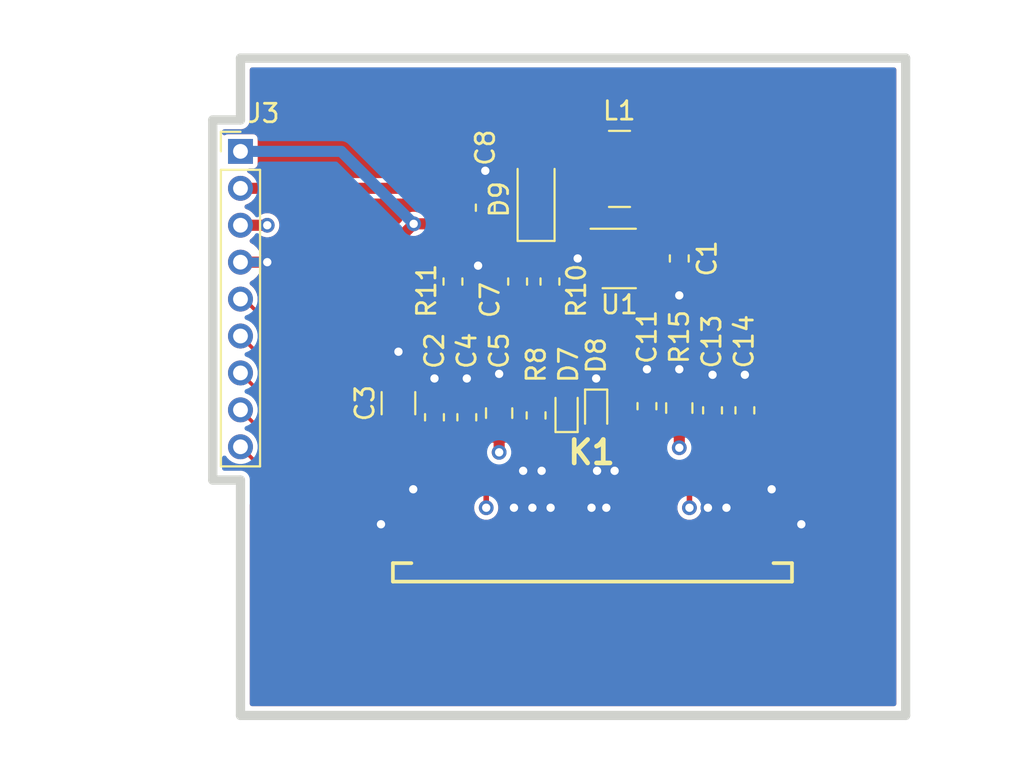
<source format=kicad_pcb>
(kicad_pcb (version 20171130) (host pcbnew "(5.1.6)-1")

  (general
    (thickness 1.6)
    (drawings 19)
    (tracks 174)
    (zones 0)
    (modules 21)
    (nets 24)
  )

  (page A4)
  (layers
    (0 F.Cu signal)
    (1 In1_GND.Cu power)
    (2 In2_+3.3V.Cu power)
    (31 B.Cu signal)
    (32 B.Adhes user)
    (33 F.Adhes user)
    (34 B.Paste user)
    (35 F.Paste user)
    (36 B.SilkS user)
    (37 F.SilkS user)
    (38 B.Mask user)
    (39 F.Mask user)
    (40 Dwgs.User user)
    (41 Cmts.User user)
    (42 Eco1.User user)
    (43 Eco2.User user)
    (44 Edge.Cuts user)
    (45 Margin user)
    (46 B.CrtYd user)
    (47 F.CrtYd user)
    (48 B.Fab user hide)
    (49 F.Fab user hide)
  )

  (setup
    (last_trace_width 0.6)
    (user_trace_width 0.2)
    (user_trace_width 0.3)
    (user_trace_width 0.4)
    (user_trace_width 0.5)
    (user_trace_width 0.6)
    (user_trace_width 1)
    (user_trace_width 2)
    (trace_clearance 0.2)
    (zone_clearance 0.254)
    (zone_45_only no)
    (trace_min 0.2)
    (via_size 0.8)
    (via_drill 0.45)
    (via_min_size 0.4)
    (via_min_drill 0.3)
    (user_via 0.6 0.3)
    (uvia_size 0.3)
    (uvia_drill 0.1)
    (uvias_allowed no)
    (uvia_min_size 0.2)
    (uvia_min_drill 0.1)
    (edge_width 0.05)
    (segment_width 0.2)
    (pcb_text_width 0.3)
    (pcb_text_size 1.5 1.5)
    (mod_edge_width 0.12)
    (mod_text_size 1 1)
    (mod_text_width 0.15)
    (pad_size 1.524 1.524)
    (pad_drill 0.762)
    (pad_to_mask_clearance 0.05)
    (aux_axis_origin 101 84)
    (visible_elements 7FFFFFFF)
    (pcbplotparams
      (layerselection 0x0d0fc_ffffffff)
      (usegerberextensions false)
      (usegerberattributes true)
      (usegerberadvancedattributes true)
      (creategerberjobfile false)
      (excludeedgelayer true)
      (linewidth 0.100000)
      (plotframeref false)
      (viasonmask false)
      (mode 1)
      (useauxorigin false)
      (hpglpennumber 1)
      (hpglpenspeed 20)
      (hpglpendiameter 15.000000)
      (psnegative false)
      (psa4output false)
      (plotreference true)
      (plotvalue true)
      (plotinvisibletext false)
      (padsonsilk false)
      (subtractmaskfromsilk false)
      (outputformat 1)
      (mirror false)
      (drillshape 0)
      (scaleselection 1)
      (outputdirectory "FAB/Gerber/"))
  )

  (net 0 "")
  (net 1 +5V)
  (net 2 GND)
  (net 3 +12V)
  (net 4 "Net-(C4-Pad1)")
  (net 5 +3V3)
  (net 6 "Net-(C7-Pad2)")
  (net 7 "Net-(C13-Pad2)")
  (net 8 "Net-(D7-Pad1)")
  (net 9 "Net-(D7-Pad2)")
  (net 10 "Net-(D9-Pad2)")
  (net 11 /OLED_RST)
  (net 12 /OLED_DC)
  (net 13 /OLED_CS)
  (net 14 /SPI1_SCK)
  (net 15 /SPI1_MOSI)
  (net 16 "Net-(K1-Pad29)")
  (net 17 "Net-(K1-Pad25)")
  (net 18 "Net-(K1-Pad24)")
  (net 19 "Net-(K1-Pad23)")
  (net 20 "Net-(K1-Pad22)")
  (net 21 "Net-(K1-Pad12)")
  (net 22 "Net-(K1-Pad6)")
  (net 23 "Net-(K1-Pad5)")

  (net_class Default "This is the default net class."
    (clearance 0.2)
    (trace_width 0.2)
    (via_dia 0.8)
    (via_drill 0.45)
    (uvia_dia 0.3)
    (uvia_drill 0.1)
    (add_net /OLED_CS)
    (add_net /OLED_DC)
    (add_net /OLED_RST)
    (add_net /SPI1_MOSI)
    (add_net /SPI1_SCK)
    (add_net GND)
    (add_net "Net-(C13-Pad2)")
    (add_net "Net-(C4-Pad1)")
    (add_net "Net-(C7-Pad2)")
    (add_net "Net-(D7-Pad1)")
    (add_net "Net-(D7-Pad2)")
    (add_net "Net-(D9-Pad2)")
    (add_net "Net-(K1-Pad12)")
    (add_net "Net-(K1-Pad22)")
    (add_net "Net-(K1-Pad23)")
    (add_net "Net-(K1-Pad24)")
    (add_net "Net-(K1-Pad25)")
    (add_net "Net-(K1-Pad29)")
    (add_net "Net-(K1-Pad5)")
    (add_net "Net-(K1-Pad6)")
  )

  (net_class power ""
    (clearance 0.2)
    (trace_width 0.6)
    (via_dia 0.8)
    (via_drill 0.45)
    (uvia_dia 0.3)
    (uvia_drill 0.1)
    (add_net +12V)
    (add_net +3V3)
    (add_net +5V)
  )

  (module Diode_SMD:D_SOD-123 (layer F.Cu) (tedit 58645DC7) (tstamp 5FDA019D)
    (at 118.5 56.05 90)
    (descr SOD-123)
    (tags SOD-123)
    (path /5CB74F7A)
    (attr smd)
    (fp_text reference D9 (at 0 -2 90) (layer F.SilkS)
      (effects (font (size 1 1) (thickness 0.15)))
    )
    (fp_text value D_0021 (at 0 2.1 90) (layer F.Fab)
      (effects (font (size 1 1) (thickness 0.15)))
    )
    (fp_text user %R (at 0 -2 90) (layer F.Fab)
      (effects (font (size 1 1) (thickness 0.15)))
    )
    (fp_line (start -2.25 -1) (end -2.25 1) (layer F.SilkS) (width 0.12))
    (fp_line (start 0.25 0) (end 0.75 0) (layer F.Fab) (width 0.1))
    (fp_line (start 0.25 0.4) (end -0.35 0) (layer F.Fab) (width 0.1))
    (fp_line (start 0.25 -0.4) (end 0.25 0.4) (layer F.Fab) (width 0.1))
    (fp_line (start -0.35 0) (end 0.25 -0.4) (layer F.Fab) (width 0.1))
    (fp_line (start -0.35 0) (end -0.35 0.55) (layer F.Fab) (width 0.1))
    (fp_line (start -0.35 0) (end -0.35 -0.55) (layer F.Fab) (width 0.1))
    (fp_line (start -0.75 0) (end -0.35 0) (layer F.Fab) (width 0.1))
    (fp_line (start -1.4 0.9) (end -1.4 -0.9) (layer F.Fab) (width 0.1))
    (fp_line (start 1.4 0.9) (end -1.4 0.9) (layer F.Fab) (width 0.1))
    (fp_line (start 1.4 -0.9) (end 1.4 0.9) (layer F.Fab) (width 0.1))
    (fp_line (start -1.4 -0.9) (end 1.4 -0.9) (layer F.Fab) (width 0.1))
    (fp_line (start -2.35 -1.15) (end 2.35 -1.15) (layer F.CrtYd) (width 0.05))
    (fp_line (start 2.35 -1.15) (end 2.35 1.15) (layer F.CrtYd) (width 0.05))
    (fp_line (start 2.35 1.15) (end -2.35 1.15) (layer F.CrtYd) (width 0.05))
    (fp_line (start -2.35 -1.15) (end -2.35 1.15) (layer F.CrtYd) (width 0.05))
    (fp_line (start -2.25 1) (end 1.65 1) (layer F.SilkS) (width 0.12))
    (fp_line (start -2.25 -1) (end 1.65 -1) (layer F.SilkS) (width 0.12))
    (pad 2 smd rect (at 1.65 0 90) (size 0.9 1.2) (layers F.Cu F.Paste F.Mask)
      (net 10 "Net-(D9-Pad2)"))
    (pad 1 smd rect (at -1.65 0 90) (size 0.9 1.2) (layers F.Cu F.Paste F.Mask)
      (net 3 +12V))
    (model ${KISYS3DMOD}/Diode_SMD.3dshapes/D_SOD-123.wrl
      (at (xyz 0 0 0))
      (scale (xyz 1 1 1))
      (rotate (xyz 0 0 0))
    )
  )

  (module Connector_PinHeader_2.00mm:PinHeader_1x09_P2.00mm_Vertical (layer F.Cu) (tedit 59FED667) (tstamp 5FD53B0E)
    (at 102.5 53.45)
    (descr "Through hole straight pin header, 1x09, 2.00mm pitch, single row")
    (tags "Through hole pin header THT 1x09 2.00mm single row")
    (path /5F5512A1)
    (fp_text reference J3 (at 1.25 -2.06) (layer F.SilkS)
      (effects (font (size 1 1) (thickness 0.15)))
    )
    (fp_text value Conn_01x09_Male (at 0 18.06) (layer F.Fab) hide
      (effects (font (size 1 1) (thickness 0.15)))
    )
    (fp_line (start -0.5 -1) (end 1 -1) (layer F.Fab) (width 0.1))
    (fp_line (start 1 -1) (end 1 17) (layer F.Fab) (width 0.1))
    (fp_line (start 1 17) (end -1 17) (layer F.Fab) (width 0.1))
    (fp_line (start -1 17) (end -1 -0.5) (layer F.Fab) (width 0.1))
    (fp_line (start -1 -0.5) (end -0.5 -1) (layer F.Fab) (width 0.1))
    (fp_line (start -1.06 17.06) (end 1.06 17.06) (layer F.SilkS) (width 0.12))
    (fp_line (start -1.06 1) (end -1.06 17.06) (layer F.SilkS) (width 0.12))
    (fp_line (start 1.06 1) (end 1.06 17.06) (layer F.SilkS) (width 0.12))
    (fp_line (start -1.06 1) (end 1.06 1) (layer F.SilkS) (width 0.12))
    (fp_line (start -1.06 0) (end -1.06 -1.06) (layer F.SilkS) (width 0.12))
    (fp_line (start -1.06 -1.06) (end 0 -1.06) (layer F.SilkS) (width 0.12))
    (fp_line (start -1.5 -1.5) (end -1.5 17.5) (layer F.CrtYd) (width 0.05))
    (fp_line (start -1.5 17.5) (end 1.5 17.5) (layer F.CrtYd) (width 0.05))
    (fp_line (start 1.5 17.5) (end 1.5 -1.5) (layer F.CrtYd) (width 0.05))
    (fp_line (start 1.5 -1.5) (end -1.5 -1.5) (layer F.CrtYd) (width 0.05))
    (fp_text user %R (at 0 8 90) (layer F.Fab)
      (effects (font (size 1 1) (thickness 0.15)))
    )
    (pad 1 thru_hole rect (at 0 0) (size 1.35 1.35) (drill 0.8) (layers *.Cu *.Mask)
      (net 3 +12V))
    (pad 2 thru_hole oval (at 0 2) (size 1.35 1.35) (drill 0.8) (layers *.Cu *.Mask)
      (net 1 +5V))
    (pad 3 thru_hole oval (at 0 4) (size 1.35 1.35) (drill 0.8) (layers *.Cu *.Mask)
      (net 5 +3V3))
    (pad 4 thru_hole oval (at 0 6) (size 1.35 1.35) (drill 0.8) (layers *.Cu *.Mask)
      (net 2 GND))
    (pad 5 thru_hole oval (at 0 8) (size 1.35 1.35) (drill 0.8) (layers *.Cu *.Mask)
      (net 15 /SPI1_MOSI))
    (pad 6 thru_hole oval (at 0 10) (size 1.35 1.35) (drill 0.8) (layers *.Cu *.Mask)
      (net 14 /SPI1_SCK))
    (pad 7 thru_hole oval (at 0 12) (size 1.35 1.35) (drill 0.8) (layers *.Cu *.Mask)
      (net 13 /OLED_CS))
    (pad 8 thru_hole oval (at 0 14) (size 1.35 1.35) (drill 0.8) (layers *.Cu *.Mask)
      (net 12 /OLED_DC))
    (pad 9 thru_hole oval (at 0 16) (size 1.35 1.35) (drill 0.8) (layers *.Cu *.Mask)
      (net 11 /OLED_RST))
    (model ${KISYS3DMOD}/Connector_PinHeader_2.00mm.3dshapes/PinHeader_1x09_P2.00mm_Vertical.wrl
      (at (xyz 0 0 0))
      (scale (xyz 1 1 1))
      (rotate (xyz 0 0 0))
    )
  )

  (module SamacSys_Parts:52435-3071 (layer F.Cu) (tedit 5FD9161D) (tstamp 5FE106F6)
    (at 121.55 72.25)
    (descr 52435-3071)
    (tags Connector)
    (path /5CB72034)
    (attr smd)
    (fp_text reference K1 (at -0.05 -2.5) (layer F.SilkS)
      (effects (font (size 1.27 1.27) (thickness 0.254)))
    )
    (fp_text value K_0051 (at -0.47 1.66) (layer F.SilkS) hide
      (effects (font (size 1.27 1.27) (thickness 0.254)))
    )
    (fp_line (start -9.8 0) (end 9.8 0) (layer F.Fab) (width 0.2))
    (fp_line (start 9.8 0) (end 9.8 3.5) (layer F.Fab) (width 0.2))
    (fp_line (start 9.8 3.5) (end -9.8 3.5) (layer F.Fab) (width 0.2))
    (fp_line (start -9.8 3.5) (end -9.8 0) (layer F.Fab) (width 0.2))
    (fp_line (start -10.8 4.5) (end 10.8 4.5) (layer F.Fab) (width 0.2))
    (fp_line (start -9.8 3.5) (end -10.8 3.5) (layer F.Fab) (width 0.2))
    (fp_line (start 9.8 3.5) (end 10.8 3.5) (layer F.Fab) (width 0.2))
    (fp_line (start -10.8 3.5) (end -10.8 4.5) (layer F.Fab) (width 0.2))
    (fp_line (start 10.8 4.5) (end 10.8 3.5) (layer F.Fab) (width 0.2))
    (fp_line (start -9.8 3.5) (end -10.8 3.5) (layer F.SilkS) (width 0.2))
    (fp_line (start -10.8 3.5) (end -10.8 4.5) (layer F.SilkS) (width 0.2))
    (fp_line (start -10.8 4.5) (end 10.8 4.5) (layer F.SilkS) (width 0.2))
    (fp_line (start 10.8 4.5) (end 10.8 3.5) (layer F.SilkS) (width 0.2))
    (fp_line (start 10.8 3.5) (end 9.8 3.5) (layer F.SilkS) (width 0.2))
    (fp_text user %R (at -0.47 1.66) (layer F.Fab)
      (effects (font (size 1.27 1.27) (thickness 0.254)))
    )
    (pad 30 smd rect (at 9.7 1.395) (size 2.4 3.05) (layers F.Cu F.Paste F.Mask)
      (net 2 GND))
    (pad 1 smd rect (at -9.7 1.395) (size 2.4 3.05) (layers F.Cu F.Paste F.Mask)
      (net 2 GND))
    (pad 30 smd rect (at 7.25 -0.53) (size 0.3 0.8) (layers F.Cu F.Paste F.Mask)
      (net 2 GND))
    (pad 29 smd rect (at 6.75 -0.53) (size 0.3 0.8) (layers F.Cu F.Paste F.Mask)
      (net 16 "Net-(K1-Pad29)"))
    (pad 28 smd rect (at 6.25 -0.53) (size 0.3 0.8) (layers F.Cu F.Paste F.Mask)
      (net 2 GND))
    (pad 27 smd rect (at 5.75 -0.53) (size 0.3 0.8) (layers F.Cu F.Paste F.Mask)
      (net 7 "Net-(C13-Pad2)"))
    (pad 26 smd rect (at 5.25 -0.53) (size 0.3 0.8) (layers F.Cu F.Paste F.Mask)
      (net 5 +3V3))
    (pad 25 smd rect (at 4.75 -0.53) (size 0.3 0.8) (layers F.Cu F.Paste F.Mask)
      (net 17 "Net-(K1-Pad25)"))
    (pad 24 smd rect (at 4.25 -0.53) (size 0.3 0.8) (layers F.Cu F.Paste F.Mask)
      (net 18 "Net-(K1-Pad24)"))
    (pad 23 smd rect (at 3.75 -0.53) (size 0.3 0.8) (layers F.Cu F.Paste F.Mask)
      (net 19 "Net-(K1-Pad23)"))
    (pad 22 smd rect (at 3.25 -0.53) (size 0.3 0.8) (layers F.Cu F.Paste F.Mask)
      (net 20 "Net-(K1-Pad22)"))
    (pad 21 smd rect (at 2.75 -0.53) (size 0.3 0.8) (layers F.Cu F.Paste F.Mask)
      (net 11 /OLED_RST))
    (pad 20 smd rect (at 2.25 -0.53) (size 0.3 0.8) (layers F.Cu F.Paste F.Mask)
      (net 12 /OLED_DC))
    (pad 19 smd rect (at 1.75 -0.53) (size 0.3 0.8) (layers F.Cu F.Paste F.Mask)
      (net 13 /OLED_CS))
    (pad 18 smd rect (at 1.25 -0.53) (size 0.3 0.8) (layers F.Cu F.Paste F.Mask)
      (net 2 GND))
    (pad 17 smd rect (at 0.75 -0.53) (size 0.3 0.8) (layers F.Cu F.Paste F.Mask)
      (net 2 GND))
    (pad 16 smd rect (at 0.25 -0.53) (size 0.3 0.8) (layers F.Cu F.Paste F.Mask)
      (net 2 GND))
    (pad 15 smd rect (at -0.25 -0.53) (size 0.3 0.8) (layers F.Cu F.Paste F.Mask)
      (net 2 GND))
    (pad 14 smd rect (at -0.75 -0.53) (size 0.3 0.8) (layers F.Cu F.Paste F.Mask)
      (net 14 /SPI1_SCK))
    (pad 13 smd rect (at -1.25 -0.53) (size 0.3 0.8) (layers F.Cu F.Paste F.Mask)
      (net 15 /SPI1_MOSI))
    (pad 12 smd rect (at -1.75 -0.53) (size 0.3 0.8) (layers F.Cu F.Paste F.Mask)
      (net 21 "Net-(K1-Pad12)"))
    (pad 11 smd rect (at -2.25 -0.53) (size 0.3 0.8) (layers F.Cu F.Paste F.Mask)
      (net 2 GND))
    (pad 10 smd rect (at -2.75 -0.53) (size 0.3 0.8) (layers F.Cu F.Paste F.Mask)
      (net 2 GND))
    (pad 9 smd rect (at -3.25 -0.53) (size 0.3 0.8) (layers F.Cu F.Paste F.Mask)
      (net 2 GND))
    (pad 8 smd rect (at -3.75 -0.53) (size 0.3 0.8) (layers F.Cu F.Paste F.Mask)
      (net 2 GND))
    (pad 7 smd rect (at -4.25 -0.53) (size 0.3 0.8) (layers F.Cu F.Paste F.Mask)
      (net 2 GND))
    (pad 6 smd rect (at -4.75 -0.53) (size 0.3 0.8) (layers F.Cu F.Paste F.Mask)
      (net 22 "Net-(K1-Pad6)"))
    (pad 5 smd rect (at -5.25 -0.53) (size 0.3 0.8) (layers F.Cu F.Paste F.Mask)
      (net 23 "Net-(K1-Pad5)"))
    (pad 4 smd rect (at -5.75 -0.53) (size 0.3 0.8) (layers F.Cu F.Paste F.Mask)
      (net 5 +3V3))
    (pad 3 smd rect (at -6.25 -0.53) (size 0.3 0.8) (layers F.Cu F.Paste F.Mask)
      (net 4 "Net-(C4-Pad1)"))
    (pad 2 smd rect (at -6.75 -0.53) (size 0.3 0.8) (layers F.Cu F.Paste F.Mask)
      (net 3 +12V))
    (pad 1 smd rect (at -7.25 -0.53) (size 0.3 0.8) (layers F.Cu F.Paste F.Mask)
      (net 2 GND))
    (model ../3D/SSD1351/SSD1351_Connector_v3_cp.step
      (offset (xyz 0 -4.5 -1.3))
      (scale (xyz 1 1 1))
      (rotate (xyz 0 180 0))
    )
  )

  (module Package_TO_SOT_SMD:SOT-23-5 (layer F.Cu) (tedit 5A02FF57) (tstamp 5FDA04BD)
    (at 123 59.25)
    (descr "5-pin SOT23 package")
    (tags SOT-23-5)
    (path /5CB7485A)
    (attr smd)
    (fp_text reference U1 (at 0 2.5) (layer F.SilkS)
      (effects (font (size 1 1) (thickness 0.15)))
    )
    (fp_text value U_0076 (at 0 2.9) (layer F.Fab)
      (effects (font (size 1 1) (thickness 0.15)))
    )
    (fp_line (start -0.9 1.61) (end 0.9 1.61) (layer F.SilkS) (width 0.12))
    (fp_line (start 0.9 -1.61) (end -1.55 -1.61) (layer F.SilkS) (width 0.12))
    (fp_line (start -1.9 -1.8) (end 1.9 -1.8) (layer F.CrtYd) (width 0.05))
    (fp_line (start 1.9 -1.8) (end 1.9 1.8) (layer F.CrtYd) (width 0.05))
    (fp_line (start 1.9 1.8) (end -1.9 1.8) (layer F.CrtYd) (width 0.05))
    (fp_line (start -1.9 1.8) (end -1.9 -1.8) (layer F.CrtYd) (width 0.05))
    (fp_line (start -0.9 -0.9) (end -0.25 -1.55) (layer F.Fab) (width 0.1))
    (fp_line (start 0.9 -1.55) (end -0.25 -1.55) (layer F.Fab) (width 0.1))
    (fp_line (start -0.9 -0.9) (end -0.9 1.55) (layer F.Fab) (width 0.1))
    (fp_line (start 0.9 1.55) (end -0.9 1.55) (layer F.Fab) (width 0.1))
    (fp_line (start 0.9 -1.55) (end 0.9 1.55) (layer F.Fab) (width 0.1))
    (fp_text user %R (at 0 0 270) (layer F.Fab)
      (effects (font (size 0.5 0.5) (thickness 0.075)))
    )
    (pad 5 smd rect (at 1.1 -0.95) (size 1.06 0.65) (layers F.Cu F.Paste F.Mask)
      (net 1 +5V))
    (pad 4 smd rect (at 1.1 0.95) (size 1.06 0.65) (layers F.Cu F.Paste F.Mask)
      (net 1 +5V))
    (pad 3 smd rect (at -1.1 0.95) (size 1.06 0.65) (layers F.Cu F.Paste F.Mask)
      (net 6 "Net-(C7-Pad2)"))
    (pad 2 smd rect (at -1.1 0) (size 1.06 0.65) (layers F.Cu F.Paste F.Mask)
      (net 2 GND))
    (pad 1 smd rect (at -1.1 -0.95) (size 1.06 0.65) (layers F.Cu F.Paste F.Mask)
      (net 10 "Net-(D9-Pad2)"))
    (model ${KISYS3DMOD}/Package_TO_SOT_SMD.3dshapes/SOT-23-5.wrl
      (at (xyz 0 0 0))
      (scale (xyz 1 1 1))
      (rotate (xyz 0 0 0))
    )
  )

  (module Resistor_SMD:R_0603_1608Metric_Pad1.05x0.95mm_HandSolder (layer F.Cu) (tedit 5B301BBD) (tstamp 5FD53764)
    (at 124.5 67.25 270)
    (descr "Resistor SMD 0603 (1608 Metric), square (rectangular) end terminal, IPC_7351 nominal with elongated pad for handsoldering. (Body size source: http://www.tortai-tech.com/upload/download/2011102023233369053.pdf), generated with kicad-footprint-generator")
    (tags "resistor handsolder")
    (path /5CB7978B)
    (attr smd)
    (fp_text reference R15 (at -3.75 -1.75 90) (layer F.SilkS)
      (effects (font (size 1 1) (thickness 0.15)))
    )
    (fp_text value R_0019 (at 0 1.43 90) (layer F.Fab)
      (effects (font (size 1 1) (thickness 0.15)))
    )
    (fp_line (start -0.8 0.4) (end -0.8 -0.4) (layer F.Fab) (width 0.1))
    (fp_line (start -0.8 -0.4) (end 0.8 -0.4) (layer F.Fab) (width 0.1))
    (fp_line (start 0.8 -0.4) (end 0.8 0.4) (layer F.Fab) (width 0.1))
    (fp_line (start 0.8 0.4) (end -0.8 0.4) (layer F.Fab) (width 0.1))
    (fp_line (start -0.171267 -0.51) (end 0.171267 -0.51) (layer F.SilkS) (width 0.12))
    (fp_line (start -0.171267 0.51) (end 0.171267 0.51) (layer F.SilkS) (width 0.12))
    (fp_line (start -1.65 0.73) (end -1.65 -0.73) (layer F.CrtYd) (width 0.05))
    (fp_line (start -1.65 -0.73) (end 1.65 -0.73) (layer F.CrtYd) (width 0.05))
    (fp_line (start 1.65 -0.73) (end 1.65 0.73) (layer F.CrtYd) (width 0.05))
    (fp_line (start 1.65 0.73) (end -1.65 0.73) (layer F.CrtYd) (width 0.05))
    (fp_text user %R (at 0 0 90) (layer F.Fab)
      (effects (font (size 0.4 0.4) (thickness 0.06)))
    )
    (pad 2 smd roundrect (at 0.875 0 270) (size 1.05 0.95) (layers F.Cu F.Paste F.Mask) (roundrect_rratio 0.25)
      (net 20 "Net-(K1-Pad22)"))
    (pad 1 smd roundrect (at -0.875 0 270) (size 1.05 0.95) (layers F.Cu F.Paste F.Mask) (roundrect_rratio 0.25)
      (net 2 GND))
    (model ${KISYS3DMOD}/Resistor_SMD.3dshapes/R_0603_1608Metric.wrl
      (at (xyz 0 0 0))
      (scale (xyz 1 1 1))
      (rotate (xyz 0 0 0))
    )
  )

  (module Resistor_SMD:R_0603_1608Metric_Pad1.05x0.95mm_HandSolder (layer F.Cu) (tedit 5B301BBD) (tstamp 5FDA0854)
    (at 114 60.5 90)
    (descr "Resistor SMD 0603 (1608 Metric), square (rectangular) end terminal, IPC_7351 nominal with elongated pad for handsoldering. (Body size source: http://www.tortai-tech.com/upload/download/2011102023233369053.pdf), generated with kicad-footprint-generator")
    (tags "resistor handsolder")
    (path /5CB75A4C)
    (attr smd)
    (fp_text reference R11 (at -0.5 -1.43 90) (layer F.SilkS)
      (effects (font (size 1 1) (thickness 0.15)))
    )
    (fp_text value R_0108 (at 0 1.43 90) (layer F.Fab)
      (effects (font (size 1 1) (thickness 0.15)))
    )
    (fp_line (start -0.8 0.4) (end -0.8 -0.4) (layer F.Fab) (width 0.1))
    (fp_line (start -0.8 -0.4) (end 0.8 -0.4) (layer F.Fab) (width 0.1))
    (fp_line (start 0.8 -0.4) (end 0.8 0.4) (layer F.Fab) (width 0.1))
    (fp_line (start 0.8 0.4) (end -0.8 0.4) (layer F.Fab) (width 0.1))
    (fp_line (start -0.171267 -0.51) (end 0.171267 -0.51) (layer F.SilkS) (width 0.12))
    (fp_line (start -0.171267 0.51) (end 0.171267 0.51) (layer F.SilkS) (width 0.12))
    (fp_line (start -1.65 0.73) (end -1.65 -0.73) (layer F.CrtYd) (width 0.05))
    (fp_line (start -1.65 -0.73) (end 1.65 -0.73) (layer F.CrtYd) (width 0.05))
    (fp_line (start 1.65 -0.73) (end 1.65 0.73) (layer F.CrtYd) (width 0.05))
    (fp_line (start 1.65 0.73) (end -1.65 0.73) (layer F.CrtYd) (width 0.05))
    (fp_text user %R (at 0 0 90) (layer F.Fab)
      (effects (font (size 0.4 0.4) (thickness 0.06)))
    )
    (pad 2 smd roundrect (at 0.875 0 90) (size 1.05 0.95) (layers F.Cu F.Paste F.Mask) (roundrect_rratio 0.25)
      (net 2 GND))
    (pad 1 smd roundrect (at -0.875 0 90) (size 1.05 0.95) (layers F.Cu F.Paste F.Mask) (roundrect_rratio 0.25)
      (net 6 "Net-(C7-Pad2)"))
    (model ${KISYS3DMOD}/Resistor_SMD.3dshapes/R_0603_1608Metric.wrl
      (at (xyz 0 0 0))
      (scale (xyz 1 1 1))
      (rotate (xyz 0 0 0))
    )
  )

  (module Resistor_SMD:R_0603_1608Metric_Pad1.05x0.95mm_HandSolder (layer F.Cu) (tedit 5B301BBD) (tstamp 5FD4AE6F)
    (at 119.25 60.5 270)
    (descr "Resistor SMD 0603 (1608 Metric), square (rectangular) end terminal, IPC_7351 nominal with elongated pad for handsoldering. (Body size source: http://www.tortai-tech.com/upload/download/2011102023233369053.pdf), generated with kicad-footprint-generator")
    (tags "resistor handsolder")
    (path /5CB751B6)
    (attr smd)
    (fp_text reference R10 (at 0.5 -1.43 90) (layer F.SilkS)
      (effects (font (size 1 1) (thickness 0.15)))
    )
    (fp_text value R_0107 (at 0 1.43 90) (layer F.Fab)
      (effects (font (size 1 1) (thickness 0.15)))
    )
    (fp_line (start -0.8 0.4) (end -0.8 -0.4) (layer F.Fab) (width 0.1))
    (fp_line (start -0.8 -0.4) (end 0.8 -0.4) (layer F.Fab) (width 0.1))
    (fp_line (start 0.8 -0.4) (end 0.8 0.4) (layer F.Fab) (width 0.1))
    (fp_line (start 0.8 0.4) (end -0.8 0.4) (layer F.Fab) (width 0.1))
    (fp_line (start -0.171267 -0.51) (end 0.171267 -0.51) (layer F.SilkS) (width 0.12))
    (fp_line (start -0.171267 0.51) (end 0.171267 0.51) (layer F.SilkS) (width 0.12))
    (fp_line (start -1.65 0.73) (end -1.65 -0.73) (layer F.CrtYd) (width 0.05))
    (fp_line (start -1.65 -0.73) (end 1.65 -0.73) (layer F.CrtYd) (width 0.05))
    (fp_line (start 1.65 -0.73) (end 1.65 0.73) (layer F.CrtYd) (width 0.05))
    (fp_line (start 1.65 0.73) (end -1.65 0.73) (layer F.CrtYd) (width 0.05))
    (fp_text user %R (at 0 0 90) (layer F.Fab)
      (effects (font (size 0.4 0.4) (thickness 0.06)))
    )
    (pad 2 smd roundrect (at 0.875 0 270) (size 1.05 0.95) (layers F.Cu F.Paste F.Mask) (roundrect_rratio 0.25)
      (net 6 "Net-(C7-Pad2)"))
    (pad 1 smd roundrect (at -0.875 0 270) (size 1.05 0.95) (layers F.Cu F.Paste F.Mask) (roundrect_rratio 0.25)
      (net 3 +12V))
    (model ${KISYS3DMOD}/Resistor_SMD.3dshapes/R_0603_1608Metric.wrl
      (at (xyz 0 0 0))
      (scale (xyz 1 1 1))
      (rotate (xyz 0 0 0))
    )
  )

  (module Resistor_SMD:R_0603_1608Metric_Pad1.05x0.95mm_HandSolder (layer F.Cu) (tedit 5B301BBD) (tstamp 5FD53731)
    (at 118.5 67.75 90)
    (descr "Resistor SMD 0603 (1608 Metric), square (rectangular) end terminal, IPC_7351 nominal with elongated pad for handsoldering. (Body size source: http://www.tortai-tech.com/upload/download/2011102023233369053.pdf), generated with kicad-footprint-generator")
    (tags "resistor handsolder")
    (path /5CB89EE2)
    (attr smd)
    (fp_text reference R8 (at 2.75 0 90) (layer F.SilkS)
      (effects (font (size 1 1) (thickness 0.15)))
    )
    (fp_text value R_0110 (at 0 1.43 90) (layer F.Fab)
      (effects (font (size 1 1) (thickness 0.15)))
    )
    (fp_line (start -0.8 0.4) (end -0.8 -0.4) (layer F.Fab) (width 0.1))
    (fp_line (start -0.8 -0.4) (end 0.8 -0.4) (layer F.Fab) (width 0.1))
    (fp_line (start 0.8 -0.4) (end 0.8 0.4) (layer F.Fab) (width 0.1))
    (fp_line (start 0.8 0.4) (end -0.8 0.4) (layer F.Fab) (width 0.1))
    (fp_line (start -0.171267 -0.51) (end 0.171267 -0.51) (layer F.SilkS) (width 0.12))
    (fp_line (start -0.171267 0.51) (end 0.171267 0.51) (layer F.SilkS) (width 0.12))
    (fp_line (start -1.65 0.73) (end -1.65 -0.73) (layer F.CrtYd) (width 0.05))
    (fp_line (start -1.65 -0.73) (end 1.65 -0.73) (layer F.CrtYd) (width 0.05))
    (fp_line (start 1.65 -0.73) (end 1.65 0.73) (layer F.CrtYd) (width 0.05))
    (fp_line (start 1.65 0.73) (end -1.65 0.73) (layer F.CrtYd) (width 0.05))
    (fp_text user %R (at 0 0 90) (layer F.Fab)
      (effects (font (size 0.4 0.4) (thickness 0.06)))
    )
    (pad 2 smd roundrect (at 0.875 0 90) (size 1.05 0.95) (layers F.Cu F.Paste F.Mask) (roundrect_rratio 0.25)
      (net 9 "Net-(D7-Pad2)"))
    (pad 1 smd roundrect (at -0.875 0 90) (size 1.05 0.95) (layers F.Cu F.Paste F.Mask) (roundrect_rratio 0.25)
      (net 23 "Net-(K1-Pad5)"))
    (model ${KISYS3DMOD}/Resistor_SMD.3dshapes/R_0603_1608Metric.wrl
      (at (xyz 0 0 0))
      (scale (xyz 1 1 1))
      (rotate (xyz 0 0 0))
    )
  )

  (module Inductor_SMD:L_Coilcraft_LPS4018 (layer F.Cu) (tedit 5BAE8EDD) (tstamp 5FD4ADAE)
    (at 123.015 54.4 180)
    (descr "SMD Inductor Coilcraft LPS4018 https://www.coilcraft.com/pdfs/lps4018.pdf")
    (tags "L Coilcraft LPS4018")
    (path /5CB74D5E)
    (attr smd)
    (fp_text reference L1 (at 0.015 3.15) (layer F.SilkS)
      (effects (font (size 1 1) (thickness 0.15)))
    )
    (fp_text value L_0011 (at 0 3) (layer F.Fab)
      (effects (font (size 1 1) (thickness 0.15)))
    )
    (fp_line (start 1.75 -2.2) (end 2.45 -1.5) (layer F.CrtYd) (width 0.05))
    (fp_line (start -0.57 -2.06) (end 0.57 -2.06) (layer F.SilkS) (width 0.12))
    (fp_line (start 1.2 -1.95) (end 1.95 -1.2) (layer F.Fab) (width 0.1))
    (fp_line (start -1.95 -1.2) (end -1.21 -1.95) (layer F.Fab) (width 0.1))
    (fp_line (start -1.95 1.2) (end -1.2 1.95) (layer F.Fab) (width 0.1))
    (fp_line (start 1.2 1.95) (end 1.95 1.2) (layer F.Fab) (width 0.1))
    (fp_line (start 2.45 -1.5) (end 2.45 1.5) (layer F.CrtYd) (width 0.05))
    (fp_line (start -1.75 -2.2) (end 1.75 -2.2) (layer F.CrtYd) (width 0.05))
    (fp_line (start -1.95 1.2) (end -1.95 -1.2) (layer F.Fab) (width 0.1))
    (fp_line (start 1.2 1.95) (end -1.2 1.95) (layer F.Fab) (width 0.1))
    (fp_line (start 1.95 -1.2) (end 1.95 1.2) (layer F.Fab) (width 0.1))
    (fp_line (start -1.2 -1.95) (end 1.2 -1.95) (layer F.Fab) (width 0.1))
    (fp_line (start -0.57 2.06) (end 0.57 2.06) (layer F.SilkS) (width 0.12))
    (fp_line (start -1.75 -2.2) (end -2.45 -1.5) (layer F.CrtYd) (width 0.05))
    (fp_line (start -2.45 -1.5) (end -2.45 1.5) (layer F.CrtYd) (width 0.05))
    (fp_line (start -1.75 2.2) (end 1.75 2.2) (layer F.CrtYd) (width 0.05))
    (fp_line (start -1.75 2.2) (end -2.45 1.5) (layer F.CrtYd) (width 0.05))
    (fp_line (start 1.75 2.2) (end 2.45 1.5) (layer F.CrtYd) (width 0.05))
    (fp_text user %R (at 0 0) (layer F.Fab)
      (effects (font (size 0.8 0.8) (thickness 0.12)))
    )
    (pad 1 smd custom (at -1.765 0 180) (size 0.87 2.79) (layers F.Cu F.Paste F.Mask)
      (net 1 +5V) (zone_connect 2)
      (options (clearance outline) (anchor rect))
      (primitives
        (gr_poly (pts
           (xy -0.435 -1.395) (xy 0.125 -1.945) (xy 1.015 -1.945) (xy 1.015 -1.17) (xy 0.435 -0.575)
           (xy 0.435 0.575) (xy 1.015 1.17) (xy 1.015 1.945) (xy 0.125 1.945) (xy -0.435 1.395)
) (width 0))
      ))
    (pad 2 smd custom (at 1.765 0 180) (size 0.87 2.79) (layers F.Cu F.Paste F.Mask)
      (net 10 "Net-(D9-Pad2)") (zone_connect 2)
      (options (clearance outline) (anchor rect))
      (primitives
        (gr_poly (pts
           (xy 0.435 -1.395) (xy -0.125 -1.945) (xy -1.015 -1.945) (xy -1.015 -1.17) (xy -0.435 -0.575)
           (xy -0.435 0.575) (xy -1.015 1.17) (xy -1.015 1.945) (xy -0.125 1.945) (xy 0.435 1.395)
) (width 0))
      ))
    (model ${KISYS3DMOD}/Inductor_SMD.3dshapes/L_Coilcraft_LPS4018.wrl
      (at (xyz 0 0 0))
      (scale (xyz 1 1 1))
      (rotate (xyz 0 0 0))
    )
  )

  (module Diode_SMD:D_SOD-523 (layer F.Cu) (tedit 586419F0) (tstamp 5FD4AD68)
    (at 121.75 67.5 270)
    (descr "http://www.diodes.com/datasheets/ap02001.pdf p.144")
    (tags "Diode SOD523")
    (path /5CB8934D)
    (attr smd)
    (fp_text reference D8 (at -3 0 90) (layer F.SilkS)
      (effects (font (size 1 1) (thickness 0.15)))
    )
    (fp_text value D_0022 (at 0 1.4 90) (layer F.Fab)
      (effects (font (size 1 1) (thickness 0.15)))
    )
    (fp_line (start -1.15 -0.6) (end -1.15 0.6) (layer F.SilkS) (width 0.12))
    (fp_line (start 1.25 -0.7) (end 1.25 0.7) (layer F.CrtYd) (width 0.05))
    (fp_line (start -1.25 -0.7) (end 1.25 -0.7) (layer F.CrtYd) (width 0.05))
    (fp_line (start -1.25 0.7) (end -1.25 -0.7) (layer F.CrtYd) (width 0.05))
    (fp_line (start 1.25 0.7) (end -1.25 0.7) (layer F.CrtYd) (width 0.05))
    (fp_line (start 0.1 0) (end 0.25 0) (layer F.Fab) (width 0.1))
    (fp_line (start 0.1 -0.2) (end -0.2 0) (layer F.Fab) (width 0.1))
    (fp_line (start 0.1 0.2) (end 0.1 -0.2) (layer F.Fab) (width 0.1))
    (fp_line (start -0.2 0) (end 0.1 0.2) (layer F.Fab) (width 0.1))
    (fp_line (start -0.2 0) (end -0.35 0) (layer F.Fab) (width 0.1))
    (fp_line (start -0.2 0.2) (end -0.2 -0.2) (layer F.Fab) (width 0.1))
    (fp_line (start 0.65 -0.45) (end 0.65 0.45) (layer F.Fab) (width 0.1))
    (fp_line (start -0.65 -0.45) (end 0.65 -0.45) (layer F.Fab) (width 0.1))
    (fp_line (start -0.65 0.45) (end -0.65 -0.45) (layer F.Fab) (width 0.1))
    (fp_line (start 0.65 0.45) (end -0.65 0.45) (layer F.Fab) (width 0.1))
    (fp_line (start 0.7 -0.6) (end -1.15 -0.6) (layer F.SilkS) (width 0.12))
    (fp_line (start 0.7 0.6) (end -1.15 0.6) (layer F.SilkS) (width 0.12))
    (fp_text user %R (at 0 -1.3 90) (layer F.Fab)
      (effects (font (size 1 1) (thickness 0.15)))
    )
    (pad 1 smd rect (at -0.7 0 90) (size 0.6 0.7) (layers F.Cu F.Paste F.Mask)
      (net 2 GND))
    (pad 2 smd rect (at 0.7 0 90) (size 0.6 0.7) (layers F.Cu F.Paste F.Mask)
      (net 8 "Net-(D7-Pad1)"))
    (model ${KISYS3DMOD}/Diode_SMD.3dshapes/D_SOD-523.wrl
      (at (xyz 0 0 0))
      (scale (xyz 1 1 1))
      (rotate (xyz 0 0 0))
    )
  )

  (module Diode_SMD:D_SOD-523 (layer F.Cu) (tedit 586419F0) (tstamp 5FD53686)
    (at 120.15 67.5 90)
    (descr "http://www.diodes.com/datasheets/ap02001.pdf p.144")
    (tags "Diode SOD523")
    (path /5CB88D23)
    (attr smd)
    (fp_text reference D7 (at 2.5 0.1 90) (layer F.SilkS)
      (effects (font (size 1 1) (thickness 0.15)))
    )
    (fp_text value D_0022 (at 0 1.4 90) (layer F.Fab)
      (effects (font (size 1 1) (thickness 0.15)))
    )
    (fp_line (start -1.15 -0.6) (end -1.15 0.6) (layer F.SilkS) (width 0.12))
    (fp_line (start 1.25 -0.7) (end 1.25 0.7) (layer F.CrtYd) (width 0.05))
    (fp_line (start -1.25 -0.7) (end 1.25 -0.7) (layer F.CrtYd) (width 0.05))
    (fp_line (start -1.25 0.7) (end -1.25 -0.7) (layer F.CrtYd) (width 0.05))
    (fp_line (start 1.25 0.7) (end -1.25 0.7) (layer F.CrtYd) (width 0.05))
    (fp_line (start 0.1 0) (end 0.25 0) (layer F.Fab) (width 0.1))
    (fp_line (start 0.1 -0.2) (end -0.2 0) (layer F.Fab) (width 0.1))
    (fp_line (start 0.1 0.2) (end 0.1 -0.2) (layer F.Fab) (width 0.1))
    (fp_line (start -0.2 0) (end 0.1 0.2) (layer F.Fab) (width 0.1))
    (fp_line (start -0.2 0) (end -0.35 0) (layer F.Fab) (width 0.1))
    (fp_line (start -0.2 0.2) (end -0.2 -0.2) (layer F.Fab) (width 0.1))
    (fp_line (start 0.65 -0.45) (end 0.65 0.45) (layer F.Fab) (width 0.1))
    (fp_line (start -0.65 -0.45) (end 0.65 -0.45) (layer F.Fab) (width 0.1))
    (fp_line (start -0.65 0.45) (end -0.65 -0.45) (layer F.Fab) (width 0.1))
    (fp_line (start 0.65 0.45) (end -0.65 0.45) (layer F.Fab) (width 0.1))
    (fp_line (start 0.7 -0.6) (end -1.15 -0.6) (layer F.SilkS) (width 0.12))
    (fp_line (start 0.7 0.6) (end -1.15 0.6) (layer F.SilkS) (width 0.12))
    (fp_text user %R (at 0 -1.3 90) (layer F.Fab)
      (effects (font (size 1 1) (thickness 0.15)))
    )
    (pad 1 smd rect (at -0.7 0 270) (size 0.6 0.7) (layers F.Cu F.Paste F.Mask)
      (net 8 "Net-(D7-Pad1)"))
    (pad 2 smd rect (at 0.7 0 270) (size 0.6 0.7) (layers F.Cu F.Paste F.Mask)
      (net 9 "Net-(D7-Pad2)"))
    (model ${KISYS3DMOD}/Diode_SMD.3dshapes/D_SOD-523.wrl
      (at (xyz 0 0 0))
      (scale (xyz 1 1 1))
      (rotate (xyz 0 0 0))
    )
  )

  (module Capacitor_SMD:C_0603_1608Metric_Pad1.05x0.95mm_HandSolder (layer F.Cu) (tedit 5B301BBE) (tstamp 5FD5366E)
    (at 129.8 67.475 90)
    (descr "Capacitor SMD 0603 (1608 Metric), square (rectangular) end terminal, IPC_7351 nominal with elongated pad for handsoldering. (Body size source: http://www.tortai-tech.com/upload/download/2011102023233369053.pdf), generated with kicad-footprint-generator")
    (tags "capacitor handsolder")
    (path /5CBB21D0)
    (attr smd)
    (fp_text reference C14 (at 3.725 -0.05 90) (layer F.SilkS)
      (effects (font (size 1 1) (thickness 0.15)))
    )
    (fp_text value C_0036 (at 0 1.43 90) (layer F.Fab)
      (effects (font (size 1 1) (thickness 0.15)))
    )
    (fp_line (start -0.8 0.4) (end -0.8 -0.4) (layer F.Fab) (width 0.1))
    (fp_line (start -0.8 -0.4) (end 0.8 -0.4) (layer F.Fab) (width 0.1))
    (fp_line (start 0.8 -0.4) (end 0.8 0.4) (layer F.Fab) (width 0.1))
    (fp_line (start 0.8 0.4) (end -0.8 0.4) (layer F.Fab) (width 0.1))
    (fp_line (start -0.171267 -0.51) (end 0.171267 -0.51) (layer F.SilkS) (width 0.12))
    (fp_line (start -0.171267 0.51) (end 0.171267 0.51) (layer F.SilkS) (width 0.12))
    (fp_line (start -1.65 0.73) (end -1.65 -0.73) (layer F.CrtYd) (width 0.05))
    (fp_line (start -1.65 -0.73) (end 1.65 -0.73) (layer F.CrtYd) (width 0.05))
    (fp_line (start 1.65 -0.73) (end 1.65 0.73) (layer F.CrtYd) (width 0.05))
    (fp_line (start 1.65 0.73) (end -1.65 0.73) (layer F.CrtYd) (width 0.05))
    (fp_text user %R (at 0 0 90) (layer F.Fab)
      (effects (font (size 0.4 0.4) (thickness 0.06)))
    )
    (pad 2 smd roundrect (at 0.875 0 90) (size 1.05 0.95) (layers F.Cu F.Paste F.Mask) (roundrect_rratio 0.25)
      (net 2 GND))
    (pad 1 smd roundrect (at -0.875 0 90) (size 1.05 0.95) (layers F.Cu F.Paste F.Mask) (roundrect_rratio 0.25)
      (net 7 "Net-(C13-Pad2)"))
    (model ${KISYS3DMOD}/Capacitor_SMD.3dshapes/C_0603_1608Metric.wrl
      (at (xyz 0 0 0))
      (scale (xyz 1 1 1))
      (rotate (xyz 0 0 0))
    )
  )

  (module Capacitor_SMD:C_0603_1608Metric_Pad1.05x0.95mm_HandSolder (layer F.Cu) (tedit 5B301BBE) (tstamp 5FD5365D)
    (at 128.05 67.475 270)
    (descr "Capacitor SMD 0603 (1608 Metric), square (rectangular) end terminal, IPC_7351 nominal with elongated pad for handsoldering. (Body size source: http://www.tortai-tech.com/upload/download/2011102023233369053.pdf), generated with kicad-footprint-generator")
    (tags "capacitor handsolder")
    (path /5CBB222E)
    (attr smd)
    (fp_text reference C13 (at -3.725 0.05 90) (layer F.SilkS)
      (effects (font (size 1 1) (thickness 0.15)))
    )
    (fp_text value C_0033 (at 0 1.43 90) (layer F.Fab)
      (effects (font (size 1 1) (thickness 0.15)))
    )
    (fp_line (start -0.8 0.4) (end -0.8 -0.4) (layer F.Fab) (width 0.1))
    (fp_line (start -0.8 -0.4) (end 0.8 -0.4) (layer F.Fab) (width 0.1))
    (fp_line (start 0.8 -0.4) (end 0.8 0.4) (layer F.Fab) (width 0.1))
    (fp_line (start 0.8 0.4) (end -0.8 0.4) (layer F.Fab) (width 0.1))
    (fp_line (start -0.171267 -0.51) (end 0.171267 -0.51) (layer F.SilkS) (width 0.12))
    (fp_line (start -0.171267 0.51) (end 0.171267 0.51) (layer F.SilkS) (width 0.12))
    (fp_line (start -1.65 0.73) (end -1.65 -0.73) (layer F.CrtYd) (width 0.05))
    (fp_line (start -1.65 -0.73) (end 1.65 -0.73) (layer F.CrtYd) (width 0.05))
    (fp_line (start 1.65 -0.73) (end 1.65 0.73) (layer F.CrtYd) (width 0.05))
    (fp_line (start 1.65 0.73) (end -1.65 0.73) (layer F.CrtYd) (width 0.05))
    (fp_text user %R (at 0 0 90) (layer F.Fab)
      (effects (font (size 0.4 0.4) (thickness 0.06)))
    )
    (pad 2 smd roundrect (at 0.875 0 270) (size 1.05 0.95) (layers F.Cu F.Paste F.Mask) (roundrect_rratio 0.25)
      (net 7 "Net-(C13-Pad2)"))
    (pad 1 smd roundrect (at -0.875 0 270) (size 1.05 0.95) (layers F.Cu F.Paste F.Mask) (roundrect_rratio 0.25)
      (net 2 GND))
    (model ${KISYS3DMOD}/Capacitor_SMD.3dshapes/C_0603_1608Metric.wrl
      (at (xyz 0 0 0))
      (scale (xyz 1 1 1))
      (rotate (xyz 0 0 0))
    )
  )

  (module Capacitor_SMD:C_0805_2012Metric_Pad1.15x1.40mm_HandSolder (layer F.Cu) (tedit 5B36C52B) (tstamp 5FD5364C)
    (at 126.25 67.35 90)
    (descr "Capacitor SMD 0805 (2012 Metric), square (rectangular) end terminal, IPC_7351 nominal with elongated pad for handsoldering. (Body size source: https://docs.google.com/spreadsheets/d/1BsfQQcO9C6DZCsRaXUlFlo91Tg2WpOkGARC1WS5S8t0/edit?usp=sharing), generated with kicad-footprint-generator")
    (tags "capacitor handsolder")
    (path /5CBB5CB6)
    (attr smd)
    (fp_text reference C11 (at 3.85 -1.75 90) (layer F.SilkS)
      (effects (font (size 1 1) (thickness 0.15)))
    )
    (fp_text value C_0056 (at 0 1.65 90) (layer F.Fab)
      (effects (font (size 1 1) (thickness 0.15)))
    )
    (fp_line (start -1 0.6) (end -1 -0.6) (layer F.Fab) (width 0.1))
    (fp_line (start -1 -0.6) (end 1 -0.6) (layer F.Fab) (width 0.1))
    (fp_line (start 1 -0.6) (end 1 0.6) (layer F.Fab) (width 0.1))
    (fp_line (start 1 0.6) (end -1 0.6) (layer F.Fab) (width 0.1))
    (fp_line (start -0.261252 -0.71) (end 0.261252 -0.71) (layer F.SilkS) (width 0.12))
    (fp_line (start -0.261252 0.71) (end 0.261252 0.71) (layer F.SilkS) (width 0.12))
    (fp_line (start -1.85 0.95) (end -1.85 -0.95) (layer F.CrtYd) (width 0.05))
    (fp_line (start -1.85 -0.95) (end 1.85 -0.95) (layer F.CrtYd) (width 0.05))
    (fp_line (start 1.85 -0.95) (end 1.85 0.95) (layer F.CrtYd) (width 0.05))
    (fp_line (start 1.85 0.95) (end -1.85 0.95) (layer F.CrtYd) (width 0.05))
    (fp_text user %R (at 0 0 90) (layer F.Fab)
      (effects (font (size 0.5 0.5) (thickness 0.08)))
    )
    (pad 2 smd roundrect (at 1.025 0 90) (size 1.15 1.4) (layers F.Cu F.Paste F.Mask) (roundrect_rratio 0.217391)
      (net 2 GND))
    (pad 1 smd roundrect (at -1.025 0 90) (size 1.15 1.4) (layers F.Cu F.Paste F.Mask) (roundrect_rratio 0.217391)
      (net 5 +3V3))
    (model ${KISYS3DMOD}/Capacitor_SMD.3dshapes/C_0805_2012Metric.wrl
      (at (xyz 0 0 0))
      (scale (xyz 1 1 1))
      (rotate (xyz 0 0 0))
    )
  )

  (module Capacitor_SMD:C_0603_1608Metric_Pad1.05x0.95mm_HandSolder (layer F.Cu) (tedit 5B301BBE) (tstamp 5FD4AF62)
    (at 115.75 56.5 90)
    (descr "Capacitor SMD 0603 (1608 Metric), square (rectangular) end terminal, IPC_7351 nominal with elongated pad for handsoldering. (Body size source: http://www.tortai-tech.com/upload/download/2011102023233369053.pdf), generated with kicad-footprint-generator")
    (tags "capacitor handsolder")
    (path /5CB7581C)
    (attr smd)
    (fp_text reference C8 (at 3.25 0 90) (layer F.SilkS)
      (effects (font (size 1 1) (thickness 0.15)))
    )
    (fp_text value C_0036 (at 0 1.43 90) (layer F.Fab)
      (effects (font (size 1 1) (thickness 0.15)))
    )
    (fp_line (start -0.8 0.4) (end -0.8 -0.4) (layer F.Fab) (width 0.1))
    (fp_line (start -0.8 -0.4) (end 0.8 -0.4) (layer F.Fab) (width 0.1))
    (fp_line (start 0.8 -0.4) (end 0.8 0.4) (layer F.Fab) (width 0.1))
    (fp_line (start 0.8 0.4) (end -0.8 0.4) (layer F.Fab) (width 0.1))
    (fp_line (start -0.171267 -0.51) (end 0.171267 -0.51) (layer F.SilkS) (width 0.12))
    (fp_line (start -0.171267 0.51) (end 0.171267 0.51) (layer F.SilkS) (width 0.12))
    (fp_line (start -1.65 0.73) (end -1.65 -0.73) (layer F.CrtYd) (width 0.05))
    (fp_line (start -1.65 -0.73) (end 1.65 -0.73) (layer F.CrtYd) (width 0.05))
    (fp_line (start 1.65 -0.73) (end 1.65 0.73) (layer F.CrtYd) (width 0.05))
    (fp_line (start 1.65 0.73) (end -1.65 0.73) (layer F.CrtYd) (width 0.05))
    (fp_text user %R (at 0 0 90) (layer F.Fab)
      (effects (font (size 0.4 0.4) (thickness 0.06)))
    )
    (pad 2 smd roundrect (at 0.875 0 90) (size 1.05 0.95) (layers F.Cu F.Paste F.Mask) (roundrect_rratio 0.25)
      (net 2 GND))
    (pad 1 smd roundrect (at -0.875 0 90) (size 1.05 0.95) (layers F.Cu F.Paste F.Mask) (roundrect_rratio 0.25)
      (net 3 +12V))
    (model ${KISYS3DMOD}/Capacitor_SMD.3dshapes/C_0603_1608Metric.wrl
      (at (xyz 0 0 0))
      (scale (xyz 1 1 1))
      (rotate (xyz 0 0 0))
    )
  )

  (module Capacitor_SMD:C_0603_1608Metric_Pad1.05x0.95mm_HandSolder (layer F.Cu) (tedit 5B301BBE) (tstamp 5FD4AF92)
    (at 117.5 60.5 270)
    (descr "Capacitor SMD 0603 (1608 Metric), square (rectangular) end terminal, IPC_7351 nominal with elongated pad for handsoldering. (Body size source: http://www.tortai-tech.com/upload/download/2011102023233369053.pdf), generated with kicad-footprint-generator")
    (tags "capacitor handsolder")
    (path /5CB75550)
    (attr smd)
    (fp_text reference C7 (at 1 1.5 90) (layer F.SilkS)
      (effects (font (size 1 1) (thickness 0.15)))
    )
    (fp_text value C_0013 (at 0 1.43 90) (layer F.Fab)
      (effects (font (size 1 1) (thickness 0.15)))
    )
    (fp_line (start -0.8 0.4) (end -0.8 -0.4) (layer F.Fab) (width 0.1))
    (fp_line (start -0.8 -0.4) (end 0.8 -0.4) (layer F.Fab) (width 0.1))
    (fp_line (start 0.8 -0.4) (end 0.8 0.4) (layer F.Fab) (width 0.1))
    (fp_line (start 0.8 0.4) (end -0.8 0.4) (layer F.Fab) (width 0.1))
    (fp_line (start -0.171267 -0.51) (end 0.171267 -0.51) (layer F.SilkS) (width 0.12))
    (fp_line (start -0.171267 0.51) (end 0.171267 0.51) (layer F.SilkS) (width 0.12))
    (fp_line (start -1.65 0.73) (end -1.65 -0.73) (layer F.CrtYd) (width 0.05))
    (fp_line (start -1.65 -0.73) (end 1.65 -0.73) (layer F.CrtYd) (width 0.05))
    (fp_line (start 1.65 -0.73) (end 1.65 0.73) (layer F.CrtYd) (width 0.05))
    (fp_line (start 1.65 0.73) (end -1.65 0.73) (layer F.CrtYd) (width 0.05))
    (fp_text user %R (at 0 0 90) (layer F.Fab)
      (effects (font (size 0.4 0.4) (thickness 0.06)))
    )
    (pad 2 smd roundrect (at 0.875 0 270) (size 1.05 0.95) (layers F.Cu F.Paste F.Mask) (roundrect_rratio 0.25)
      (net 6 "Net-(C7-Pad2)"))
    (pad 1 smd roundrect (at -0.875 0 270) (size 1.05 0.95) (layers F.Cu F.Paste F.Mask) (roundrect_rratio 0.25)
      (net 3 +12V))
    (model ${KISYS3DMOD}/Capacitor_SMD.3dshapes/C_0603_1608Metric.wrl
      (at (xyz 0 0 0))
      (scale (xyz 1 1 1))
      (rotate (xyz 0 0 0))
    )
  )

  (module Capacitor_SMD:C_0805_2012Metric_Pad1.15x1.40mm_HandSolder (layer F.Cu) (tedit 5B36C52B) (tstamp 5FD8F3E8)
    (at 116.5 67.625 90)
    (descr "Capacitor SMD 0805 (2012 Metric), square (rectangular) end terminal, IPC_7351 nominal with elongated pad for handsoldering. (Body size source: https://docs.google.com/spreadsheets/d/1BsfQQcO9C6DZCsRaXUlFlo91Tg2WpOkGARC1WS5S8t0/edit?usp=sharing), generated with kicad-footprint-generator")
    (tags "capacitor handsolder")
    (path /5CB94754)
    (attr smd)
    (fp_text reference C5 (at 3.375 0 90) (layer F.SilkS)
      (effects (font (size 1 1) (thickness 0.15)))
    )
    (fp_text value C_0056 (at 0 1.65 90) (layer F.Fab)
      (effects (font (size 1 1) (thickness 0.15)))
    )
    (fp_line (start -1 0.6) (end -1 -0.6) (layer F.Fab) (width 0.1))
    (fp_line (start -1 -0.6) (end 1 -0.6) (layer F.Fab) (width 0.1))
    (fp_line (start 1 -0.6) (end 1 0.6) (layer F.Fab) (width 0.1))
    (fp_line (start 1 0.6) (end -1 0.6) (layer F.Fab) (width 0.1))
    (fp_line (start -0.261252 -0.71) (end 0.261252 -0.71) (layer F.SilkS) (width 0.12))
    (fp_line (start -0.261252 0.71) (end 0.261252 0.71) (layer F.SilkS) (width 0.12))
    (fp_line (start -1.85 0.95) (end -1.85 -0.95) (layer F.CrtYd) (width 0.05))
    (fp_line (start -1.85 -0.95) (end 1.85 -0.95) (layer F.CrtYd) (width 0.05))
    (fp_line (start 1.85 -0.95) (end 1.85 0.95) (layer F.CrtYd) (width 0.05))
    (fp_line (start 1.85 0.95) (end -1.85 0.95) (layer F.CrtYd) (width 0.05))
    (fp_text user %R (at 0 0 90) (layer F.Fab)
      (effects (font (size 0.5 0.5) (thickness 0.08)))
    )
    (pad 2 smd roundrect (at 1.025 0 90) (size 1.15 1.4) (layers F.Cu F.Paste F.Mask) (roundrect_rratio 0.217391)
      (net 2 GND))
    (pad 1 smd roundrect (at -1.025 0 90) (size 1.15 1.4) (layers F.Cu F.Paste F.Mask) (roundrect_rratio 0.217391)
      (net 5 +3V3))
    (model ${KISYS3DMOD}/Capacitor_SMD.3dshapes/C_0805_2012Metric.wrl
      (at (xyz 0 0 0))
      (scale (xyz 1 1 1))
      (rotate (xyz 0 0 0))
    )
  )

  (module Capacitor_SMD:C_0603_1608Metric_Pad1.05x0.95mm_HandSolder (layer F.Cu) (tedit 5B301BBE) (tstamp 5FD53608)
    (at 114.75 67.85 90)
    (descr "Capacitor SMD 0603 (1608 Metric), square (rectangular) end terminal, IPC_7351 nominal with elongated pad for handsoldering. (Body size source: http://www.tortai-tech.com/upload/download/2011102023233369053.pdf), generated with kicad-footprint-generator")
    (tags "capacitor handsolder")
    (path /5CB99F4D)
    (attr smd)
    (fp_text reference C4 (at 3.6 0 90) (layer F.SilkS)
      (effects (font (size 1 1) (thickness 0.15)))
    )
    (fp_text value C_0036 (at 0 1.43 90) (layer F.Fab)
      (effects (font (size 1 1) (thickness 0.15)))
    )
    (fp_line (start -0.8 0.4) (end -0.8 -0.4) (layer F.Fab) (width 0.1))
    (fp_line (start -0.8 -0.4) (end 0.8 -0.4) (layer F.Fab) (width 0.1))
    (fp_line (start 0.8 -0.4) (end 0.8 0.4) (layer F.Fab) (width 0.1))
    (fp_line (start 0.8 0.4) (end -0.8 0.4) (layer F.Fab) (width 0.1))
    (fp_line (start -0.171267 -0.51) (end 0.171267 -0.51) (layer F.SilkS) (width 0.12))
    (fp_line (start -0.171267 0.51) (end 0.171267 0.51) (layer F.SilkS) (width 0.12))
    (fp_line (start -1.65 0.73) (end -1.65 -0.73) (layer F.CrtYd) (width 0.05))
    (fp_line (start -1.65 -0.73) (end 1.65 -0.73) (layer F.CrtYd) (width 0.05))
    (fp_line (start 1.65 -0.73) (end 1.65 0.73) (layer F.CrtYd) (width 0.05))
    (fp_line (start 1.65 0.73) (end -1.65 0.73) (layer F.CrtYd) (width 0.05))
    (fp_text user %R (at 0 0 90) (layer F.Fab)
      (effects (font (size 0.4 0.4) (thickness 0.06)))
    )
    (pad 2 smd roundrect (at 0.875 0 90) (size 1.05 0.95) (layers F.Cu F.Paste F.Mask) (roundrect_rratio 0.25)
      (net 2 GND))
    (pad 1 smd roundrect (at -0.875 0 90) (size 1.05 0.95) (layers F.Cu F.Paste F.Mask) (roundrect_rratio 0.25)
      (net 4 "Net-(C4-Pad1)"))
    (model ${KISYS3DMOD}/Capacitor_SMD.3dshapes/C_0603_1608Metric.wrl
      (at (xyz 0 0 0))
      (scale (xyz 1 1 1))
      (rotate (xyz 0 0 0))
    )
  )

  (module Capacitor_SMD:C_1206_3216Metric_Pad1.42x1.75mm_HandSolder (layer F.Cu) (tedit 5B301BBE) (tstamp 5FD535F7)
    (at 111.05 67.0875 90)
    (descr "Capacitor SMD 1206 (3216 Metric), square (rectangular) end terminal, IPC_7351 nominal with elongated pad for handsoldering. (Body size source: http://www.tortai-tech.com/upload/download/2011102023233369053.pdf), generated with kicad-footprint-generator")
    (tags "capacitor handsolder")
    (path /5CB8C86E)
    (attr smd)
    (fp_text reference C3 (at 0 -1.82 90) (layer F.SilkS)
      (effects (font (size 1 1) (thickness 0.15)))
    )
    (fp_text value C_0041 (at 0 1.82 90) (layer F.Fab)
      (effects (font (size 1 1) (thickness 0.15)))
    )
    (fp_line (start -1.6 0.8) (end -1.6 -0.8) (layer F.Fab) (width 0.1))
    (fp_line (start -1.6 -0.8) (end 1.6 -0.8) (layer F.Fab) (width 0.1))
    (fp_line (start 1.6 -0.8) (end 1.6 0.8) (layer F.Fab) (width 0.1))
    (fp_line (start 1.6 0.8) (end -1.6 0.8) (layer F.Fab) (width 0.1))
    (fp_line (start -0.602064 -0.91) (end 0.602064 -0.91) (layer F.SilkS) (width 0.12))
    (fp_line (start -0.602064 0.91) (end 0.602064 0.91) (layer F.SilkS) (width 0.12))
    (fp_line (start -2.45 1.12) (end -2.45 -1.12) (layer F.CrtYd) (width 0.05))
    (fp_line (start -2.45 -1.12) (end 2.45 -1.12) (layer F.CrtYd) (width 0.05))
    (fp_line (start 2.45 -1.12) (end 2.45 1.12) (layer F.CrtYd) (width 0.05))
    (fp_line (start 2.45 1.12) (end -2.45 1.12) (layer F.CrtYd) (width 0.05))
    (fp_text user %R (at 0 0 90) (layer F.Fab)
      (effects (font (size 0.8 0.8) (thickness 0.12)))
    )
    (pad 2 smd roundrect (at 1.4875 0 90) (size 1.425 1.75) (layers F.Cu F.Paste F.Mask) (roundrect_rratio 0.175439)
      (net 2 GND))
    (pad 1 smd roundrect (at -1.4875 0 90) (size 1.425 1.75) (layers F.Cu F.Paste F.Mask) (roundrect_rratio 0.175439)
      (net 3 +12V))
    (model ${KISYS3DMOD}/Capacitor_SMD.3dshapes/C_1206_3216Metric.wrl
      (at (xyz 0 0 0))
      (scale (xyz 1 1 1))
      (rotate (xyz 0 0 0))
    )
  )

  (module Capacitor_SMD:C_0603_1608Metric_Pad1.05x0.95mm_HandSolder (layer F.Cu) (tedit 5B301BBE) (tstamp 5FE10406)
    (at 113 67.85 270)
    (descr "Capacitor SMD 0603 (1608 Metric), square (rectangular) end terminal, IPC_7351 nominal with elongated pad for handsoldering. (Body size source: http://www.tortai-tech.com/upload/download/2011102023233369053.pdf), generated with kicad-footprint-generator")
    (tags "capacitor handsolder")
    (path /5CB8C33C)
    (attr smd)
    (fp_text reference C2 (at -3.6 0 90) (layer F.SilkS)
      (effects (font (size 1 1) (thickness 0.15)))
    )
    (fp_text value C_0033 (at 0 1.43 90) (layer F.Fab)
      (effects (font (size 1 1) (thickness 0.15)))
    )
    (fp_line (start -0.8 0.4) (end -0.8 -0.4) (layer F.Fab) (width 0.1))
    (fp_line (start -0.8 -0.4) (end 0.8 -0.4) (layer F.Fab) (width 0.1))
    (fp_line (start 0.8 -0.4) (end 0.8 0.4) (layer F.Fab) (width 0.1))
    (fp_line (start 0.8 0.4) (end -0.8 0.4) (layer F.Fab) (width 0.1))
    (fp_line (start -0.171267 -0.51) (end 0.171267 -0.51) (layer F.SilkS) (width 0.12))
    (fp_line (start -0.171267 0.51) (end 0.171267 0.51) (layer F.SilkS) (width 0.12))
    (fp_line (start -1.65 0.73) (end -1.65 -0.73) (layer F.CrtYd) (width 0.05))
    (fp_line (start -1.65 -0.73) (end 1.65 -0.73) (layer F.CrtYd) (width 0.05))
    (fp_line (start 1.65 -0.73) (end 1.65 0.73) (layer F.CrtYd) (width 0.05))
    (fp_line (start 1.65 0.73) (end -1.65 0.73) (layer F.CrtYd) (width 0.05))
    (fp_text user %R (at 0 0 90) (layer F.Fab)
      (effects (font (size 0.4 0.4) (thickness 0.06)))
    )
    (pad 2 smd roundrect (at 0.875 0 270) (size 1.05 0.95) (layers F.Cu F.Paste F.Mask) (roundrect_rratio 0.25)
      (net 3 +12V))
    (pad 1 smd roundrect (at -0.875 0 270) (size 1.05 0.95) (layers F.Cu F.Paste F.Mask) (roundrect_rratio 0.25)
      (net 2 GND))
    (model ${KISYS3DMOD}/Capacitor_SMD.3dshapes/C_0603_1608Metric.wrl
      (at (xyz 0 0 0))
      (scale (xyz 1 1 1))
      (rotate (xyz 0 0 0))
    )
  )

  (module Capacitor_SMD:C_0603_1608Metric_Pad1.05x0.95mm_HandSolder (layer F.Cu) (tedit 5B301BBE) (tstamp 5FD4AF32)
    (at 126.25 59.25 90)
    (descr "Capacitor SMD 0603 (1608 Metric), square (rectangular) end terminal, IPC_7351 nominal with elongated pad for handsoldering. (Body size source: http://www.tortai-tech.com/upload/download/2011102023233369053.pdf), generated with kicad-footprint-generator")
    (tags "capacitor handsolder")
    (path /5CB74AD2)
    (attr smd)
    (fp_text reference C1 (at 0 1.5 90) (layer F.SilkS)
      (effects (font (size 1 1) (thickness 0.15)))
    )
    (fp_text value C_0003 (at 0 1.43 90) (layer F.Fab)
      (effects (font (size 1 1) (thickness 0.15)))
    )
    (fp_line (start -0.8 0.4) (end -0.8 -0.4) (layer F.Fab) (width 0.1))
    (fp_line (start -0.8 -0.4) (end 0.8 -0.4) (layer F.Fab) (width 0.1))
    (fp_line (start 0.8 -0.4) (end 0.8 0.4) (layer F.Fab) (width 0.1))
    (fp_line (start 0.8 0.4) (end -0.8 0.4) (layer F.Fab) (width 0.1))
    (fp_line (start -0.171267 -0.51) (end 0.171267 -0.51) (layer F.SilkS) (width 0.12))
    (fp_line (start -0.171267 0.51) (end 0.171267 0.51) (layer F.SilkS) (width 0.12))
    (fp_line (start -1.65 0.73) (end -1.65 -0.73) (layer F.CrtYd) (width 0.05))
    (fp_line (start -1.65 -0.73) (end 1.65 -0.73) (layer F.CrtYd) (width 0.05))
    (fp_line (start 1.65 -0.73) (end 1.65 0.73) (layer F.CrtYd) (width 0.05))
    (fp_line (start 1.65 0.73) (end -1.65 0.73) (layer F.CrtYd) (width 0.05))
    (fp_text user %R (at 0 0 90) (layer F.Fab)
      (effects (font (size 0.4 0.4) (thickness 0.06)))
    )
    (pad 2 smd roundrect (at 0.875 0 90) (size 1.05 0.95) (layers F.Cu F.Paste F.Mask) (roundrect_rratio 0.25)
      (net 1 +5V))
    (pad 1 smd roundrect (at -0.875 0 90) (size 1.05 0.95) (layers F.Cu F.Paste F.Mask) (roundrect_rratio 0.25)
      (net 2 GND))
    (model ${KISYS3DMOD}/Capacitor_SMD.3dshapes/C_0603_1608Metric.wrl
      (at (xyz 0 0 0))
      (scale (xyz 1 1 1))
      (rotate (xyz 0 0 0))
    )
  )

  (gr_line (start 102.5 71.25) (end 102.5 84) (layer Edge.Cuts) (width 0.5))
  (gr_line (start 101 71.25) (end 102.5 71.25) (layer Edge.Cuts) (width 0.5))
  (gr_line (start 102.5 51.75) (end 102.5 48.4) (layer Edge.Cuts) (width 0.5))
  (gr_line (start 101 51.75) (end 102.5 51.75) (layer Edge.Cuts) (width 0.5))
  (dimension 14.55 (width 0.15) (layer Dwgs.User)
    (gr_text "14.550 mm" (at 93.15 76.725 270) (layer Dwgs.User)
      (effects (font (size 1 1) (thickness 0.15)))
    )
    (feature1 (pts (xy 102.5 84) (xy 93.863579 84)))
    (feature2 (pts (xy 102.5 69.45) (xy 93.863579 69.45)))
    (crossbar (pts (xy 94.45 69.45) (xy 94.45 84)))
    (arrow1a (pts (xy 94.45 84) (xy 93.863579 82.873496)))
    (arrow1b (pts (xy 94.45 84) (xy 95.036421 82.873496)))
    (arrow2a (pts (xy 94.45 69.45) (xy 93.863579 70.576504)))
    (arrow2b (pts (xy 94.45 69.45) (xy 95.036421 70.576504)))
  )
  (dimension 8.25 (width 0.15) (layer Dwgs.User)
    (gr_text "8.250 mm" (at 143.55 79.875 270) (layer Dwgs.User)
      (effects (font (size 1 1) (thickness 0.15)))
    )
    (feature1 (pts (xy 131.75 84) (xy 142.836421 84)))
    (feature2 (pts (xy 131.75 75.75) (xy 142.836421 75.75)))
    (crossbar (pts (xy 142.25 75.75) (xy 142.25 84)))
    (arrow1a (pts (xy 142.25 84) (xy 141.663579 82.873496)))
    (arrow1b (pts (xy 142.25 84) (xy 142.836421 82.873496)))
    (arrow2a (pts (xy 142.25 75.75) (xy 141.663579 76.876504)))
    (arrow2b (pts (xy 142.25 75.75) (xy 142.836421 76.876504)))
  )
  (dimension 3.6 (width 0.15) (layer Dwgs.User)
    (gr_text "3.600 mm" (at 102.8 88.3) (layer Dwgs.User)
      (effects (font (size 1 1) (thickness 0.15)))
    )
    (feature1 (pts (xy 104.6 84) (xy 104.6 87.586421)))
    (feature2 (pts (xy 101 84) (xy 101 87.586421)))
    (crossbar (pts (xy 101 87) (xy 104.6 87)))
    (arrow1a (pts (xy 104.6 87) (xy 103.473496 87.586421)))
    (arrow1b (pts (xy 104.6 87) (xy 103.473496 86.413579)))
    (arrow2a (pts (xy 101 87) (xy 102.126504 87.586421)))
    (arrow2b (pts (xy 101 87) (xy 102.126504 86.413579)))
  )
  (dimension 37.5 (width 0.15) (layer Dwgs.User)
    (gr_text "37.500 mm" (at 119.75 45.95) (layer Dwgs.User)
      (effects (font (size 1 1) (thickness 0.15)))
    )
    (feature1 (pts (xy 138.5 48.4) (xy 138.5 46.663579)))
    (feature2 (pts (xy 101 48.4) (xy 101 46.663579)))
    (crossbar (pts (xy 101 47.25) (xy 138.5 47.25)))
    (arrow1a (pts (xy 138.5 47.25) (xy 137.373496 47.836421)))
    (arrow1b (pts (xy 138.5 47.25) (xy 137.373496 46.663579)))
    (arrow2a (pts (xy 101 47.25) (xy 102.126504 47.836421)))
    (arrow2b (pts (xy 101 47.25) (xy 102.126504 46.663579)))
  )
  (dimension 1.6 (width 0.15) (layer Dwgs.User)
    (gr_text "1.600 mm" (at 98.7 83.2 270) (layer Dwgs.User)
      (effects (font (size 1 1) (thickness 0.15)))
    )
    (feature1 (pts (xy 104.6 84) (xy 99.413579 84)))
    (feature2 (pts (xy 104.6 82.4) (xy 99.413579 82.4)))
    (crossbar (pts (xy 100 82.4) (xy 100 84)))
    (arrow1a (pts (xy 100 84) (xy 99.413579 82.873496)))
    (arrow1b (pts (xy 100 84) (xy 100.586421 82.873496)))
    (arrow2a (pts (xy 100 82.4) (xy 99.413579 83.526504)))
    (arrow2b (pts (xy 100 82.4) (xy 100.586421 83.526504)))
  )
  (dimension 34 (width 0.15) (layer Dwgs.User)
    (gr_text "34.000 mm" (at 141.8 65.4 90) (layer Dwgs.User)
      (effects (font (size 1 1) (thickness 0.15)))
    )
    (feature1 (pts (xy 138.5 48.4) (xy 141.086421 48.4)))
    (feature2 (pts (xy 138.5 82.4) (xy 141.086421 82.4)))
    (crossbar (pts (xy 140.5 82.4) (xy 140.5 48.4)))
    (arrow1a (pts (xy 140.5 48.4) (xy 141.086421 49.526504)))
    (arrow1b (pts (xy 140.5 48.4) (xy 139.913579 49.526504)))
    (arrow2a (pts (xy 140.5 82.4) (xy 141.086421 81.273496)))
    (arrow2b (pts (xy 140.5 82.4) (xy 139.913579 81.273496)))
  )
  (dimension 33.9 (width 0.15) (layer Dwgs.User)
    (gr_text "33.900 mm" (at 121.55 86.3) (layer Dwgs.User)
      (effects (font (size 1 1) (thickness 0.15)))
    )
    (feature1 (pts (xy 138.5 82.4) (xy 138.5 85.586421)))
    (feature2 (pts (xy 104.6 82.4) (xy 104.6 85.586421)))
    (crossbar (pts (xy 104.6 85) (xy 138.5 85)))
    (arrow1a (pts (xy 138.5 85) (xy 137.373496 85.586421)))
    (arrow1b (pts (xy 138.5 85) (xy 137.373496 84.413579)))
    (arrow2a (pts (xy 104.6 85) (xy 105.726504 85.586421)))
    (arrow2b (pts (xy 104.6 85) (xy 105.726504 84.413579)))
  )
  (gr_line (start 138.5 48.4) (end 138.5 82.4) (layer Dwgs.User) (width 0.15) (tstamp 5FD49D71))
  (gr_line (start 104.6 48.4) (end 138.5 48.4) (layer Dwgs.User) (width 0.15) (tstamp 5FD4AFB3))
  (gr_line (start 104.6 82.4) (end 104.6 48.4) (layer Dwgs.User) (width 0.15))
  (gr_line (start 104.6 82.4) (end 138.5 82.4) (layer Dwgs.User) (width 0.15))
  (gr_line (start 102.5 84) (end 138.5 84) (layer Edge.Cuts) (width 0.5) (tstamp 5FD53ACE))
  (gr_line (start 101 51.75) (end 101 71.25) (layer Edge.Cuts) (width 0.5))
  (gr_line (start 138.5 48.4) (end 138.5 84) (layer Edge.Cuts) (width 0.5))
  (gr_line (start 102.5 48.4) (end 138.5 48.4) (layer Edge.Cuts) (width 0.5) (tstamp 5FD4B0E8))

  (segment (start 124.1 60.2) (end 124.1 58.3) (width 0.6) (layer F.Cu) (net 1))
  (segment (start 124.1 55.08) (end 124.78 54.4) (width 0.6) (layer F.Cu) (net 1))
  (segment (start 124.1 58.3) (end 124.1 55.08) (width 0.6) (layer F.Cu) (net 1))
  (segment (start 124.175 58.375) (end 124.1 58.3) (width 0.6) (layer F.Cu) (net 1))
  (segment (start 126.25 58.375) (end 124.175 58.375) (width 0.6) (layer F.Cu) (net 1))
  (segment (start 124.78 52.577768) (end 124.78 54.4) (width 0.6) (layer F.Cu) (net 1))
  (segment (start 123.702232 51.5) (end 124.78 52.577768) (width 0.6) (layer F.Cu) (net 1))
  (segment (start 102.5 55.45) (end 111.8 55.45) (width 0.6) (layer F.Cu) (net 1))
  (segment (start 115.75 51.5) (end 123.702232 51.5) (width 0.6) (layer F.Cu) (net 1))
  (segment (start 111.8 55.45) (end 115.75 51.5) (width 0.6) (layer F.Cu) (net 1))
  (via (at 111.850022 71.750008) (size 0.8) (drill 0.45) (layers F.Cu B.Cu) (net 2))
  (segment (start 111.85 71.75003) (end 111.850022 71.750008) (width 0.3) (layer F.Cu) (net 2))
  (segment (start 111.85 73.645) (end 111.85 71.75003) (width 0.3) (layer F.Cu) (net 2))
  (via (at 131.25 71.75001) (size 0.8) (drill 0.45) (layers F.Cu B.Cu) (net 2))
  (segment (start 131.25 73.645) (end 131.25 71.75001) (width 0.3) (layer F.Cu) (net 2))
  (via (at 132.854987 73.645013) (size 0.8) (drill 0.45) (layers F.Cu B.Cu) (net 2))
  (segment (start 132.854974 73.645) (end 132.854987 73.645013) (width 0.3) (layer F.Cu) (net 2))
  (segment (start 131.25 73.645) (end 132.854974 73.645) (width 0.3) (layer F.Cu) (net 2))
  (via (at 110.105082 73.645) (size 0.8) (drill 0.45) (layers F.Cu B.Cu) (net 2))
  (segment (start 111.85 73.645) (end 110.105082 73.645) (width 0.3) (layer F.Cu) (net 2))
  (via (at 115.75 54.5) (size 0.8) (drill 0.45) (layers F.Cu B.Cu) (net 2))
  (via (at 126.25 61.25) (size 0.8) (drill 0.45) (layers F.Cu B.Cu) (net 2))
  (via (at 116.5 65.5) (size 0.8) (drill 0.45) (layers F.Cu B.Cu) (net 2))
  (via (at 124.5 65.25) (size 0.8) (drill 0.45) (layers F.Cu B.Cu) (net 2))
  (via (at 126.25 65.25) (size 0.8) (drill 0.45) (layers F.Cu B.Cu) (net 2))
  (via (at 129.799996 65.549996) (size 0.8) (drill 0.45) (layers F.Cu B.Cu) (net 2))
  (via (at 128.050006 65.55001) (size 0.8) (drill 0.45) (layers F.Cu B.Cu) (net 2))
  (via (at 115.360982 59.639018) (size 0.8) (drill 0.45) (layers F.Cu B.Cu) (net 2))
  (via (at 117.302434 72.75) (size 0.8) (drill 0.45) (layers F.Cu B.Cu) (net 2))
  (segment (start 117.3 72.747566) (end 117.302434 72.75) (width 0.3) (layer F.Cu) (net 2))
  (segment (start 117.3 71.72) (end 117.3 72.747566) (width 0.3) (layer F.Cu) (net 2))
  (via (at 118.299989 72.75) (size 0.8) (drill 0.45) (layers F.Cu B.Cu) (net 2))
  (via (at 117.800008 70.75) (size 0.8) (drill 0.45) (layers F.Cu B.Cu) (net 2))
  (via (at 118.799995 70.75) (size 0.8) (drill 0.45) (layers F.Cu B.Cu) (net 2))
  (segment (start 119.3 71.72) (end 119.3 72.735782) (width 0.3) (layer F.Cu) (net 2))
  (segment (start 119.3 72.735782) (end 119.285782 72.75) (width 0.3) (layer F.Cu) (net 2))
  (via (at 119.285782 72.75) (size 0.8) (drill 0.45) (layers F.Cu B.Cu) (net 2))
  (via (at 122.300007 72.75) (size 0.8) (drill 0.45) (layers F.Cu B.Cu) (net 2))
  (via (at 127.799974 72.75) (size 0.8) (drill 0.45) (layers F.Cu B.Cu) (net 2))
  (via (at 128.80244 72.75) (size 0.8) (drill 0.45) (layers F.Cu B.Cu) (net 2))
  (via (at 121.75 65.75) (size 0.8) (drill 0.45) (layers F.Cu B.Cu) (net 2))
  (via (at 114.75 65.75) (size 0.8) (drill 0.45) (layers F.Cu B.Cu) (net 2))
  (via (at 113 65.75) (size 0.8) (drill 0.45) (layers F.Cu B.Cu) (net 2))
  (via (at 111.049992 64.299992) (size 0.8) (drill 0.45) (layers F.Cu B.Cu) (net 2))
  (segment (start 102.5 59.45) (end 103.95 59.45) (width 0.6) (layer F.Cu) (net 2))
  (via (at 103.950004 59.450004) (size 0.8) (drill 0.45) (layers F.Cu B.Cu) (net 2))
  (segment (start 103.95 59.45) (end 103.950004 59.450004) (width 0.6) (layer F.Cu) (net 2))
  (via (at 122.75 70.75) (size 0.8) (drill 0.45) (layers F.Cu B.Cu) (net 2))
  (segment (start 122.8 70.8) (end 122.75 70.75) (width 0.3) (layer F.Cu) (net 2))
  (segment (start 122.8 71.72) (end 122.8 70.8) (width 0.3) (layer F.Cu) (net 2))
  (segment (start 121.3 72.55) (end 121.5 72.75) (width 0.3) (layer F.Cu) (net 2))
  (via (at 121.5 72.75) (size 0.8) (drill 0.45) (layers F.Cu B.Cu) (net 2))
  (segment (start 121.3 71.72) (end 121.3 72.55) (width 0.3) (layer F.Cu) (net 2))
  (segment (start 111.05 64.3) (end 111.049992 64.299992) (width 0.6) (layer F.Cu) (net 2))
  (segment (start 111.05 65.6) (end 111.05 64.3) (width 0.6) (layer F.Cu) (net 2))
  (segment (start 113 66.975) (end 113 65.75) (width 0.6) (layer F.Cu) (net 2))
  (segment (start 114.75 66.975) (end 114.75 65.75) (width 0.6) (layer F.Cu) (net 2))
  (segment (start 116.5 66.6) (end 116.5 65.5) (width 0.6) (layer F.Cu) (net 2))
  (segment (start 129.8 65.55) (end 129.799996 65.549996) (width 0.6) (layer F.Cu) (net 2))
  (segment (start 129.8 66.6) (end 129.8 65.55) (width 0.6) (layer F.Cu) (net 2))
  (segment (start 128.05 65.550016) (end 128.050006 65.55001) (width 0.6) (layer F.Cu) (net 2))
  (segment (start 128.05 66.6) (end 128.05 65.550016) (width 0.6) (layer F.Cu) (net 2))
  (segment (start 126.25 66.325) (end 126.25 65.25) (width 0.6) (layer F.Cu) (net 2))
  (segment (start 124.5 66.375) (end 124.5 65.25) (width 0.6) (layer F.Cu) (net 2))
  (segment (start 121.75 66.8) (end 121.75 65.75) (width 0.6) (layer F.Cu) (net 2))
  (segment (start 115.346964 59.625) (end 115.360982 59.639018) (width 0.6) (layer F.Cu) (net 2))
  (segment (start 114 59.625) (end 115.346964 59.625) (width 0.6) (layer F.Cu) (net 2))
  (via (at 120.75 59.25) (size 0.8) (drill 0.45) (layers F.Cu B.Cu) (net 2))
  (segment (start 121.9 59.25) (end 120.75 59.25) (width 0.6) (layer F.Cu) (net 2))
  (segment (start 126.25 60.125) (end 126.25 61.25) (width 0.6) (layer F.Cu) (net 2))
  (segment (start 115.75 55.625) (end 115.75 54.5) (width 0.6) (layer F.Cu) (net 2))
  (segment (start 129.325 71.72) (end 128.97 71.72) (width 0.6) (layer F.Cu) (net 2))
  (segment (start 131.25 73.645) (end 129.325 71.72) (width 0.6) (layer F.Cu) (net 2))
  (segment (start 128.8 71.72) (end 128.97 71.72) (width 0.3) (layer F.Cu) (net 2))
  (segment (start 113.775 71.72) (end 114.14999 71.72) (width 0.6) (layer F.Cu) (net 2))
  (segment (start 111.85 73.645) (end 113.775 71.72) (width 0.6) (layer F.Cu) (net 2))
  (segment (start 117.8 70.750008) (end 117.800008 70.75) (width 0.3) (layer F.Cu) (net 2))
  (segment (start 117.8 71.72) (end 117.8 70.750008) (width 0.3) (layer F.Cu) (net 2))
  (segment (start 118.3 72.749989) (end 118.299989 72.75) (width 0.3) (layer F.Cu) (net 2))
  (segment (start 118.3 71.72) (end 118.3 72.749989) (width 0.3) (layer F.Cu) (net 2))
  (segment (start 118.8 70.750005) (end 118.799995 70.75) (width 0.3) (layer F.Cu) (net 2))
  (segment (start 118.8 71.72) (end 118.8 70.750005) (width 0.3) (layer F.Cu) (net 2))
  (segment (start 119.3 71.72) (end 117.3 71.72) (width 0.3) (layer F.Cu) (net 2))
  (via (at 121.8 70.75) (size 0.8) (drill 0.45) (layers F.Cu B.Cu) (net 2))
  (segment (start 122.3 72.749993) (end 122.300007 72.75) (width 0.3) (layer F.Cu) (net 2))
  (segment (start 122.3 71.72) (end 122.3 72.749993) (width 0.3) (layer F.Cu) (net 2))
  (segment (start 121.8 71.72) (end 121.8 70.75) (width 0.3) (layer F.Cu) (net 2))
  (segment (start 121.3 71.72) (end 122.8 71.72) (width 0.3) (layer F.Cu) (net 2))
  (segment (start 127.8 72.749974) (end 127.799974 72.75) (width 0.3) (layer F.Cu) (net 2))
  (segment (start 127.8 71.72) (end 127.8 72.749974) (width 0.3) (layer F.Cu) (net 2))
  (segment (start 128.8 72.74756) (end 128.80244 72.75) (width 0.3) (layer F.Cu) (net 2))
  (segment (start 128.8 71.72) (end 128.8 72.74756) (width 0.3) (layer F.Cu) (net 2))
  (segment (start 113 69.22) (end 113 68.725) (width 0.3) (layer F.Cu) (net 3))
  (segment (start 114.8 71.02) (end 113 69.22) (width 0.3) (layer F.Cu) (net 3))
  (segment (start 114.8 71.72) (end 114.8 71.02) (width 0.3) (layer F.Cu) (net 3))
  (segment (start 111.2 68.725) (end 111.05 68.575) (width 0.6) (layer F.Cu) (net 3))
  (segment (start 113 68.725) (end 111.2 68.725) (width 0.6) (layer F.Cu) (net 3))
  (segment (start 108.75 60.5) (end 108.75 66.275) (width 0.6) (layer F.Cu) (net 3))
  (segment (start 108.75 66.275) (end 111.05 68.575) (width 0.6) (layer F.Cu) (net 3))
  (segment (start 115.75 57.375) (end 111.875 57.375) (width 0.6) (layer F.Cu) (net 3))
  (segment (start 111.875 57.375) (end 108.75 60.5) (width 0.6) (layer F.Cu) (net 3))
  (via (at 111.875 57.375) (size 0.8) (drill 0.45) (layers F.Cu B.Cu) (net 3))
  (segment (start 102.5 53.45) (end 107.95 53.45) (width 0.6) (layer B.Cu) (net 3))
  (segment (start 107.95 53.45) (end 111.875 57.375) (width 0.6) (layer B.Cu) (net 3))
  (segment (start 115.3 71.72) (end 115.3 70.3) (width 0.2) (layer F.Cu) (net 4))
  (segment (start 114.75 69.75) (end 114.75 68.725) (width 0.2) (layer F.Cu) (net 4))
  (segment (start 115.3 70.3) (end 114.75 69.75) (width 0.2) (layer F.Cu) (net 4))
  (via (at 126.25001 69.49995) (size 0.8) (drill 0.45) (layers F.Cu B.Cu) (net 5))
  (via (at 115.79996 72.75) (size 0.8) (drill 0.45) (layers F.Cu B.Cu) (net 5))
  (via (at 126.799962 72.75) (size 0.8) (drill 0.45) (layers F.Cu B.Cu) (net 5))
  (segment (start 103.94999 57.45) (end 103.949995 57.449995) (width 0.6) (layer F.Cu) (net 5))
  (via (at 103.949995 57.449995) (size 0.8) (drill 0.45) (layers F.Cu B.Cu) (net 5))
  (segment (start 102.5 57.45) (end 103.94999 57.45) (width 0.6) (layer F.Cu) (net 5))
  (via (at 116.5 69.75) (size 0.8) (drill 0.45) (layers F.Cu B.Cu) (net 5))
  (segment (start 116.5 68.65) (end 116.5 69.75) (width 0.6) (layer F.Cu) (net 5))
  (segment (start 126.25 69.49994) (end 126.25001 69.49995) (width 0.6) (layer F.Cu) (net 5))
  (segment (start 126.25 68.375) (end 126.25 69.49994) (width 0.6) (layer F.Cu) (net 5))
  (segment (start 126.8 72.749962) (end 126.799962 72.75) (width 0.3) (layer F.Cu) (net 5))
  (segment (start 126.8 71.72) (end 126.8 72.749962) (width 0.3) (layer F.Cu) (net 5))
  (segment (start 115.8 72.74996) (end 115.79996 72.75) (width 0.3) (layer F.Cu) (net 5))
  (segment (start 115.8 71.72) (end 115.8 72.74996) (width 0.3) (layer F.Cu) (net 5))
  (segment (start 114 61.375) (end 117.5 61.375) (width 0.6) (layer F.Cu) (net 6))
  (segment (start 117.5 61.375) (end 119.25 61.375) (width 0.6) (layer F.Cu) (net 6))
  (segment (start 120.725 61.375) (end 121.9 60.2) (width 0.6) (layer F.Cu) (net 6))
  (segment (start 119.25 61.375) (end 120.725 61.375) (width 0.6) (layer F.Cu) (net 6))
  (segment (start 127.3 71.72) (end 127.3 70.2) (width 0.2) (layer F.Cu) (net 7))
  (segment (start 128.05 69.45) (end 128.05 68.35) (width 0.2) (layer F.Cu) (net 7))
  (segment (start 127.3 70.2) (end 128.05 69.45) (width 0.2) (layer F.Cu) (net 7))
  (segment (start 129.8 68.35) (end 128.05 68.35) (width 0.6) (layer F.Cu) (net 7))
  (segment (start 120.25 68.3) (end 120.15 68.2) (width 0.25) (layer F.Cu) (net 8) (status 30))
  (segment (start 121.75 68.2) (end 120.15 68.2) (width 0.6) (layer F.Cu) (net 8))
  (segment (start 120.075 66.875) (end 120.15 66.8) (width 0.4) (layer F.Cu) (net 9))
  (segment (start 118.575 66.8) (end 118.5 66.875) (width 0.6) (layer F.Cu) (net 9))
  (segment (start 120.15 66.8) (end 118.575 66.8) (width 0.6) (layer F.Cu) (net 9))
  (segment (start 121.9 55.05) (end 121.25 54.4) (width 0.6) (layer F.Cu) (net 10))
  (segment (start 121.9 58.3) (end 121.9 55.05) (width 0.6) (layer F.Cu) (net 10))
  (segment (start 121.25 54.4) (end 118.5 54.4) (width 0.6) (layer F.Cu) (net 10))
  (segment (start 124.3 73.7) (end 124.3 71.72) (width 0.2) (layer F.Cu) (net 11))
  (segment (start 109.21715 78) (end 120 78) (width 0.2) (layer F.Cu) (net 11))
  (segment (start 102.5 69.45) (end 103.25 70.2) (width 0.2) (layer F.Cu) (net 11))
  (segment (start 103.25 72.03285) (end 109.21715 78) (width 0.2) (layer F.Cu) (net 11))
  (segment (start 103.25 70.2) (end 103.25 72.03285) (width 0.2) (layer F.Cu) (net 11))
  (segment (start 120 78) (end 124.3 73.7) (width 0.2) (layer F.Cu) (net 11))
  (segment (start 119.5 77.5) (end 123.8 73.2) (width 0.2) (layer F.Cu) (net 12))
  (segment (start 109.5 77.5) (end 119.5 77.5) (width 0.2) (layer F.Cu) (net 12))
  (segment (start 104.25 72.25) (end 109.5 77.5) (width 0.2) (layer F.Cu) (net 12))
  (segment (start 104.25 69.2) (end 104.25 72.25) (width 0.2) (layer F.Cu) (net 12))
  (segment (start 102.5 67.45) (end 104.25 69.2) (width 0.2) (layer F.Cu) (net 12))
  (segment (start 123.8 73.2) (end 123.8 71.72) (width 0.2) (layer F.Cu) (net 12))
  (segment (start 123.3 72.786009) (end 123.3 71.72) (width 0.2) (layer F.Cu) (net 13))
  (segment (start 105.25 68.2) (end 105.25 72.5) (width 0.2) (layer F.Cu) (net 13))
  (segment (start 102.5 65.45) (end 105.25 68.2) (width 0.2) (layer F.Cu) (net 13))
  (segment (start 105.25 72.5) (end 109.75 77) (width 0.2) (layer F.Cu) (net 13))
  (segment (start 109.75 77) (end 119.086009 77) (width 0.2) (layer F.Cu) (net 13))
  (segment (start 119.086009 77) (end 123.3 72.786009) (width 0.2) (layer F.Cu) (net 13))
  (segment (start 120.8 73.086) (end 120.8 71.72) (width 0.2) (layer F.Cu) (net 14))
  (segment (start 106.25 67.2) (end 106.25 72.75) (width 0.2) (layer F.Cu) (net 14))
  (segment (start 102.5 63.45) (end 106.25 67.2) (width 0.2) (layer F.Cu) (net 14))
  (segment (start 106.25 72.75) (end 110 76.5) (width 0.2) (layer F.Cu) (net 14))
  (segment (start 110 76.5) (end 117.386 76.5) (width 0.2) (layer F.Cu) (net 14))
  (segment (start 117.386 76.5) (end 120.8 73.086) (width 0.2) (layer F.Cu) (net 14))
  (segment (start 120.3 72.771784) (end 120.3 71.72) (width 0.2) (layer F.Cu) (net 15))
  (segment (start 117.071784 76) (end 120.3 72.771784) (width 0.2) (layer F.Cu) (net 15))
  (segment (start 102.5 61.45) (end 102.7 61.45) (width 0.2) (layer F.Cu) (net 15))
  (segment (start 107.25 66) (end 107.25 72.952501) (width 0.2) (layer F.Cu) (net 15))
  (segment (start 102.7 61.45) (end 107.25 66) (width 0.2) (layer F.Cu) (net 15))
  (segment (start 107.25 72.952501) (end 110.297499 76) (width 0.2) (layer F.Cu) (net 15))
  (segment (start 110.297499 76) (end 117.071784 76) (width 0.2) (layer F.Cu) (net 15))
  (segment (start 124.8 71.72) (end 124.8 69.8) (width 0.2) (layer F.Cu) (net 20))
  (segment (start 124.5 69.5) (end 124.5 68.125) (width 0.2) (layer F.Cu) (net 20))
  (segment (start 124.8 69.8) (end 124.5 69.5) (width 0.2) (layer F.Cu) (net 20))
  (segment (start 118.5 68.92) (end 118.5 68.625) (width 0.2) (layer F.Cu) (net 23))
  (segment (start 116.3 71.12) (end 118.5 68.92) (width 0.2) (layer F.Cu) (net 23))
  (segment (start 116.3 71.72) (end 116.3 71.12) (width 0.2) (layer F.Cu) (net 23))

  (zone (net 2) (net_name GND) (layer F.Cu) (tstamp 5FDD01DF) (hatch edge 0.508)
    (connect_pads (clearance 0.254))
    (min_thickness 0.254)
    (fill yes (arc_segments 32) (thermal_gap 0.508) (thermal_bridge_width 0.508))
    (polygon
      (pts
        (xy 139 84.75) (xy 100.5 84.75) (xy 100.5 47.75) (xy 139 47.75)
      )
    )
    (filled_polygon
      (pts
        (xy 137.869001 83.369) (xy 103.131 83.369) (xy 103.131 72.594086) (xy 108.860325 78.323412) (xy 108.875386 78.341764)
        (xy 108.948628 78.401872) (xy 109.032189 78.446536) (xy 109.122858 78.47404) (xy 109.193524 78.481) (xy 109.193533 78.481)
        (xy 109.217149 78.483326) (xy 109.240765 78.481) (xy 119.976374 78.481) (xy 120 78.483327) (xy 120.023626 78.481)
        (xy 120.094292 78.47404) (xy 120.184961 78.446536) (xy 120.268522 78.401872) (xy 120.341764 78.341764) (xy 120.35683 78.323406)
        (xy 123.510236 75.17) (xy 129.411928 75.17) (xy 129.424188 75.294482) (xy 129.460498 75.41418) (xy 129.519463 75.524494)
        (xy 129.598815 75.621185) (xy 129.695506 75.700537) (xy 129.80582 75.759502) (xy 129.925518 75.795812) (xy 130.05 75.808072)
        (xy 130.96425 75.805) (xy 131.123 75.64625) (xy 131.123 73.772) (xy 131.377 73.772) (xy 131.377 75.64625)
        (xy 131.53575 75.805) (xy 132.45 75.808072) (xy 132.574482 75.795812) (xy 132.69418 75.759502) (xy 132.804494 75.700537)
        (xy 132.901185 75.621185) (xy 132.980537 75.524494) (xy 133.039502 75.41418) (xy 133.075812 75.294482) (xy 133.088072 75.17)
        (xy 133.085 73.93075) (xy 132.92625 73.772) (xy 131.377 73.772) (xy 131.123 73.772) (xy 129.57375 73.772)
        (xy 129.415 73.93075) (xy 129.411928 75.17) (xy 123.510236 75.17) (xy 124.623412 74.056825) (xy 124.641764 74.041764)
        (xy 124.701872 73.968522) (xy 124.746536 73.884961) (xy 124.77404 73.794292) (xy 124.781 73.723626) (xy 124.781 73.723625)
        (xy 124.783327 73.700001) (xy 124.781 73.676377) (xy 124.781 72.502843) (xy 124.95 72.502843) (xy 125.024689 72.495487)
        (xy 125.05 72.487809) (xy 125.075311 72.495487) (xy 125.15 72.502843) (xy 125.45 72.502843) (xy 125.524689 72.495487)
        (xy 125.55 72.487809) (xy 125.575311 72.495487) (xy 125.65 72.502843) (xy 125.95 72.502843) (xy 126.024689 72.495487)
        (xy 126.05 72.487809) (xy 126.061741 72.491371) (xy 126.048975 72.522191) (xy 126.018962 72.673078) (xy 126.018962 72.826922)
        (xy 126.048975 72.977809) (xy 126.107849 73.119942) (xy 126.19332 73.247859) (xy 126.302103 73.356642) (xy 126.43002 73.442113)
        (xy 126.572153 73.500987) (xy 126.72304 73.531) (xy 126.876884 73.531) (xy 127.027771 73.500987) (xy 127.169904 73.442113)
        (xy 127.297821 73.356642) (xy 127.406604 73.247859) (xy 127.492075 73.119942) (xy 127.550949 72.977809) (xy 127.580962 72.826922)
        (xy 127.580962 72.750767) (xy 127.61825 72.755) (xy 127.777 72.59625) (xy 127.777 72.316461) (xy 127.8 72.273432)
        (xy 127.823 72.316461) (xy 127.823 72.59625) (xy 127.98175 72.755) (xy 128.088294 72.742905) (xy 128.20716 72.703956)
        (xy 128.3 72.651659) (xy 128.39284 72.703956) (xy 128.511706 72.742905) (xy 128.61825 72.755) (xy 128.777 72.59625)
        (xy 128.777 72.316461) (xy 128.803701 72.266508) (xy 128.823 72.202888) (xy 128.823 72.59625) (xy 128.98175 72.755)
        (xy 129.088294 72.742905) (xy 129.20716 72.703956) (xy 129.316143 72.642566) (xy 129.411055 72.561094) (xy 129.413015 72.558595)
        (xy 129.415 73.35925) (xy 129.57375 73.518) (xy 131.123 73.518) (xy 131.123 71.64375) (xy 131.377 71.64375)
        (xy 131.377 73.518) (xy 132.92625 73.518) (xy 133.085 73.35925) (xy 133.088072 72.12) (xy 133.075812 71.995518)
        (xy 133.039502 71.87582) (xy 132.980537 71.765506) (xy 132.901185 71.668815) (xy 132.804494 71.589463) (xy 132.69418 71.530498)
        (xy 132.574482 71.494188) (xy 132.45 71.481928) (xy 131.53575 71.485) (xy 131.377 71.64375) (xy 131.123 71.64375)
        (xy 130.96425 71.485) (xy 130.05 71.481928) (xy 129.925518 71.494188) (xy 129.80582 71.530498) (xy 129.695506 71.589463)
        (xy 129.598815 71.668815) (xy 129.585 71.685649) (xy 129.585 71.592998) (xy 129.426252 71.592998) (xy 129.585 71.43425)
        (xy 129.587916 71.334114) (xy 129.578412 71.209392) (xy 129.544759 71.08892) (xy 129.488249 70.977328) (xy 129.411055 70.878906)
        (xy 129.316143 70.797434) (xy 129.20716 70.736044) (xy 129.088294 70.697095) (xy 128.98175 70.685) (xy 128.823 70.84375)
        (xy 128.823 71.237112) (xy 128.803701 71.173492) (xy 128.777 71.123539) (xy 128.777 70.84375) (xy 128.61825 70.685)
        (xy 128.511706 70.697095) (xy 128.39284 70.736044) (xy 128.3 70.788341) (xy 128.20716 70.736044) (xy 128.088294 70.697095)
        (xy 127.98175 70.685) (xy 127.823 70.84375) (xy 127.823 71.123539) (xy 127.8 71.166568) (xy 127.781 71.131022)
        (xy 127.781 70.399236) (xy 128.373411 69.806826) (xy 128.391764 69.791764) (xy 128.451872 69.718522) (xy 128.496536 69.634961)
        (xy 128.515696 69.571797) (xy 128.52404 69.544293) (xy 128.533327 69.450001) (xy 128.531 69.426374) (xy 128.531 69.207359)
        (xy 128.632144 69.153296) (xy 128.726149 69.076149) (xy 128.763201 69.031) (xy 129.086799 69.031) (xy 129.123851 69.076149)
        (xy 129.217856 69.153296) (xy 129.325105 69.210622) (xy 129.441477 69.245923) (xy 129.5625 69.257843) (xy 130.0375 69.257843)
        (xy 130.158523 69.245923) (xy 130.274895 69.210622) (xy 130.382144 69.153296) (xy 130.476149 69.076149) (xy 130.553296 68.982144)
        (xy 130.610622 68.874895) (xy 130.645923 68.758523) (xy 130.657843 68.6375) (xy 130.657843 68.0625) (xy 130.645923 67.941477)
        (xy 130.610622 67.825105) (xy 130.553296 67.717856) (xy 130.54098 67.702849) (xy 130.629494 67.655537) (xy 130.726185 67.576185)
        (xy 130.805537 67.479494) (xy 130.864502 67.36918) (xy 130.900812 67.249482) (xy 130.913072 67.125) (xy 130.91 66.88575)
        (xy 130.75125 66.727) (xy 129.927 66.727) (xy 129.927 66.747) (xy 129.673 66.747) (xy 129.673 66.727)
        (xy 128.177 66.727) (xy 128.177 66.747) (xy 127.923 66.747) (xy 127.923 66.727) (xy 127.903 66.727)
        (xy 127.903 66.473) (xy 127.923 66.473) (xy 127.923 65.59875) (xy 128.177 65.59875) (xy 128.177 66.473)
        (xy 129.673 66.473) (xy 129.673 65.59875) (xy 129.927 65.59875) (xy 129.927 66.473) (xy 130.75125 66.473)
        (xy 130.91 66.31425) (xy 130.913072 66.075) (xy 130.900812 65.950518) (xy 130.864502 65.83082) (xy 130.805537 65.720506)
        (xy 130.726185 65.623815) (xy 130.629494 65.544463) (xy 130.51918 65.485498) (xy 130.399482 65.449188) (xy 130.275 65.436928)
        (xy 130.08575 65.44) (xy 129.927 65.59875) (xy 129.673 65.59875) (xy 129.51425 65.44) (xy 129.325 65.436928)
        (xy 129.200518 65.449188) (xy 129.08082 65.485498) (xy 128.970506 65.544463) (xy 128.925 65.581809) (xy 128.879494 65.544463)
        (xy 128.76918 65.485498) (xy 128.649482 65.449188) (xy 128.525 65.436928) (xy 128.33575 65.44) (xy 128.177 65.59875)
        (xy 127.923 65.59875) (xy 127.76425 65.44) (xy 127.575 65.436928) (xy 127.506295 65.443695) (xy 127.480537 65.395506)
        (xy 127.401185 65.298815) (xy 127.304494 65.219463) (xy 127.19418 65.160498) (xy 127.074482 65.124188) (xy 126.95 65.111928)
        (xy 126.53575 65.115) (xy 126.377 65.27375) (xy 126.377 66.198) (xy 126.397 66.198) (xy 126.397 66.452)
        (xy 126.377 66.452) (xy 126.377 66.472) (xy 126.123 66.472) (xy 126.123 66.452) (xy 125.07375 66.452)
        (xy 125.02375 66.502) (xy 124.627 66.502) (xy 124.627 66.522) (xy 124.373 66.522) (xy 124.373 66.502)
        (xy 123.54875 66.502) (xy 123.39 66.66075) (xy 123.386928 66.9) (xy 123.399188 67.024482) (xy 123.435498 67.14418)
        (xy 123.494463 67.254494) (xy 123.573815 67.351185) (xy 123.670506 67.430537) (xy 123.75902 67.477849) (xy 123.746704 67.492856)
        (xy 123.689378 67.600105) (xy 123.654077 67.716477) (xy 123.642157 67.8375) (xy 123.642157 68.4125) (xy 123.654077 68.533523)
        (xy 123.689378 68.649895) (xy 123.746704 68.757144) (xy 123.823851 68.851149) (xy 123.917856 68.928296) (xy 124.019 68.982359)
        (xy 124.019 69.476373) (xy 124.016673 69.5) (xy 124.02596 69.594292) (xy 124.032254 69.615039) (xy 124.053464 69.68496)
        (xy 124.098128 69.768522) (xy 124.158236 69.841764) (xy 124.176594 69.85683) (xy 124.319001 69.999237) (xy 124.319 70.937157)
        (xy 124.15 70.937157) (xy 124.075311 70.944513) (xy 124.05 70.952191) (xy 124.024689 70.944513) (xy 123.95 70.937157)
        (xy 123.65 70.937157) (xy 123.575311 70.944513) (xy 123.55 70.952191) (xy 123.524689 70.944513) (xy 123.457307 70.937877)
        (xy 123.411055 70.878906) (xy 123.316143 70.797434) (xy 123.20716 70.736044) (xy 123.088294 70.697095) (xy 122.98175 70.685)
        (xy 122.844755 70.821995) (xy 122.816143 70.797434) (xy 122.70716 70.736044) (xy 122.650839 70.717589) (xy 122.61825 70.685)
        (xy 122.55 70.692748) (xy 122.48175 70.685) (xy 122.449161 70.717589) (xy 122.39284 70.736044) (xy 122.3 70.788341)
        (xy 122.20716 70.736044) (xy 122.150839 70.717589) (xy 122.11825 70.685) (xy 122.05 70.692748) (xy 121.98175 70.685)
        (xy 121.949161 70.717589) (xy 121.89284 70.736044) (xy 121.8 70.788341) (xy 121.70716 70.736044) (xy 121.650839 70.717589)
        (xy 121.61825 70.685) (xy 121.55 70.692748) (xy 121.48175 70.685) (xy 121.449161 70.717589) (xy 121.39284 70.736044)
        (xy 121.283857 70.797434) (xy 121.255245 70.821995) (xy 121.11825 70.685) (xy 121.011706 70.697095) (xy 120.89284 70.736044)
        (xy 120.783857 70.797434) (xy 120.688945 70.878906) (xy 120.642693 70.937877) (xy 120.575311 70.944513) (xy 120.55 70.952191)
        (xy 120.524689 70.944513) (xy 120.45 70.937157) (xy 120.15 70.937157) (xy 120.075311 70.944513) (xy 120.05 70.952191)
        (xy 120.024689 70.944513) (xy 119.957307 70.937877) (xy 119.911055 70.878906) (xy 119.816143 70.797434) (xy 119.70716 70.736044)
        (xy 119.588294 70.697095) (xy 119.48175 70.685) (xy 119.344755 70.821995) (xy 119.316143 70.797434) (xy 119.20716 70.736044)
        (xy 119.150839 70.717589) (xy 119.11825 70.685) (xy 119.05 70.692748) (xy 118.98175 70.685) (xy 118.949161 70.717589)
        (xy 118.89284 70.736044) (xy 118.8 70.788341) (xy 118.70716 70.736044) (xy 118.650839 70.717589) (xy 118.61825 70.685)
        (xy 118.55 70.692748) (xy 118.48175 70.685) (xy 118.449161 70.717589) (xy 118.39284 70.736044) (xy 118.3 70.788341)
        (xy 118.20716 70.736044) (xy 118.150839 70.717589) (xy 118.11825 70.685) (xy 118.05 70.692748) (xy 117.98175 70.685)
        (xy 117.949161 70.717589) (xy 117.89284 70.736044) (xy 117.8 70.788341) (xy 117.70716 70.736044) (xy 117.650839 70.717589)
        (xy 117.61825 70.685) (xy 117.55 70.692748) (xy 117.48175 70.685) (xy 117.449161 70.717589) (xy 117.427002 70.72485)
        (xy 117.427002 70.685) (xy 117.415237 70.685) (xy 118.567394 69.532843) (xy 118.7375 69.532843) (xy 118.858523 69.520923)
        (xy 118.974895 69.485622) (xy 119.082144 69.428296) (xy 119.176149 69.351149) (xy 119.253296 69.257144) (xy 119.310622 69.149895)
        (xy 119.345923 69.033523) (xy 119.357843 68.9125) (xy 119.357843 68.3375) (xy 119.345923 68.216477) (xy 119.310622 68.100105)
        (xy 119.253296 67.992856) (xy 119.176149 67.898851) (xy 119.082144 67.821704) (xy 118.974895 67.764378) (xy 118.927497 67.75)
        (xy 118.974895 67.735622) (xy 119.082144 67.678296) (xy 119.176149 67.601149) (xy 119.253296 67.507144) (xy 119.26727 67.481)
        (xy 119.781287 67.481) (xy 119.8 67.482843) (xy 120.5 67.482843) (xy 120.574689 67.475487) (xy 120.646508 67.453701)
        (xy 120.712696 67.418322) (xy 120.770711 67.370711) (xy 120.805636 67.328154) (xy 120.810498 67.34418) (xy 120.869463 67.454494)
        (xy 120.922402 67.519) (xy 120.518713 67.519) (xy 120.5 67.517157) (xy 119.8 67.517157) (xy 119.725311 67.524513)
        (xy 119.653492 67.546299) (xy 119.587304 67.581678) (xy 119.529289 67.629289) (xy 119.481678 67.687304) (xy 119.446299 67.753492)
        (xy 119.424513 67.825311) (xy 119.417157 67.9) (xy 119.417157 68.5) (xy 119.424513 68.574689) (xy 119.446299 68.646508)
        (xy 119.481678 68.712696) (xy 119.529289 68.770711) (xy 119.587304 68.818322) (xy 119.653492 68.853701) (xy 119.725311 68.875487)
        (xy 119.8 68.882843) (xy 120.5 68.882843) (xy 120.518713 68.881) (xy 121.381287 68.881) (xy 121.4 68.882843)
        (xy 122.1 68.882843) (xy 122.174689 68.875487) (xy 122.246508 68.853701) (xy 122.312696 68.818322) (xy 122.370711 68.770711)
        (xy 122.418322 68.712696) (xy 122.453701 68.646508) (xy 122.475487 68.574689) (xy 122.482843 68.5) (xy 122.482843 67.9)
        (xy 122.475487 67.825311) (xy 122.453701 67.753492) (xy 122.418322 67.687304) (xy 122.396969 67.661285) (xy 122.454494 67.630537)
        (xy 122.551185 67.551185) (xy 122.630537 67.454494) (xy 122.689502 67.34418) (xy 122.725812 67.224482) (xy 122.738072 67.1)
        (xy 122.735 67.08575) (xy 122.57625 66.927) (xy 121.877 66.927) (xy 121.877 66.947) (xy 121.623 66.947)
        (xy 121.623 66.927) (xy 121.603 66.927) (xy 121.603 66.673) (xy 121.623 66.673) (xy 121.623 66.02375)
        (xy 121.877 66.02375) (xy 121.877 66.673) (xy 122.57625 66.673) (xy 122.735 66.51425) (xy 122.738072 66.5)
        (xy 122.725812 66.375518) (xy 122.689502 66.25582) (xy 122.630537 66.145506) (xy 122.551185 66.048815) (xy 122.454494 65.969463)
        (xy 122.34418 65.910498) (xy 122.224482 65.874188) (xy 122.1 65.861928) (xy 122.03575 65.865) (xy 121.877 66.02375)
        (xy 121.623 66.02375) (xy 121.46425 65.865) (xy 121.4 65.861928) (xy 121.275518 65.874188) (xy 121.15582 65.910498)
        (xy 121.045506 65.969463) (xy 120.948815 66.048815) (xy 120.869463 66.145506) (xy 120.810498 66.25582) (xy 120.805636 66.271846)
        (xy 120.770711 66.229289) (xy 120.712696 66.181678) (xy 120.646508 66.146299) (xy 120.574689 66.124513) (xy 120.5 66.117157)
        (xy 119.8 66.117157) (xy 119.781287 66.119) (xy 119.139775 66.119) (xy 119.082144 66.071704) (xy 118.974895 66.014378)
        (xy 118.858523 65.979077) (xy 118.7375 65.967157) (xy 118.2625 65.967157) (xy 118.141477 65.979077) (xy 118.025105 66.014378)
        (xy 117.917856 66.071704) (xy 117.83687 66.138167) (xy 117.838072 66.025) (xy 117.825812 65.900518) (xy 117.810488 65.85)
        (xy 123.386928 65.85) (xy 123.39 66.08925) (xy 123.54875 66.248) (xy 124.373 66.248) (xy 124.373 65.37375)
        (xy 124.627 65.37375) (xy 124.627 66.248) (xy 125.45125 66.248) (xy 125.50125 66.198) (xy 126.123 66.198)
        (xy 126.123 65.27375) (xy 125.96425 65.115) (xy 125.55 65.111928) (xy 125.425518 65.124188) (xy 125.30582 65.160498)
        (xy 125.195506 65.219463) (xy 125.165388 65.24418) (xy 125.099482 65.224188) (xy 124.975 65.211928) (xy 124.78575 65.215)
        (xy 124.627 65.37375) (xy 124.373 65.37375) (xy 124.21425 65.215) (xy 124.025 65.211928) (xy 123.900518 65.224188)
        (xy 123.78082 65.260498) (xy 123.670506 65.319463) (xy 123.573815 65.398815) (xy 123.494463 65.495506) (xy 123.435498 65.60582)
        (xy 123.399188 65.725518) (xy 123.386928 65.85) (xy 117.810488 65.85) (xy 117.789502 65.78082) (xy 117.730537 65.670506)
        (xy 117.651185 65.573815) (xy 117.554494 65.494463) (xy 117.44418 65.435498) (xy 117.324482 65.399188) (xy 117.2 65.386928)
        (xy 116.78575 65.39) (xy 116.627 65.54875) (xy 116.627 66.473) (xy 116.647 66.473) (xy 116.647 66.727)
        (xy 116.627 66.727) (xy 116.627 66.747) (xy 116.373 66.747) (xy 116.373 66.727) (xy 116.353 66.727)
        (xy 116.353 66.473) (xy 116.373 66.473) (xy 116.373 65.54875) (xy 116.21425 65.39) (xy 115.8 65.386928)
        (xy 115.675518 65.399188) (xy 115.55582 65.435498) (xy 115.445506 65.494463) (xy 115.348815 65.573815) (xy 115.269463 65.670506)
        (xy 115.210498 65.78082) (xy 115.200943 65.812319) (xy 115.03575 65.815) (xy 114.877 65.97375) (xy 114.877 66.848)
        (xy 114.897 66.848) (xy 114.897 67.102) (xy 114.877 67.102) (xy 114.877 67.122) (xy 114.623 67.122)
        (xy 114.623 67.102) (xy 113.127 67.102) (xy 113.127 67.122) (xy 112.873 67.122) (xy 112.873 67.102)
        (xy 112.04875 67.102) (xy 111.89 67.26075) (xy 111.886928 67.5) (xy 111.888822 67.519227) (xy 111.798462 67.491817)
        (xy 111.675 67.479657) (xy 110.917736 67.479657) (xy 110.387543 66.949464) (xy 110.76425 66.9475) (xy 110.923 66.78875)
        (xy 110.923 65.727) (xy 111.177 65.727) (xy 111.177 66.78875) (xy 111.33575 66.9475) (xy 111.925 66.950572)
        (xy 112.049482 66.938312) (xy 112.16918 66.902002) (xy 112.270209 66.848) (xy 112.873 66.848) (xy 112.873 65.97375)
        (xy 113.127 65.97375) (xy 113.127 66.848) (xy 114.623 66.848) (xy 114.623 65.97375) (xy 114.46425 65.815)
        (xy 114.275 65.811928) (xy 114.150518 65.824188) (xy 114.03082 65.860498) (xy 113.920506 65.919463) (xy 113.875 65.956809)
        (xy 113.829494 65.919463) (xy 113.71918 65.860498) (xy 113.599482 65.824188) (xy 113.475 65.811928) (xy 113.28575 65.815)
        (xy 113.127 65.97375) (xy 112.873 65.97375) (xy 112.71425 65.815) (xy 112.525 65.811928) (xy 112.489659 65.815409)
        (xy 112.40125 65.727) (xy 111.177 65.727) (xy 110.923 65.727) (xy 109.69875 65.727) (xy 109.54 65.88575)
        (xy 109.538455 66.100377) (xy 109.431 65.992922) (xy 109.431 64.8875) (xy 109.536928 64.8875) (xy 109.54 65.31425)
        (xy 109.69875 65.473) (xy 110.923 65.473) (xy 110.923 64.41125) (xy 111.177 64.41125) (xy 111.177 65.473)
        (xy 112.40125 65.473) (xy 112.56 65.31425) (xy 112.563072 64.8875) (xy 112.550812 64.763018) (xy 112.514502 64.64332)
        (xy 112.455537 64.533006) (xy 112.376185 64.436315) (xy 112.279494 64.356963) (xy 112.16918 64.297998) (xy 112.049482 64.261688)
        (xy 111.925 64.249428) (xy 111.33575 64.2525) (xy 111.177 64.41125) (xy 110.923 64.41125) (xy 110.76425 64.2525)
        (xy 110.175 64.249428) (xy 110.050518 64.261688) (xy 109.93082 64.297998) (xy 109.820506 64.356963) (xy 109.723815 64.436315)
        (xy 109.644463 64.533006) (xy 109.585498 64.64332) (xy 109.549188 64.763018) (xy 109.536928 64.8875) (xy 109.431 64.8875)
        (xy 109.431 60.782078) (xy 111.113078 59.1) (xy 112.886928 59.1) (xy 112.89 59.33925) (xy 113.04875 59.498)
        (xy 113.873 59.498) (xy 113.873 58.62375) (xy 113.71425 58.465) (xy 113.525 58.461928) (xy 113.400518 58.474188)
        (xy 113.28082 58.510498) (xy 113.170506 58.569463) (xy 113.073815 58.648815) (xy 112.994463 58.745506) (xy 112.935498 58.85582)
        (xy 112.899188 58.975518) (xy 112.886928 59.1) (xy 111.113078 59.1) (xy 112.08319 58.129889) (xy 112.102809 58.125987)
        (xy 112.244942 58.067113) (xy 112.261574 58.056) (xy 114.369 58.056) (xy 114.369 58.25) (xy 114.375442 58.319768)
        (xy 114.39625 58.3915) (xy 114.430653 58.457794) (xy 114.434489 58.462586) (xy 114.28575 58.465) (xy 114.127 58.62375)
        (xy 114.127 59.498) (xy 114.95125 59.498) (xy 115.11 59.33925) (xy 115.113072 59.1) (xy 115.100812 58.975518)
        (xy 115.064502 58.85582) (xy 115.025315 58.782508) (xy 116.119 59.25123) (xy 116.119 60.5) (xy 116.126321 60.574329)
        (xy 116.148002 60.645802) (xy 116.173764 60.694) (xy 114.804307 60.694) (xy 114.829494 60.680537) (xy 114.926185 60.601185)
        (xy 115.005537 60.504494) (xy 115.064502 60.39418) (xy 115.100812 60.274482) (xy 115.113072 60.15) (xy 115.11 59.91075)
        (xy 114.95125 59.752) (xy 114.127 59.752) (xy 114.127 59.772) (xy 113.873 59.772) (xy 113.873 59.752)
        (xy 113.04875 59.752) (xy 112.89 59.91075) (xy 112.886928 60.15) (xy 112.899188 60.274482) (xy 112.935498 60.39418)
        (xy 112.994463 60.504494) (xy 113.073815 60.601185) (xy 113.170506 60.680537) (xy 113.25902 60.727849) (xy 113.246704 60.742856)
        (xy 113.189378 60.850105) (xy 113.154077 60.966477) (xy 113.142157 61.0875) (xy 113.142157 61.6625) (xy 113.154077 61.783523)
        (xy 113.189378 61.899895) (xy 113.246704 62.007144) (xy 113.323851 62.101149) (xy 113.417856 62.178296) (xy 113.525105 62.235622)
        (xy 113.641477 62.270923) (xy 113.7625 62.282843) (xy 114.2375 62.282843) (xy 114.358523 62.270923) (xy 114.474895 62.235622)
        (xy 114.582144 62.178296) (xy 114.676149 62.101149) (xy 114.713201 62.056) (xy 116.786799 62.056) (xy 116.823851 62.101149)
        (xy 116.917856 62.178296) (xy 117.025105 62.235622) (xy 117.141477 62.270923) (xy 117.2625 62.282843) (xy 117.7375 62.282843)
        (xy 117.858523 62.270923) (xy 117.974895 62.235622) (xy 118.082144 62.178296) (xy 118.176149 62.101149) (xy 118.213201 62.056)
        (xy 118.536799 62.056) (xy 118.573851 62.101149) (xy 118.667856 62.178296) (xy 118.775105 62.235622) (xy 118.891477 62.270923)
        (xy 119.0125 62.282843) (xy 119.4875 62.282843) (xy 119.608523 62.270923) (xy 119.724895 62.235622) (xy 119.832144 62.178296)
        (xy 119.926149 62.101149) (xy 119.963201 62.056) (xy 120.691547 62.056) (xy 120.725 62.059295) (xy 120.758453 62.056)
        (xy 120.858499 62.046146) (xy 120.986868 62.007206) (xy 121.105174 61.94397) (xy 121.20887 61.85887) (xy 121.230204 61.832874)
        (xy 122.155236 60.907843) (xy 122.43 60.907843) (xy 122.504689 60.900487) (xy 122.576508 60.878701) (xy 122.642696 60.843322)
        (xy 122.700711 60.795711) (xy 122.748322 60.737696) (xy 122.783701 60.671508) (xy 122.805487 60.599689) (xy 122.812843 60.525)
        (xy 122.812843 60.082272) (xy 122.881185 60.026185) (xy 122.960537 59.929494) (xy 123.019502 59.81918) (xy 123.055812 59.699482)
        (xy 123.068072 59.575) (xy 123.065 59.53575) (xy 122.90625 59.377) (xy 122.027 59.377) (xy 122.027 59.397)
        (xy 121.773 59.397) (xy 121.773 59.377) (xy 120.89375 59.377) (xy 120.735 59.53575) (xy 120.731928 59.575)
        (xy 120.744188 59.699482) (xy 120.780498 59.81918) (xy 120.839463 59.929494) (xy 120.918815 60.026185) (xy 120.987157 60.082272)
        (xy 120.987157 60.149764) (xy 120.442922 60.694) (xy 120.326236 60.694) (xy 120.351998 60.645802) (xy 120.373679 60.574329)
        (xy 120.381 60.5) (xy 120.381 56.5) (xy 120.373679 56.425671) (xy 120.351998 56.354198) (xy 120.31679 56.288328)
        (xy 120.269408 56.230592) (xy 120.211672 56.18321) (xy 120.145802 56.148002) (xy 120.074329 56.126321) (xy 120 56.119)
        (xy 116.862674 56.119) (xy 116.86 55.91075) (xy 116.70125 55.752) (xy 115.877 55.752) (xy 115.877 55.772)
        (xy 115.623 55.772) (xy 115.623 55.752) (xy 114.79875 55.752) (xy 114.64 55.91075) (xy 114.637082 56.138027)
        (xy 114.604198 56.148002) (xy 114.538328 56.18321) (xy 114.480592 56.230592) (xy 114.43321 56.288328) (xy 114.398002 56.354198)
        (xy 114.376321 56.425671) (xy 114.369 56.5) (xy 114.369 56.694) (xy 112.261574 56.694) (xy 112.244942 56.682887)
        (xy 112.102809 56.624013) (xy 111.951922 56.594) (xy 111.798078 56.594) (xy 111.647191 56.624013) (xy 111.505058 56.682887)
        (xy 111.377141 56.768358) (xy 111.268358 56.877141) (xy 111.182887 57.005058) (xy 111.124013 57.147191) (xy 111.120111 57.16681)
        (xy 108.292122 59.9948) (xy 108.26613 60.016131) (xy 108.18103 60.119827) (xy 108.117794 60.238133) (xy 108.106768 60.274482)
        (xy 108.078854 60.366502) (xy 108.065705 60.5) (xy 108.069 60.533453) (xy 108.069001 66.241537) (xy 108.065705 66.275)
        (xy 108.078854 66.408498) (xy 108.105042 66.494827) (xy 108.117795 66.536868) (xy 108.181031 66.655174) (xy 108.266131 66.75887)
        (xy 108.292122 66.7802) (xy 109.792157 68.280236) (xy 109.792157 69.0375) (xy 109.804317 69.160962) (xy 109.840329 69.279679)
        (xy 109.89881 69.389089) (xy 109.977512 69.484988) (xy 110.073411 69.56369) (xy 110.182821 69.622171) (xy 110.301538 69.658183)
        (xy 110.425 69.670343) (xy 111.675 69.670343) (xy 111.798462 69.658183) (xy 111.917179 69.622171) (xy 112.026589 69.56369)
        (xy 112.122488 69.484988) (xy 112.187312 69.406) (xy 112.286799 69.406) (xy 112.323851 69.451149) (xy 112.417856 69.528296)
        (xy 112.525105 69.585622) (xy 112.641477 69.620923) (xy 112.650906 69.621852) (xy 113.811126 70.782073) (xy 113.783857 70.797434)
        (xy 113.688945 70.878906) (xy 113.611751 70.977328) (xy 113.555241 71.08892) (xy 113.521588 71.209392) (xy 113.512084 71.334114)
        (xy 113.515 71.43425) (xy 113.673748 71.592998) (xy 113.515 71.592998) (xy 113.515 71.685649) (xy 113.501185 71.668815)
        (xy 113.404494 71.589463) (xy 113.29418 71.530498) (xy 113.174482 71.494188) (xy 113.05 71.481928) (xy 112.13575 71.485)
        (xy 111.977 71.64375) (xy 111.977 73.518) (xy 113.52625 73.518) (xy 113.685 73.35925) (xy 113.686985 72.558595)
        (xy 113.688945 72.561094) (xy 113.783857 72.642566) (xy 113.89284 72.703956) (xy 114.011706 72.742905) (xy 114.11825 72.755)
        (xy 114.277 72.59625) (xy 114.277 72.202888) (xy 114.296299 72.266508) (xy 114.323 72.316461) (xy 114.323 72.59625)
        (xy 114.48175 72.755) (xy 114.588294 72.742905) (xy 114.70716 72.703956) (xy 114.816143 72.642566) (xy 114.911055 72.561094)
        (xy 114.957307 72.502123) (xy 115.024689 72.495487) (xy 115.05 72.487809) (xy 115.06174 72.49137) (xy 115.048973 72.522191)
        (xy 115.01896 72.673078) (xy 115.01896 72.826922) (xy 115.048973 72.977809) (xy 115.107847 73.119942) (xy 115.193318 73.247859)
        (xy 115.302101 73.356642) (xy 115.430018 73.442113) (xy 115.572151 73.500987) (xy 115.723038 73.531) (xy 115.876882 73.531)
        (xy 116.027769 73.500987) (xy 116.169902 73.442113) (xy 116.297819 73.356642) (xy 116.406602 73.247859) (xy 116.492073 73.119942)
        (xy 116.550947 72.977809) (xy 116.58096 72.826922) (xy 116.58096 72.673078) (xy 116.550947 72.522191) (xy 116.538189 72.491392)
        (xy 116.55 72.487809) (xy 116.575311 72.495487) (xy 116.642693 72.502123) (xy 116.688945 72.561094) (xy 116.783857 72.642566)
        (xy 116.89284 72.703956) (xy 117.011706 72.742905) (xy 117.11825 72.755) (xy 117.255245 72.618005) (xy 117.283857 72.642566)
        (xy 117.39284 72.703956) (xy 117.449161 72.722411) (xy 117.48175 72.755) (xy 117.55 72.747252) (xy 117.61825 72.755)
        (xy 117.650839 72.722411) (xy 117.70716 72.703956) (xy 117.8 72.651659) (xy 117.89284 72.703956) (xy 117.949161 72.722411)
        (xy 117.98175 72.755) (xy 118.05 72.747252) (xy 118.11825 72.755) (xy 118.150839 72.722411) (xy 118.20716 72.703956)
        (xy 118.3 72.651659) (xy 118.39284 72.703956) (xy 118.449161 72.722411) (xy 118.48175 72.755) (xy 118.55 72.747252)
        (xy 118.61825 72.755) (xy 118.650839 72.722411) (xy 118.70716 72.703956) (xy 118.8 72.651659) (xy 118.89284 72.703956)
        (xy 118.949161 72.722411) (xy 118.98175 72.755) (xy 119.05 72.747252) (xy 119.11825 72.755) (xy 119.150839 72.722411)
        (xy 119.20716 72.703956) (xy 119.316143 72.642566) (xy 119.344755 72.618005) (xy 119.48175 72.755) (xy 119.588294 72.742905)
        (xy 119.678054 72.713493) (xy 116.872548 75.519) (xy 113.583474 75.519) (xy 113.639502 75.41418) (xy 113.675812 75.294482)
        (xy 113.688072 75.17) (xy 113.685 73.93075) (xy 113.52625 73.772) (xy 111.977 73.772) (xy 111.977 73.792)
        (xy 111.723 73.792) (xy 111.723 73.772) (xy 110.17375 73.772) (xy 110.015 73.93075) (xy 110.012264 75.034528)
        (xy 107.731 72.753265) (xy 107.731 72.12) (xy 110.011928 72.12) (xy 110.015 73.35925) (xy 110.17375 73.518)
        (xy 111.723 73.518) (xy 111.723 71.64375) (xy 111.56425 71.485) (xy 110.65 71.481928) (xy 110.525518 71.494188)
        (xy 110.40582 71.530498) (xy 110.295506 71.589463) (xy 110.198815 71.668815) (xy 110.119463 71.765506) (xy 110.060498 71.87582)
        (xy 110.024188 71.995518) (xy 110.011928 72.12) (xy 107.731 72.12) (xy 107.731 66.023626) (xy 107.733327 66)
        (xy 107.72404 65.905707) (xy 107.696536 65.815038) (xy 107.651871 65.731477) (xy 107.646981 65.725518) (xy 107.591764 65.658236)
        (xy 107.573412 65.643175) (xy 103.544095 61.613859) (xy 103.556 61.554007) (xy 103.556 61.345993) (xy 103.515419 61.141976)
        (xy 103.435815 60.949796) (xy 103.320249 60.776839) (xy 103.173161 60.629751) (xy 103.123717 60.596714) (xy 103.289537 60.495344)
        (xy 103.478303 60.321227) (xy 103.629473 60.113629) (xy 103.737238 59.880528) (xy 103.76791 59.7794) (xy 103.644224 59.577)
        (xy 102.627 59.577) (xy 102.627 59.597) (xy 102.373 59.597) (xy 102.373 59.577) (xy 102.353 59.577)
        (xy 102.353 59.323) (xy 102.373 59.323) (xy 102.373 59.303) (xy 102.627 59.303) (xy 102.627 59.323)
        (xy 103.644224 59.323) (xy 103.76791 59.1206) (xy 103.737238 59.019472) (xy 103.629473 58.786371) (xy 103.478303 58.578773)
        (xy 103.289537 58.404656) (xy 103.123717 58.303286) (xy 103.173161 58.270249) (xy 103.31241 58.131) (xy 103.563429 58.131)
        (xy 103.580053 58.142108) (xy 103.722186 58.200982) (xy 103.873073 58.230995) (xy 104.026917 58.230995) (xy 104.177804 58.200982)
        (xy 104.319937 58.142108) (xy 104.447854 58.056637) (xy 104.556637 57.947854) (xy 104.642108 57.819937) (xy 104.700982 57.677804)
        (xy 104.730995 57.526917) (xy 104.730995 57.373073) (xy 104.700982 57.222186) (xy 104.642108 57.080053) (xy 104.556637 56.952136)
        (xy 104.447854 56.843353) (xy 104.319937 56.757882) (xy 104.177804 56.699008) (xy 104.026917 56.668995) (xy 103.873073 56.668995)
        (xy 103.722186 56.699008) (xy 103.580053 56.757882) (xy 103.563414 56.769) (xy 103.31241 56.769) (xy 103.173161 56.629751)
        (xy 103.000204 56.514185) (xy 102.845249 56.45) (xy 103.000204 56.385815) (xy 103.173161 56.270249) (xy 103.31241 56.131)
        (xy 111.766547 56.131) (xy 111.8 56.134295) (xy 111.833453 56.131) (xy 111.933499 56.121146) (xy 112.061868 56.082206)
        (xy 112.180174 56.01897) (xy 112.28387 55.93387) (xy 112.305204 55.907874) (xy 113.113078 55.1) (xy 114.636928 55.1)
        (xy 114.64 55.33925) (xy 114.79875 55.498) (xy 115.623 55.498) (xy 115.623 54.62375) (xy 115.877 54.62375)
        (xy 115.877 55.498) (xy 116.70125 55.498) (xy 116.86 55.33925) (xy 116.863072 55.1) (xy 116.850812 54.975518)
        (xy 116.814502 54.85582) (xy 116.755537 54.745506) (xy 116.676185 54.648815) (xy 116.579494 54.569463) (xy 116.46918 54.510498)
        (xy 116.349482 54.474188) (xy 116.225 54.461928) (xy 116.03575 54.465) (xy 115.877 54.62375) (xy 115.623 54.62375)
        (xy 115.46425 54.465) (xy 115.275 54.461928) (xy 115.150518 54.474188) (xy 115.03082 54.510498) (xy 114.920506 54.569463)
        (xy 114.823815 54.648815) (xy 114.744463 54.745506) (xy 114.685498 54.85582) (xy 114.649188 54.975518) (xy 114.636928 55.1)
        (xy 113.113078 55.1) (xy 116.032079 52.181) (xy 121.107808 52.181) (xy 121.106739 52.181861) (xy 120.546739 52.731861)
        (xy 120.496678 52.792304) (xy 120.461299 52.858492) (xy 120.439513 52.930311) (xy 120.432157 53.005) (xy 120.432157 53.719)
        (xy 119.403301 53.719) (xy 119.370711 53.679289) (xy 119.312696 53.631678) (xy 119.246508 53.596299) (xy 119.174689 53.574513)
        (xy 119.1 53.567157) (xy 117.9 53.567157) (xy 117.825311 53.574513) (xy 117.753492 53.596299) (xy 117.687304 53.631678)
        (xy 117.629289 53.679289) (xy 117.581678 53.737304) (xy 117.546299 53.803492) (xy 117.524513 53.875311) (xy 117.517157 53.95)
        (xy 117.517157 54.85) (xy 117.524513 54.924689) (xy 117.546299 54.996508) (xy 117.581678 55.062696) (xy 117.629289 55.120711)
        (xy 117.687304 55.168322) (xy 117.753492 55.203701) (xy 117.825311 55.225487) (xy 117.9 55.232843) (xy 119.1 55.232843)
        (xy 119.174689 55.225487) (xy 119.246508 55.203701) (xy 119.312696 55.168322) (xy 119.370711 55.120711) (xy 119.403301 55.081)
        (xy 120.432157 55.081) (xy 120.432157 55.795) (xy 120.440201 55.873069) (xy 120.462633 55.944688) (xy 120.498607 56.010555)
        (xy 120.546739 56.068139) (xy 121.106739 56.618139) (xy 121.162304 56.663322) (xy 121.219 56.693628) (xy 121.219 57.6237)
        (xy 121.157304 57.656678) (xy 121.099289 57.704289) (xy 121.051678 57.762304) (xy 121.016299 57.828492) (xy 120.994513 57.900311)
        (xy 120.987157 57.975) (xy 120.987157 58.417728) (xy 120.918815 58.473815) (xy 120.839463 58.570506) (xy 120.780498 58.68082)
        (xy 120.744188 58.800518) (xy 120.731928 58.925) (xy 120.735 58.96425) (xy 120.89375 59.123) (xy 121.773 59.123)
        (xy 121.773 59.103) (xy 122.027 59.103) (xy 122.027 59.123) (xy 122.90625 59.123) (xy 123.065 58.96425)
        (xy 123.068072 58.925) (xy 123.055812 58.800518) (xy 123.019502 58.68082) (xy 122.960537 58.570506) (xy 122.881185 58.473815)
        (xy 122.812843 58.417728) (xy 122.812843 57.975) (xy 122.805487 57.900311) (xy 122.783701 57.828492) (xy 122.748322 57.762304)
        (xy 122.700711 57.704289) (xy 122.642696 57.656678) (xy 122.581 57.6237) (xy 122.581 56.560525) (xy 122.583322 56.557696)
        (xy 122.618701 56.491508) (xy 122.640487 56.419689) (xy 122.647843 56.345) (xy 122.647843 55.57) (xy 122.64141 55.50011)
        (xy 122.620542 55.428019) (xy 122.586011 55.361385) (xy 122.581 55.355118) (xy 122.581 55.083453) (xy 122.584295 55.05)
        (xy 122.571146 54.916501) (xy 122.532206 54.788132) (xy 122.46897 54.669826) (xy 122.38387 54.56613) (xy 122.357879 54.5448)
        (xy 122.067843 54.254764) (xy 122.067843 53.980723) (xy 122.539144 53.497233) (xy 122.583322 53.442696) (xy 122.618701 53.376508)
        (xy 122.640487 53.304689) (xy 122.647843 53.23) (xy 122.647843 52.455) (xy 122.640487 52.380311) (xy 122.618701 52.308492)
        (xy 122.583322 52.242304) (xy 122.535711 52.184289) (xy 122.531703 52.181) (xy 123.420154 52.181) (xy 123.462355 52.223201)
        (xy 123.446678 52.242304) (xy 123.411299 52.308492) (xy 123.389513 52.380311) (xy 123.382157 52.455) (xy 123.382157 53.23)
        (xy 123.38859 53.29989) (xy 123.409458 53.371981) (xy 123.443989 53.438615) (xy 123.490856 53.497233) (xy 123.962157 53.980723)
        (xy 123.962157 54.254764) (xy 123.642121 54.574801) (xy 123.616131 54.59613) (xy 123.531031 54.699826) (xy 123.467976 54.817794)
        (xy 123.467795 54.818132) (xy 123.428854 54.946502) (xy 123.415705 55.08) (xy 123.419001 55.113463) (xy 123.419001 55.409083)
        (xy 123.411299 55.423492) (xy 123.389513 55.495311) (xy 123.382157 55.57) (xy 123.382157 56.345) (xy 123.389513 56.419689)
        (xy 123.411299 56.491508) (xy 123.419001 56.505916) (xy 123.419 57.6237) (xy 123.357304 57.656678) (xy 123.299289 57.704289)
        (xy 123.251678 57.762304) (xy 123.216299 57.828492) (xy 123.194513 57.900311) (xy 123.187157 57.975) (xy 123.187157 58.625)
        (xy 123.194513 58.699689) (xy 123.216299 58.771508) (xy 123.251678 58.837696) (xy 123.299289 58.895711) (xy 123.357304 58.943322)
        (xy 123.419001 58.9763) (xy 123.419 59.5237) (xy 123.357304 59.556678) (xy 123.299289 59.604289) (xy 123.251678 59.662304)
        (xy 123.216299 59.728492) (xy 123.194513 59.800311) (xy 123.187157 59.875) (xy 123.187157 60.525) (xy 123.194513 60.599689)
        (xy 123.216299 60.671508) (xy 123.251678 60.737696) (xy 123.299289 60.795711) (xy 123.357304 60.843322) (xy 123.423492 60.878701)
        (xy 123.495311 60.900487) (xy 123.57 60.907843) (xy 124.63 60.907843) (xy 124.704689 60.900487) (xy 124.776508 60.878701)
        (xy 124.842696 60.843322) (xy 124.900711 60.795711) (xy 124.948322 60.737696) (xy 124.983701 60.671508) (xy 124.990225 60.65)
        (xy 125.136928 60.65) (xy 125.149188 60.774482) (xy 125.185498 60.89418) (xy 125.244463 61.004494) (xy 125.323815 61.101185)
        (xy 125.420506 61.180537) (xy 125.53082 61.239502) (xy 125.650518 61.275812) (xy 125.775 61.288072) (xy 125.96425 61.285)
        (xy 126.123 61.12625) (xy 126.123 60.252) (xy 126.377 60.252) (xy 126.377 61.12625) (xy 126.53575 61.285)
        (xy 126.725 61.288072) (xy 126.849482 61.275812) (xy 126.96918 61.239502) (xy 127.079494 61.180537) (xy 127.176185 61.101185)
        (xy 127.255537 61.004494) (xy 127.314502 60.89418) (xy 127.350812 60.774482) (xy 127.363072 60.65) (xy 127.36 60.41075)
        (xy 127.20125 60.252) (xy 126.377 60.252) (xy 126.123 60.252) (xy 125.29875 60.252) (xy 125.14 60.41075)
        (xy 125.136928 60.65) (xy 124.990225 60.65) (xy 125.005487 60.599689) (xy 125.012843 60.525) (xy 125.012843 59.875)
        (xy 125.005487 59.800311) (xy 124.983701 59.728492) (xy 124.948322 59.662304) (xy 124.900711 59.604289) (xy 124.842696 59.556678)
        (xy 124.781 59.5237) (xy 124.781 59.056) (xy 125.445693 59.056) (xy 125.420506 59.069463) (xy 125.323815 59.148815)
        (xy 125.244463 59.245506) (xy 125.185498 59.35582) (xy 125.149188 59.475518) (xy 125.136928 59.6) (xy 125.14 59.83925)
        (xy 125.29875 59.998) (xy 126.123 59.998) (xy 126.123 59.978) (xy 126.377 59.978) (xy 126.377 59.998)
        (xy 127.20125 59.998) (xy 127.36 59.83925) (xy 127.363072 59.6) (xy 127.350812 59.475518) (xy 127.314502 59.35582)
        (xy 127.255537 59.245506) (xy 127.176185 59.148815) (xy 127.079494 59.069463) (xy 126.99098 59.022151) (xy 127.003296 59.007144)
        (xy 127.060622 58.899895) (xy 127.095923 58.783523) (xy 127.107843 58.6625) (xy 127.107843 58.0875) (xy 127.095923 57.966477)
        (xy 127.060622 57.850105) (xy 127.003296 57.742856) (xy 126.926149 57.648851) (xy 126.832144 57.571704) (xy 126.724895 57.514378)
        (xy 126.608523 57.479077) (xy 126.4875 57.467157) (xy 126.0125 57.467157) (xy 125.891477 57.479077) (xy 125.775105 57.514378)
        (xy 125.667856 57.571704) (xy 125.573851 57.648851) (xy 125.536799 57.694) (xy 124.888174 57.694) (xy 124.842696 57.656678)
        (xy 124.781 57.6237) (xy 124.781 56.705089) (xy 124.798315 56.700006) (xy 124.86482 56.665226) (xy 124.923261 56.618139)
        (xy 125.483261 56.068139) (xy 125.533322 56.007696) (xy 125.568701 55.941508) (xy 125.590487 55.869689) (xy 125.597843 55.795)
        (xy 125.597843 53.005) (xy 125.589799 52.926931) (xy 125.567367 52.855312) (xy 125.531393 52.789445) (xy 125.483261 52.731861)
        (xy 125.461 52.709998) (xy 125.461 52.61122) (xy 125.464295 52.577767) (xy 125.451146 52.444268) (xy 125.439333 52.405328)
        (xy 125.412206 52.3159) (xy 125.34897 52.197594) (xy 125.263869 52.093898) (xy 125.237883 52.072572) (xy 124.207436 51.042126)
        (xy 124.186102 51.01613) (xy 124.082406 50.93103) (xy 123.9641 50.867794) (xy 123.835731 50.828854) (xy 123.735685 50.819)
        (xy 123.702232 50.815705) (xy 123.668779 50.819) (xy 115.783453 50.819) (xy 115.75 50.815705) (xy 115.616501 50.828854)
        (xy 115.488131 50.867794) (xy 115.369826 50.93103) (xy 115.26613 51.01613) (xy 115.2448 51.042121) (xy 111.517922 54.769)
        (xy 103.31241 54.769) (xy 103.173161 54.629751) (xy 103.000204 54.514185) (xy 102.984893 54.507843) (xy 103.175 54.507843)
        (xy 103.249689 54.500487) (xy 103.321508 54.478701) (xy 103.387696 54.443322) (xy 103.445711 54.395711) (xy 103.493322 54.337696)
        (xy 103.528701 54.271508) (xy 103.550487 54.199689) (xy 103.557843 54.125) (xy 103.557843 52.775) (xy 103.550487 52.700311)
        (xy 103.528701 52.628492) (xy 103.493322 52.562304) (xy 103.445711 52.504289) (xy 103.387696 52.456678) (xy 103.321508 52.421299)
        (xy 103.249689 52.399513) (xy 103.175 52.392157) (xy 101.825 52.392157) (xy 101.750311 52.399513) (xy 101.678492 52.421299)
        (xy 101.631 52.446685) (xy 101.631 52.381) (xy 102.469002 52.381) (xy 102.5 52.384053) (xy 102.530998 52.381)
        (xy 102.623698 52.37187) (xy 102.742642 52.335789) (xy 102.852261 52.277196) (xy 102.948343 52.198343) (xy 103.027196 52.102261)
        (xy 103.085789 51.992642) (xy 103.12187 51.873698) (xy 103.134053 51.75) (xy 103.131 51.719002) (xy 103.131 49.031)
        (xy 137.869 49.031)
      )
    )
    (filled_polygon
      (pts
        (xy 121.283857 72.642566) (xy 121.39284 72.703956) (xy 121.449161 72.722411) (xy 121.48175 72.755) (xy 121.55 72.747252)
        (xy 121.61825 72.755) (xy 121.650839 72.722411) (xy 121.70716 72.703956) (xy 121.8 72.651659) (xy 121.89284 72.703956)
        (xy 121.949161 72.722411) (xy 121.98175 72.755) (xy 122.05 72.747252) (xy 122.11825 72.755) (xy 122.150839 72.722411)
        (xy 122.20716 72.703956) (xy 122.3 72.651659) (xy 122.39284 72.703956) (xy 122.449161 72.722411) (xy 122.48175 72.755)
        (xy 122.55 72.747252) (xy 122.61825 72.755) (xy 122.650839 72.722411) (xy 122.672998 72.71515) (xy 122.672998 72.732774)
        (xy 118.886773 76.519) (xy 118.047236 76.519) (xy 121.123412 73.442825) (xy 121.141764 73.427764) (xy 121.201872 73.354522)
        (xy 121.246536 73.270961) (xy 121.268061 73.200001) (xy 121.27404 73.180293) (xy 121.283327 73.086001) (xy 121.281 73.062374)
        (xy 121.281 72.640114)
      )
    )
    (filled_polygon
      (pts
        (xy 118.947 71.847) (xy 117.653 71.847) (xy 117.653 71.593) (xy 118.947 71.593)
      )
    )
    (filled_polygon
      (pts
        (xy 122.447 71.847) (xy 121.653 71.847) (xy 121.653 71.593) (xy 122.447 71.593)
      )
    )
    (filled_polygon
      (pts
        (xy 114.267157 71.847) (xy 114.153 71.847) (xy 114.153 71.593) (xy 114.267157 71.593)
      )
    )
    (filled_polygon
      (pts
        (xy 128.947 71.847) (xy 128.832843 71.847) (xy 128.832843 71.593) (xy 128.947 71.593)
      )
    )
  )
  (zone (net 2) (net_name GND) (layer In1_GND.Cu) (tstamp 5FDD01DC) (hatch edge 0.508)
    (connect_pads (clearance 0.254))
    (min_thickness 0.254)
    (fill yes (arc_segments 32) (thermal_gap 0.508) (thermal_bridge_width 0.508))
    (polygon
      (pts
        (xy 139 84.75) (xy 100.5 84.75) (xy 100.5 47.75) (xy 139 47.75)
      )
    )
    (filled_polygon
      (pts
        (xy 137.869001 83.369) (xy 103.131 83.369) (xy 103.131 72.673078) (xy 115.01896 72.673078) (xy 115.01896 72.826922)
        (xy 115.048973 72.977809) (xy 115.107847 73.119942) (xy 115.193318 73.247859) (xy 115.302101 73.356642) (xy 115.430018 73.442113)
        (xy 115.572151 73.500987) (xy 115.723038 73.531) (xy 115.876882 73.531) (xy 116.027769 73.500987) (xy 116.169902 73.442113)
        (xy 116.297819 73.356642) (xy 116.406602 73.247859) (xy 116.492073 73.119942) (xy 116.550947 72.977809) (xy 116.58096 72.826922)
        (xy 116.58096 72.673078) (xy 126.018962 72.673078) (xy 126.018962 72.826922) (xy 126.048975 72.977809) (xy 126.107849 73.119942)
        (xy 126.19332 73.247859) (xy 126.302103 73.356642) (xy 126.43002 73.442113) (xy 126.572153 73.500987) (xy 126.72304 73.531)
        (xy 126.876884 73.531) (xy 127.027771 73.500987) (xy 127.169904 73.442113) (xy 127.297821 73.356642) (xy 127.406604 73.247859)
        (xy 127.492075 73.119942) (xy 127.550949 72.977809) (xy 127.580962 72.826922) (xy 127.580962 72.673078) (xy 127.550949 72.522191)
        (xy 127.492075 72.380058) (xy 127.406604 72.252141) (xy 127.297821 72.143358) (xy 127.169904 72.057887) (xy 127.027771 71.999013)
        (xy 126.876884 71.969) (xy 126.72304 71.969) (xy 126.572153 71.999013) (xy 126.43002 72.057887) (xy 126.302103 72.143358)
        (xy 126.19332 72.252141) (xy 126.107849 72.380058) (xy 126.048975 72.522191) (xy 126.018962 72.673078) (xy 116.58096 72.673078)
        (xy 116.550947 72.522191) (xy 116.492073 72.380058) (xy 116.406602 72.252141) (xy 116.297819 72.143358) (xy 116.169902 72.057887)
        (xy 116.027769 71.999013) (xy 115.876882 71.969) (xy 115.723038 71.969) (xy 115.572151 71.999013) (xy 115.430018 72.057887)
        (xy 115.302101 72.143358) (xy 115.193318 72.252141) (xy 115.107847 72.380058) (xy 115.048973 72.522191) (xy 115.01896 72.673078)
        (xy 103.131 72.673078) (xy 103.131 71.280998) (xy 103.134053 71.25) (xy 103.12187 71.126302) (xy 103.085789 71.007358)
        (xy 103.027196 70.897739) (xy 102.948343 70.801657) (xy 102.852261 70.722804) (xy 102.742642 70.664211) (xy 102.623698 70.62813)
        (xy 102.530998 70.619) (xy 102.5 70.615947) (xy 102.469002 70.619) (xy 101.631 70.619) (xy 101.631 70.0502)
        (xy 101.679751 70.123161) (xy 101.826839 70.270249) (xy 101.999796 70.385815) (xy 102.191976 70.465419) (xy 102.395993 70.506)
        (xy 102.604007 70.506) (xy 102.808024 70.465419) (xy 103.000204 70.385815) (xy 103.173161 70.270249) (xy 103.320249 70.123161)
        (xy 103.435815 69.950204) (xy 103.515419 69.758024) (xy 103.532315 69.673078) (xy 115.719 69.673078) (xy 115.719 69.826922)
        (xy 115.749013 69.977809) (xy 115.807887 70.119942) (xy 115.893358 70.247859) (xy 116.002141 70.356642) (xy 116.130058 70.442113)
        (xy 116.272191 70.500987) (xy 116.423078 70.531) (xy 116.576922 70.531) (xy 116.727809 70.500987) (xy 116.869942 70.442113)
        (xy 116.997859 70.356642) (xy 117.106642 70.247859) (xy 117.192113 70.119942) (xy 117.250987 69.977809) (xy 117.281 69.826922)
        (xy 117.281 69.673078) (xy 117.250987 69.522191) (xy 117.209912 69.423028) (xy 125.46901 69.423028) (xy 125.46901 69.576872)
        (xy 125.499023 69.727759) (xy 125.557897 69.869892) (xy 125.643368 69.997809) (xy 125.752151 70.106592) (xy 125.880068 70.192063)
        (xy 126.022201 70.250937) (xy 126.173088 70.28095) (xy 126.326932 70.28095) (xy 126.477819 70.250937) (xy 126.619952 70.192063)
        (xy 126.747869 70.106592) (xy 126.856652 69.997809) (xy 126.942123 69.869892) (xy 127.000997 69.727759) (xy 127.03101 69.576872)
        (xy 127.03101 69.423028) (xy 127.000997 69.272141) (xy 126.942123 69.130008) (xy 126.856652 69.002091) (xy 126.747869 68.893308)
        (xy 126.619952 68.807837) (xy 126.477819 68.748963) (xy 126.326932 68.71895) (xy 126.173088 68.71895) (xy 126.022201 68.748963)
        (xy 125.880068 68.807837) (xy 125.752151 68.893308) (xy 125.643368 69.002091) (xy 125.557897 69.130008) (xy 125.499023 69.272141)
        (xy 125.46901 69.423028) (xy 117.209912 69.423028) (xy 117.192113 69.380058) (xy 117.106642 69.252141) (xy 116.997859 69.143358)
        (xy 116.869942 69.057887) (xy 116.727809 68.999013) (xy 116.576922 68.969) (xy 116.423078 68.969) (xy 116.272191 68.999013)
        (xy 116.130058 69.057887) (xy 116.002141 69.143358) (xy 115.893358 69.252141) (xy 115.807887 69.380058) (xy 115.749013 69.522191)
        (xy 115.719 69.673078) (xy 103.532315 69.673078) (xy 103.556 69.554007) (xy 103.556 69.345993) (xy 103.515419 69.141976)
        (xy 103.435815 68.949796) (xy 103.320249 68.776839) (xy 103.173161 68.629751) (xy 103.000204 68.514185) (xy 102.845249 68.45)
        (xy 103.000204 68.385815) (xy 103.173161 68.270249) (xy 103.320249 68.123161) (xy 103.435815 67.950204) (xy 103.515419 67.758024)
        (xy 103.556 67.554007) (xy 103.556 67.345993) (xy 103.515419 67.141976) (xy 103.435815 66.949796) (xy 103.320249 66.776839)
        (xy 103.173161 66.629751) (xy 103.000204 66.514185) (xy 102.845249 66.45) (xy 103.000204 66.385815) (xy 103.173161 66.270249)
        (xy 103.320249 66.123161) (xy 103.435815 65.950204) (xy 103.515419 65.758024) (xy 103.556 65.554007) (xy 103.556 65.345993)
        (xy 103.515419 65.141976) (xy 103.435815 64.949796) (xy 103.320249 64.776839) (xy 103.173161 64.629751) (xy 103.000204 64.514185)
        (xy 102.845249 64.45) (xy 103.000204 64.385815) (xy 103.173161 64.270249) (xy 103.320249 64.123161) (xy 103.435815 63.950204)
        (xy 103.515419 63.758024) (xy 103.556 63.554007) (xy 103.556 63.345993) (xy 103.515419 63.141976) (xy 103.435815 62.949796)
        (xy 103.320249 62.776839) (xy 103.173161 62.629751) (xy 103.000204 62.514185) (xy 102.845249 62.45) (xy 103.000204 62.385815)
        (xy 103.173161 62.270249) (xy 103.320249 62.123161) (xy 103.435815 61.950204) (xy 103.515419 61.758024) (xy 103.556 61.554007)
        (xy 103.556 61.345993) (xy 103.515419 61.141976) (xy 103.435815 60.949796) (xy 103.320249 60.776839) (xy 103.173161 60.629751)
        (xy 103.123717 60.596714) (xy 103.289537 60.495344) (xy 103.478303 60.321227) (xy 103.629473 60.113629) (xy 103.737238 59.880528)
        (xy 103.76791 59.7794) (xy 103.644224 59.577) (xy 102.627 59.577) (xy 102.627 59.597) (xy 102.373 59.597)
        (xy 102.373 59.577) (xy 102.353 59.577) (xy 102.353 59.323) (xy 102.373 59.323) (xy 102.373 59.303)
        (xy 102.627 59.303) (xy 102.627 59.323) (xy 103.644224 59.323) (xy 103.76791 59.1206) (xy 103.737238 59.019472)
        (xy 103.629473 58.786371) (xy 103.478303 58.578773) (xy 103.289537 58.404656) (xy 103.123717 58.303286) (xy 103.173161 58.270249)
        (xy 103.320249 58.123161) (xy 103.399721 58.004222) (xy 103.452136 58.056637) (xy 103.580053 58.142108) (xy 103.722186 58.200982)
        (xy 103.873073 58.230995) (xy 104.026917 58.230995) (xy 104.177804 58.200982) (xy 104.319937 58.142108) (xy 104.447854 58.056637)
        (xy 104.556637 57.947854) (xy 104.642108 57.819937) (xy 104.700982 57.677804) (xy 104.730995 57.526917) (xy 104.730995 57.373073)
        (xy 104.716078 57.298078) (xy 111.094 57.298078) (xy 111.094 57.451922) (xy 111.124013 57.602809) (xy 111.182887 57.744942)
        (xy 111.268358 57.872859) (xy 111.377141 57.981642) (xy 111.505058 58.067113) (xy 111.647191 58.125987) (xy 111.798078 58.156)
        (xy 111.951922 58.156) (xy 112.102809 58.125987) (xy 112.244942 58.067113) (xy 112.372859 57.981642) (xy 112.481642 57.872859)
        (xy 112.567113 57.744942) (xy 112.625987 57.602809) (xy 112.656 57.451922) (xy 112.656 57.298078) (xy 112.625987 57.147191)
        (xy 112.567113 57.005058) (xy 112.481642 56.877141) (xy 112.372859 56.768358) (xy 112.244942 56.682887) (xy 112.102809 56.624013)
        (xy 111.951922 56.594) (xy 111.798078 56.594) (xy 111.647191 56.624013) (xy 111.505058 56.682887) (xy 111.377141 56.768358)
        (xy 111.268358 56.877141) (xy 111.182887 57.005058) (xy 111.124013 57.147191) (xy 111.094 57.298078) (xy 104.716078 57.298078)
        (xy 104.700982 57.222186) (xy 104.642108 57.080053) (xy 104.556637 56.952136) (xy 104.447854 56.843353) (xy 104.319937 56.757882)
        (xy 104.177804 56.699008) (xy 104.026917 56.668995) (xy 103.873073 56.668995) (xy 103.722186 56.699008) (xy 103.580053 56.757882)
        (xy 103.452136 56.843353) (xy 103.399717 56.895772) (xy 103.320249 56.776839) (xy 103.173161 56.629751) (xy 103.000204 56.514185)
        (xy 102.845249 56.45) (xy 103.000204 56.385815) (xy 103.173161 56.270249) (xy 103.320249 56.123161) (xy 103.435815 55.950204)
        (xy 103.515419 55.758024) (xy 103.556 55.554007) (xy 103.556 55.345993) (xy 103.515419 55.141976) (xy 103.435815 54.949796)
        (xy 103.320249 54.776839) (xy 103.173161 54.629751) (xy 103.000204 54.514185) (xy 102.984893 54.507843) (xy 103.175 54.507843)
        (xy 103.249689 54.500487) (xy 103.321508 54.478701) (xy 103.387696 54.443322) (xy 103.445711 54.395711) (xy 103.493322 54.337696)
        (xy 103.528701 54.271508) (xy 103.550487 54.199689) (xy 103.557843 54.125) (xy 103.557843 52.775) (xy 103.550487 52.700311)
        (xy 103.528701 52.628492) (xy 103.493322 52.562304) (xy 103.445711 52.504289) (xy 103.387696 52.456678) (xy 103.321508 52.421299)
        (xy 103.249689 52.399513) (xy 103.175 52.392157) (xy 101.825 52.392157) (xy 101.750311 52.399513) (xy 101.678492 52.421299)
        (xy 101.631 52.446685) (xy 101.631 52.381) (xy 102.469002 52.381) (xy 102.5 52.384053) (xy 102.530998 52.381)
        (xy 102.623698 52.37187) (xy 102.742642 52.335789) (xy 102.852261 52.277196) (xy 102.948343 52.198343) (xy 103.027196 52.102261)
        (xy 103.085789 51.992642) (xy 103.12187 51.873698) (xy 103.134053 51.75) (xy 103.131 51.719002) (xy 103.131 49.031)
        (xy 137.869 49.031)
      )
    )
  )
  (zone (net 5) (net_name +3V3) (layer In2_+3.3V.Cu) (tstamp 5FDD01D9) (hatch edge 0.508)
    (connect_pads (clearance 0.508))
    (min_thickness 0.254)
    (fill yes (arc_segments 32) (thermal_gap 0.508) (thermal_bridge_width 0.508))
    (polygon
      (pts
        (xy 139 84.75) (xy 100.5 84.75) (xy 100.5 47.75) (xy 139 47.75)
      )
    )
    (filled_polygon
      (pts
        (xy 137.615001 83.115) (xy 103.385 83.115) (xy 103.385 73.543061) (xy 109.070082 73.543061) (xy 109.070082 73.746939)
        (xy 109.109856 73.946898) (xy 109.187877 74.135256) (xy 109.301145 74.304774) (xy 109.445308 74.448937) (xy 109.614826 74.562205)
        (xy 109.803184 74.640226) (xy 110.003143 74.68) (xy 110.207021 74.68) (xy 110.40698 74.640226) (xy 110.595338 74.562205)
        (xy 110.764856 74.448937) (xy 110.909019 74.304774) (xy 111.022287 74.135256) (xy 111.100308 73.946898) (xy 111.140082 73.746939)
        (xy 111.140082 73.543061) (xy 111.100308 73.343102) (xy 111.022287 73.154744) (xy 110.909019 72.985226) (xy 110.764856 72.841063)
        (xy 110.595338 72.727795) (xy 110.40698 72.649774) (xy 110.207021 72.61) (xy 110.003143 72.61) (xy 109.803184 72.649774)
        (xy 109.614826 72.727795) (xy 109.445308 72.841063) (xy 109.301145 72.985226) (xy 109.187877 73.154744) (xy 109.109856 73.343102)
        (xy 109.070082 73.543061) (xy 103.385 73.543061) (xy 103.385 71.648069) (xy 110.815022 71.648069) (xy 110.815022 71.851947)
        (xy 110.854796 72.051906) (xy 110.932817 72.240264) (xy 111.046085 72.409782) (xy 111.190248 72.553945) (xy 111.359766 72.667213)
        (xy 111.548124 72.745234) (xy 111.748083 72.785008) (xy 111.951961 72.785008) (xy 112.15192 72.745234) (xy 112.340278 72.667213)
        (xy 112.368941 72.648061) (xy 116.267434 72.648061) (xy 116.267434 72.851939) (xy 116.307208 73.051898) (xy 116.385229 73.240256)
        (xy 116.498497 73.409774) (xy 116.64266 73.553937) (xy 116.812178 73.667205) (xy 117.000536 73.745226) (xy 117.200495 73.785)
        (xy 117.404373 73.785) (xy 117.604332 73.745226) (xy 117.79269 73.667205) (xy 117.801212 73.661511) (xy 117.809733 73.667205)
        (xy 117.998091 73.745226) (xy 118.19805 73.785) (xy 118.401928 73.785) (xy 118.601887 73.745226) (xy 118.790245 73.667205)
        (xy 118.792886 73.665441) (xy 118.795526 73.667205) (xy 118.983884 73.745226) (xy 119.183843 73.785) (xy 119.387721 73.785)
        (xy 119.58768 73.745226) (xy 119.776038 73.667205) (xy 119.945556 73.553937) (xy 120.089719 73.409774) (xy 120.202987 73.240256)
        (xy 120.281008 73.051898) (xy 120.320782 72.851939) (xy 120.320782 72.648061) (xy 120.465 72.648061) (xy 120.465 72.851939)
        (xy 120.504774 73.051898) (xy 120.582795 73.240256) (xy 120.696063 73.409774) (xy 120.840226 73.553937) (xy 121.009744 73.667205)
        (xy 121.198102 73.745226) (xy 121.398061 73.785) (xy 121.601939 73.785) (xy 121.801898 73.745226) (xy 121.900004 73.704589)
        (xy 121.998109 73.745226) (xy 122.198068 73.785) (xy 122.401946 73.785) (xy 122.601905 73.745226) (xy 122.790263 73.667205)
        (xy 122.959781 73.553937) (xy 123.103944 73.409774) (xy 123.217212 73.240256) (xy 123.295233 73.051898) (xy 123.335007 72.851939)
        (xy 123.335007 72.648061) (xy 126.764974 72.648061) (xy 126.764974 72.851939) (xy 126.804748 73.051898) (xy 126.882769 73.240256)
        (xy 126.996037 73.409774) (xy 127.1402 73.553937) (xy 127.309718 73.667205) (xy 127.498076 73.745226) (xy 127.698035 73.785)
        (xy 127.901913 73.785) (xy 128.101872 73.745226) (xy 128.29023 73.667205) (xy 128.301207 73.65987) (xy 128.312184 73.667205)
        (xy 128.500542 73.745226) (xy 128.700501 73.785) (xy 128.904379 73.785) (xy 129.104338 73.745226) (xy 129.292696 73.667205)
        (xy 129.462214 73.553937) (xy 129.473077 73.543074) (xy 131.819987 73.543074) (xy 131.819987 73.746952) (xy 131.859761 73.946911)
        (xy 131.937782 74.135269) (xy 132.05105 74.304787) (xy 132.195213 74.44895) (xy 132.364731 74.562218) (xy 132.553089 74.640239)
        (xy 132.753048 74.680013) (xy 132.956926 74.680013) (xy 133.156885 74.640239) (xy 133.345243 74.562218) (xy 133.514761 74.44895)
        (xy 133.658924 74.304787) (xy 133.772192 74.135269) (xy 133.850213 73.946911) (xy 133.889987 73.746952) (xy 133.889987 73.543074)
        (xy 133.850213 73.343115) (xy 133.772192 73.154757) (xy 133.658924 72.985239) (xy 133.514761 72.841076) (xy 133.345243 72.727808)
        (xy 133.156885 72.649787) (xy 132.956926 72.610013) (xy 132.753048 72.610013) (xy 132.553089 72.649787) (xy 132.364731 72.727808)
        (xy 132.195213 72.841076) (xy 132.05105 72.985239) (xy 131.937782 73.154757) (xy 131.859761 73.343115) (xy 131.819987 73.543074)
        (xy 129.473077 73.543074) (xy 129.606377 73.409774) (xy 129.719645 73.240256) (xy 129.797666 73.051898) (xy 129.83744 72.851939)
        (xy 129.83744 72.648061) (xy 129.797666 72.448102) (xy 129.719645 72.259744) (xy 129.606377 72.090226) (xy 129.462214 71.946063)
        (xy 129.292696 71.832795) (xy 129.104338 71.754774) (xy 128.904379 71.715) (xy 128.700501 71.715) (xy 128.500542 71.754774)
        (xy 128.312184 71.832795) (xy 128.301207 71.84013) (xy 128.29023 71.832795) (xy 128.101872 71.754774) (xy 127.901913 71.715)
        (xy 127.698035 71.715) (xy 127.498076 71.754774) (xy 127.309718 71.832795) (xy 127.1402 71.946063) (xy 126.996037 72.090226)
        (xy 126.882769 72.259744) (xy 126.804748 72.448102) (xy 126.764974 72.648061) (xy 123.335007 72.648061) (xy 123.295233 72.448102)
        (xy 123.217212 72.259744) (xy 123.103944 72.090226) (xy 122.959781 71.946063) (xy 122.790263 71.832795) (xy 122.674876 71.785)
        (xy 122.851939 71.785) (xy 123.051898 71.745226) (xy 123.240256 71.667205) (xy 123.268892 71.648071) (xy 130.215 71.648071)
        (xy 130.215 71.851949) (xy 130.254774 72.051908) (xy 130.332795 72.240266) (xy 130.446063 72.409784) (xy 130.590226 72.553947)
        (xy 130.759744 72.667215) (xy 130.948102 72.745236) (xy 131.148061 72.78501) (xy 131.351939 72.78501) (xy 131.551898 72.745236)
        (xy 131.740256 72.667215) (xy 131.909774 72.553947) (xy 132.053937 72.409784) (xy 132.167205 72.240266) (xy 132.245226 72.051908)
        (xy 132.285 71.851949) (xy 132.285 71.648071) (xy 132.245226 71.448112) (xy 132.167205 71.259754) (xy 132.053937 71.090236)
        (xy 131.909774 70.946073) (xy 131.740256 70.832805) (xy 131.551898 70.754784) (xy 131.351939 70.71501) (xy 131.148061 70.71501)
        (xy 130.948102 70.754784) (xy 130.759744 70.832805) (xy 130.590226 70.946073) (xy 130.446063 71.090236) (xy 130.332795 71.259754)
        (xy 130.254774 71.448112) (xy 130.215 71.648071) (xy 123.268892 71.648071) (xy 123.409774 71.553937) (xy 123.553937 71.409774)
        (xy 123.667205 71.240256) (xy 123.745226 71.051898) (xy 123.785 70.851939) (xy 123.785 70.648061) (xy 123.745226 70.448102)
        (xy 123.667205 70.259744) (xy 123.553937 70.090226) (xy 123.409774 69.946063) (xy 123.240256 69.832795) (xy 123.051898 69.754774)
        (xy 122.851939 69.715) (xy 122.648061 69.715) (xy 122.448102 69.754774) (xy 122.275 69.826476) (xy 122.101898 69.754774)
        (xy 121.901939 69.715) (xy 121.698061 69.715) (xy 121.498102 69.754774) (xy 121.309744 69.832795) (xy 121.140226 69.946063)
        (xy 120.996063 70.090226) (xy 120.882795 70.259744) (xy 120.804774 70.448102) (xy 120.765 70.648061) (xy 120.765 70.851939)
        (xy 120.804774 71.051898) (xy 120.882795 71.240256) (xy 120.996063 71.409774) (xy 121.140226 71.553937) (xy 121.309744 71.667205)
        (xy 121.425131 71.715) (xy 121.398061 71.715) (xy 121.198102 71.754774) (xy 121.009744 71.832795) (xy 120.840226 71.946063)
        (xy 120.696063 72.090226) (xy 120.582795 72.259744) (xy 120.504774 72.448102) (xy 120.465 72.648061) (xy 120.320782 72.648061)
        (xy 120.281008 72.448102) (xy 120.202987 72.259744) (xy 120.089719 72.090226) (xy 119.945556 71.946063) (xy 119.776038 71.832795)
        (xy 119.58768 71.754774) (xy 119.387721 71.715) (xy 119.183843 71.715) (xy 119.16657 71.718436) (xy 119.290251 71.667205)
        (xy 119.459769 71.553937) (xy 119.603932 71.409774) (xy 119.7172 71.240256) (xy 119.795221 71.051898) (xy 119.834995 70.851939)
        (xy 119.834995 70.648061) (xy 119.795221 70.448102) (xy 119.7172 70.259744) (xy 119.603932 70.090226) (xy 119.459769 69.946063)
        (xy 119.290251 69.832795) (xy 119.101893 69.754774) (xy 118.901934 69.715) (xy 118.698056 69.715) (xy 118.498097 69.754774)
        (xy 118.309739 69.832795) (xy 118.300002 69.839301) (xy 118.290264 69.832795) (xy 118.101906 69.754774) (xy 117.901947 69.715)
        (xy 117.698069 69.715) (xy 117.49811 69.754774) (xy 117.309752 69.832795) (xy 117.140234 69.946063) (xy 116.996071 70.090226)
        (xy 116.882803 70.259744) (xy 116.804782 70.448102) (xy 116.765008 70.648061) (xy 116.765008 70.851939) (xy 116.804782 71.051898)
        (xy 116.882803 71.240256) (xy 116.996071 71.409774) (xy 117.140234 71.553937) (xy 117.309752 71.667205) (xy 117.444323 71.722946)
        (xy 117.404373 71.715) (xy 117.200495 71.715) (xy 117.000536 71.754774) (xy 116.812178 71.832795) (xy 116.64266 71.946063)
        (xy 116.498497 72.090226) (xy 116.385229 72.259744) (xy 116.307208 72.448102) (xy 116.267434 72.648061) (xy 112.368941 72.648061)
        (xy 112.509796 72.553945) (xy 112.653959 72.409782) (xy 112.767227 72.240264) (xy 112.845248 72.051906) (xy 112.885022 71.851947)
        (xy 112.885022 71.648069) (xy 112.845248 71.44811) (xy 112.767227 71.259752) (xy 112.653959 71.090234) (xy 112.509796 70.946071)
        (xy 112.340278 70.832803) (xy 112.15192 70.754782) (xy 111.951961 70.715008) (xy 111.748083 70.715008) (xy 111.548124 70.754782)
        (xy 111.359766 70.832803) (xy 111.190248 70.946071) (xy 111.046085 71.090234) (xy 110.932817 71.259752) (xy 110.854796 71.44811)
        (xy 110.815022 71.648069) (xy 103.385 71.648069) (xy 103.385 71.293477) (xy 103.389282 71.25) (xy 103.372195 71.07651)
        (xy 103.321589 70.909687) (xy 103.239411 70.755941) (xy 103.128817 70.621183) (xy 103.117712 70.612069) (xy 103.120518 70.610907)
        (xy 103.335077 70.467544) (xy 103.517544 70.285077) (xy 103.660907 70.070518) (xy 103.759658 69.832113) (xy 103.81 69.579024)
        (xy 103.81 69.320976) (xy 103.759658 69.067887) (xy 103.660907 68.829482) (xy 103.517544 68.614923) (xy 103.352621 68.45)
        (xy 103.517544 68.285077) (xy 103.660907 68.070518) (xy 103.759658 67.832113) (xy 103.81 67.579024) (xy 103.81 67.320976)
        (xy 103.759658 67.067887) (xy 103.660907 66.829482) (xy 103.517544 66.614923) (xy 103.352621 66.45) (xy 103.517544 66.285077)
        (xy 103.660907 66.070518) (xy 103.759658 65.832113) (xy 103.796267 65.648061) (xy 111.965 65.648061) (xy 111.965 65.851939)
        (xy 112.004774 66.051898) (xy 112.082795 66.240256) (xy 112.196063 66.409774) (xy 112.340226 66.553937) (xy 112.509744 66.667205)
        (xy 112.698102 66.745226) (xy 112.898061 66.785) (xy 113.101939 66.785) (xy 113.301898 66.745226) (xy 113.490256 66.667205)
        (xy 113.659774 66.553937) (xy 113.803937 66.409774) (xy 113.875 66.30342) (xy 113.946063 66.409774) (xy 114.090226 66.553937)
        (xy 114.259744 66.667205) (xy 114.448102 66.745226) (xy 114.648061 66.785) (xy 114.851939 66.785) (xy 115.051898 66.745226)
        (xy 115.240256 66.667205) (xy 115.409774 66.553937) (xy 115.553937 66.409774) (xy 115.667205 66.240256) (xy 115.69923 66.162941)
        (xy 115.840226 66.303937) (xy 116.009744 66.417205) (xy 116.198102 66.495226) (xy 116.398061 66.535) (xy 116.601939 66.535)
        (xy 116.801898 66.495226) (xy 116.990256 66.417205) (xy 117.159774 66.303937) (xy 117.303937 66.159774) (xy 117.417205 65.990256)
        (xy 117.495226 65.801898) (xy 117.525825 65.648061) (xy 120.715 65.648061) (xy 120.715 65.851939) (xy 120.754774 66.051898)
        (xy 120.832795 66.240256) (xy 120.946063 66.409774) (xy 121.090226 66.553937) (xy 121.259744 66.667205) (xy 121.448102 66.745226)
        (xy 121.648061 66.785) (xy 121.851939 66.785) (xy 122.051898 66.745226) (xy 122.240256 66.667205) (xy 122.409774 66.553937)
        (xy 122.553937 66.409774) (xy 122.667205 66.240256) (xy 122.745226 66.051898) (xy 122.785 65.851939) (xy 122.785 65.648061)
        (xy 122.745226 65.448102) (xy 122.667205 65.259744) (xy 122.592582 65.148061) (xy 123.465 65.148061) (xy 123.465 65.351939)
        (xy 123.504774 65.551898) (xy 123.582795 65.740256) (xy 123.696063 65.909774) (xy 123.840226 66.053937) (xy 124.009744 66.167205)
        (xy 124.198102 66.245226) (xy 124.398061 66.285) (xy 124.601939 66.285) (xy 124.801898 66.245226) (xy 124.990256 66.167205)
        (xy 125.159774 66.053937) (xy 125.303937 65.909774) (xy 125.375 65.80342) (xy 125.446063 65.909774) (xy 125.590226 66.053937)
        (xy 125.759744 66.167205) (xy 125.948102 66.245226) (xy 126.148061 66.285) (xy 126.351939 66.285) (xy 126.551898 66.245226)
        (xy 126.740256 66.167205) (xy 126.909774 66.053937) (xy 127.053937 65.909774) (xy 127.069254 65.886851) (xy 127.132801 66.040266)
        (xy 127.246069 66.209784) (xy 127.390232 66.353947) (xy 127.55975 66.467215) (xy 127.748108 66.545236) (xy 127.948067 66.58501)
        (xy 128.151945 66.58501) (xy 128.351904 66.545236) (xy 128.540262 66.467215) (xy 128.70978 66.353947) (xy 128.853943 66.209784)
        (xy 128.925006 66.103431) (xy 128.996059 66.20977) (xy 129.140222 66.353933) (xy 129.30974 66.467201) (xy 129.498098 66.545222)
        (xy 129.698057 66.584996) (xy 129.901935 66.584996) (xy 130.101894 66.545222) (xy 130.290252 66.467201) (xy 130.45977 66.353933)
        (xy 130.603933 66.20977) (xy 130.717201 66.040252) (xy 130.795222 65.851894) (xy 130.834996 65.651935) (xy 130.834996 65.448057)
        (xy 130.795222 65.248098) (xy 130.717201 65.05974) (xy 130.603933 64.890222) (xy 130.45977 64.746059) (xy 130.290252 64.632791)
        (xy 130.101894 64.55477) (xy 129.901935 64.514996) (xy 129.698057 64.514996) (xy 129.498098 64.55477) (xy 129.30974 64.632791)
        (xy 129.140222 64.746059) (xy 128.996059 64.890222) (xy 128.924996 64.996575) (xy 128.853943 64.890236) (xy 128.70978 64.746073)
        (xy 128.540262 64.632805) (xy 128.351904 64.554784) (xy 128.151945 64.51501) (xy 127.948067 64.51501) (xy 127.748108 64.554784)
        (xy 127.55975 64.632805) (xy 127.390232 64.746073) (xy 127.246069 64.890236) (xy 127.230752 64.913159) (xy 127.167205 64.759744)
        (xy 127.053937 64.590226) (xy 126.909774 64.446063) (xy 126.740256 64.332795) (xy 126.551898 64.254774) (xy 126.351939 64.215)
        (xy 126.148061 64.215) (xy 125.948102 64.254774) (xy 125.759744 64.332795) (xy 125.590226 64.446063) (xy 125.446063 64.590226)
        (xy 125.375 64.69658) (xy 125.303937 64.590226) (xy 125.159774 64.446063) (xy 124.990256 64.332795) (xy 124.801898 64.254774)
        (xy 124.601939 64.215) (xy 124.398061 64.215) (xy 124.198102 64.254774) (xy 124.009744 64.332795) (xy 123.840226 64.446063)
        (xy 123.696063 64.590226) (xy 123.582795 64.759744) (xy 123.504774 64.948102) (xy 123.465 65.148061) (xy 122.592582 65.148061)
        (xy 122.553937 65.090226) (xy 122.409774 64.946063) (xy 122.240256 64.832795) (xy 122.051898 64.754774) (xy 121.851939 64.715)
        (xy 121.648061 64.715) (xy 121.448102 64.754774) (xy 121.259744 64.832795) (xy 121.090226 64.946063) (xy 120.946063 65.090226)
        (xy 120.832795 65.259744) (xy 120.754774 65.448102) (xy 120.715 65.648061) (xy 117.525825 65.648061) (xy 117.535 65.601939)
        (xy 117.535 65.398061) (xy 117.495226 65.198102) (xy 117.417205 65.009744) (xy 117.303937 64.840226) (xy 117.159774 64.696063)
        (xy 116.990256 64.582795) (xy 116.801898 64.504774) (xy 116.601939 64.465) (xy 116.398061 64.465) (xy 116.198102 64.504774)
        (xy 116.009744 64.582795) (xy 115.840226 64.696063) (xy 115.696063 64.840226) (xy 115.582795 65.009744) (xy 115.55077 65.087059)
        (xy 115.409774 64.946063) (xy 115.240256 64.832795) (xy 115.051898 64.754774) (xy 114.851939 64.715) (xy 114.648061 64.715)
        (xy 114.448102 64.754774) (xy 114.259744 64.832795) (xy 114.090226 64.946063) (xy 113.946063 65.090226) (xy 113.875 65.19658)
        (xy 113.803937 65.090226) (xy 113.659774 64.946063) (xy 113.490256 64.832795) (xy 113.301898 64.754774) (xy 113.101939 64.715)
        (xy 112.898061 64.715) (xy 112.698102 64.754774) (xy 112.509744 64.832795) (xy 112.340226 64.946063) (xy 112.196063 65.090226)
        (xy 112.082795 65.259744) (xy 112.004774 65.448102) (xy 111.965 65.648061) (xy 103.796267 65.648061) (xy 103.81 65.579024)
        (xy 103.81 65.320976) (xy 103.759658 65.067887) (xy 103.660907 64.829482) (xy 103.517544 64.614923) (xy 103.352621 64.45)
        (xy 103.517544 64.285077) (xy 103.575691 64.198053) (xy 110.014992 64.198053) (xy 110.014992 64.401931) (xy 110.054766 64.60189)
        (xy 110.132787 64.790248) (xy 110.246055 64.959766) (xy 110.390218 65.103929) (xy 110.559736 65.217197) (xy 110.748094 65.295218)
        (xy 110.948053 65.334992) (xy 111.151931 65.334992) (xy 111.35189 65.295218) (xy 111.540248 65.217197) (xy 111.709766 65.103929)
        (xy 111.853929 64.959766) (xy 111.967197 64.790248) (xy 112.045218 64.60189) (xy 112.084992 64.401931) (xy 112.084992 64.198053)
        (xy 112.045218 63.998094) (xy 111.967197 63.809736) (xy 111.853929 63.640218) (xy 111.709766 63.496055) (xy 111.540248 63.382787)
        (xy 111.35189 63.304766) (xy 111.151931 63.264992) (xy 110.948053 63.264992) (xy 110.748094 63.304766) (xy 110.559736 63.382787)
        (xy 110.390218 63.496055) (xy 110.246055 63.640218) (xy 110.132787 63.809736) (xy 110.054766 63.998094) (xy 110.014992 64.198053)
        (xy 103.575691 64.198053) (xy 103.660907 64.070518) (xy 103.759658 63.832113) (xy 103.81 63.579024) (xy 103.81 63.320976)
        (xy 103.759658 63.067887) (xy 103.660907 62.829482) (xy 103.517544 62.614923) (xy 103.352621 62.45) (xy 103.517544 62.285077)
        (xy 103.660907 62.070518) (xy 103.759658 61.832113) (xy 103.81 61.579024) (xy 103.81 61.320976) (xy 103.775606 61.148061)
        (xy 125.215 61.148061) (xy 125.215 61.351939) (xy 125.254774 61.551898) (xy 125.332795 61.740256) (xy 125.446063 61.909774)
        (xy 125.590226 62.053937) (xy 125.759744 62.167205) (xy 125.948102 62.245226) (xy 126.148061 62.285) (xy 126.351939 62.285)
        (xy 126.551898 62.245226) (xy 126.740256 62.167205) (xy 126.909774 62.053937) (xy 127.053937 61.909774) (xy 127.167205 61.740256)
        (xy 127.245226 61.551898) (xy 127.285 61.351939) (xy 127.285 61.148061) (xy 127.245226 60.948102) (xy 127.167205 60.759744)
        (xy 127.053937 60.590226) (xy 126.909774 60.446063) (xy 126.740256 60.332795) (xy 126.551898 60.254774) (xy 126.351939 60.215)
        (xy 126.148061 60.215) (xy 125.948102 60.254774) (xy 125.759744 60.332795) (xy 125.590226 60.446063) (xy 125.446063 60.590226)
        (xy 125.332795 60.759744) (xy 125.254774 60.948102) (xy 125.215 61.148061) (xy 103.775606 61.148061) (xy 103.759658 61.067887)
        (xy 103.660907 60.829482) (xy 103.517544 60.614923) (xy 103.352621 60.45) (xy 103.44516 60.357461) (xy 103.459748 60.367209)
        (xy 103.648106 60.44523) (xy 103.848065 60.485004) (xy 104.051943 60.485004) (xy 104.251902 60.44523) (xy 104.44026 60.367209)
        (xy 104.609778 60.253941) (xy 104.753941 60.109778) (xy 104.867209 59.94026) (xy 104.94523 59.751902) (xy 104.985004 59.551943)
        (xy 104.985004 59.537079) (xy 114.325982 59.537079) (xy 114.325982 59.740957) (xy 114.365756 59.940916) (xy 114.443777 60.129274)
        (xy 114.557045 60.298792) (xy 114.701208 60.442955) (xy 114.870726 60.556223) (xy 115.059084 60.634244) (xy 115.259043 60.674018)
        (xy 115.462921 60.674018) (xy 115.66288 60.634244) (xy 115.851238 60.556223) (xy 116.020756 60.442955) (xy 116.164919 60.298792)
        (xy 116.278187 60.129274) (xy 116.356208 59.940916) (xy 116.395982 59.740957) (xy 116.395982 59.537079) (xy 116.356208 59.33712)
        (xy 116.278187 59.148762) (xy 116.277719 59.148061) (xy 119.715 59.148061) (xy 119.715 59.351939) (xy 119.754774 59.551898)
        (xy 119.832795 59.740256) (xy 119.946063 59.909774) (xy 120.090226 60.053937) (xy 120.259744 60.167205) (xy 120.448102 60.245226)
        (xy 120.648061 60.285) (xy 120.851939 60.285) (xy 121.051898 60.245226) (xy 121.240256 60.167205) (xy 121.409774 60.053937)
        (xy 121.553937 59.909774) (xy 121.667205 59.740256) (xy 121.745226 59.551898) (xy 121.785 59.351939) (xy 121.785 59.148061)
        (xy 121.745226 58.948102) (xy 121.667205 58.759744) (xy 121.553937 58.590226) (xy 121.409774 58.446063) (xy 121.240256 58.332795)
        (xy 121.051898 58.254774) (xy 120.851939 58.215) (xy 120.648061 58.215) (xy 120.448102 58.254774) (xy 120.259744 58.332795)
        (xy 120.090226 58.446063) (xy 119.946063 58.590226) (xy 119.832795 58.759744) (xy 119.754774 58.948102) (xy 119.715 59.148061)
        (xy 116.277719 59.148061) (xy 116.164919 58.979244) (xy 116.020756 58.835081) (xy 115.851238 58.721813) (xy 115.66288 58.643792)
        (xy 115.462921 58.604018) (xy 115.259043 58.604018) (xy 115.059084 58.643792) (xy 114.870726 58.721813) (xy 114.701208 58.835081)
        (xy 114.557045 58.979244) (xy 114.443777 59.148762) (xy 114.365756 59.33712) (xy 114.325982 59.537079) (xy 104.985004 59.537079)
        (xy 104.985004 59.348065) (xy 104.94523 59.148106) (xy 104.867209 58.959748) (xy 104.753941 58.79023) (xy 104.609778 58.646067)
        (xy 104.44026 58.532799) (xy 104.251902 58.454778) (xy 104.051943 58.415004) (xy 103.848065 58.415004) (xy 103.648106 58.454778)
        (xy 103.459748 58.532799) (xy 103.445164 58.542543) (xy 103.34594 58.443319) (xy 103.478303 58.321227) (xy 103.629473 58.113629)
        (xy 103.737238 57.880528) (xy 103.76791 57.7794) (xy 103.644224 57.577) (xy 102.627 57.577) (xy 102.627 57.597)
        (xy 102.373 57.597) (xy 102.373 57.577) (xy 102.353 57.577) (xy 102.353 57.323) (xy 102.373 57.323)
        (xy 102.373 57.303) (xy 102.627 57.303) (xy 102.627 57.323) (xy 103.644224 57.323) (xy 103.674741 57.273061)
        (xy 110.84 57.273061) (xy 110.84 57.476939) (xy 110.879774 57.676898) (xy 110.957795 57.865256) (xy 111.071063 58.034774)
        (xy 111.215226 58.178937) (xy 111.384744 58.292205) (xy 111.573102 58.370226) (xy 111.773061 58.41) (xy 111.976939 58.41)
        (xy 112.176898 58.370226) (xy 112.365256 58.292205) (xy 112.534774 58.178937) (xy 112.678937 58.034774) (xy 112.792205 57.865256)
        (xy 112.870226 57.676898) (xy 112.91 57.476939) (xy 112.91 57.273061) (xy 112.870226 57.073102) (xy 112.792205 56.884744)
        (xy 112.678937 56.715226) (xy 112.534774 56.571063) (xy 112.365256 56.457795) (xy 112.176898 56.379774) (xy 111.976939 56.34)
        (xy 111.773061 56.34) (xy 111.573102 56.379774) (xy 111.384744 56.457795) (xy 111.215226 56.571063) (xy 111.071063 56.715226)
        (xy 110.957795 56.884744) (xy 110.879774 57.073102) (xy 110.84 57.273061) (xy 103.674741 57.273061) (xy 103.76791 57.1206)
        (xy 103.737238 57.019472) (xy 103.629473 56.786371) (xy 103.478303 56.578773) (xy 103.34594 56.456681) (xy 103.517544 56.285077)
        (xy 103.660907 56.070518) (xy 103.759658 55.832113) (xy 103.81 55.579024) (xy 103.81 55.320976) (xy 103.759658 55.067887)
        (xy 103.660907 54.829482) (xy 103.539303 54.647487) (xy 103.626185 54.576185) (xy 103.705537 54.479494) (xy 103.749064 54.398061)
        (xy 114.715 54.398061) (xy 114.715 54.601939) (xy 114.754774 54.801898) (xy 114.832795 54.990256) (xy 114.946063 55.159774)
        (xy 115.090226 55.303937) (xy 115.259744 55.417205) (xy 115.448102 55.495226) (xy 115.648061 55.535) (xy 115.851939 55.535)
        (xy 116.051898 55.495226) (xy 116.240256 55.417205) (xy 116.409774 55.303937) (xy 116.553937 55.159774) (xy 116.667205 54.990256)
        (xy 116.745226 54.801898) (xy 116.785 54.601939) (xy 116.785 54.398061) (xy 116.745226 54.198102) (xy 116.667205 54.009744)
        (xy 116.553937 53.840226) (xy 116.409774 53.696063) (xy 116.240256 53.582795) (xy 116.051898 53.504774) (xy 115.851939 53.465)
        (xy 115.648061 53.465) (xy 115.448102 53.504774) (xy 115.259744 53.582795) (xy 115.090226 53.696063) (xy 114.946063 53.840226)
        (xy 114.832795 54.009744) (xy 114.754774 54.198102) (xy 114.715 54.398061) (xy 103.749064 54.398061) (xy 103.764502 54.36918)
        (xy 103.800812 54.249482) (xy 103.813072 54.125) (xy 103.813072 52.775) (xy 103.800812 52.650518) (xy 103.764502 52.53082)
        (xy 103.705537 52.420506) (xy 103.626185 52.323815) (xy 103.529494 52.244463) (xy 103.41918 52.185498) (xy 103.299482 52.149188)
        (xy 103.290588 52.148312) (xy 103.321589 52.090313) (xy 103.372195 51.92349) (xy 103.389282 51.75) (xy 103.385 51.706523)
        (xy 103.385 49.285) (xy 137.615 49.285)
      )
    )
  )
  (zone (net 2) (net_name GND) (layer B.Cu) (tstamp 5FDD01D6) (hatch edge 0.508)
    (connect_pads (clearance 0.254))
    (min_thickness 0.254)
    (fill yes (arc_segments 32) (thermal_gap 0.508) (thermal_bridge_width 0.508))
    (polygon
      (pts
        (xy 139 84.75) (xy 100.5 84.75) (xy 100.5 47.75) (xy 139 47.75)
      )
    )
    (filled_polygon
      (pts
        (xy 137.869001 83.369) (xy 103.131 83.369) (xy 103.131 72.673078) (xy 115.01896 72.673078) (xy 115.01896 72.826922)
        (xy 115.048973 72.977809) (xy 115.107847 73.119942) (xy 115.193318 73.247859) (xy 115.302101 73.356642) (xy 115.430018 73.442113)
        (xy 115.572151 73.500987) (xy 115.723038 73.531) (xy 115.876882 73.531) (xy 116.027769 73.500987) (xy 116.169902 73.442113)
        (xy 116.297819 73.356642) (xy 116.406602 73.247859) (xy 116.492073 73.119942) (xy 116.550947 72.977809) (xy 116.58096 72.826922)
        (xy 116.58096 72.673078) (xy 126.018962 72.673078) (xy 126.018962 72.826922) (xy 126.048975 72.977809) (xy 126.107849 73.119942)
        (xy 126.19332 73.247859) (xy 126.302103 73.356642) (xy 126.43002 73.442113) (xy 126.572153 73.500987) (xy 126.72304 73.531)
        (xy 126.876884 73.531) (xy 127.027771 73.500987) (xy 127.169904 73.442113) (xy 127.297821 73.356642) (xy 127.406604 73.247859)
        (xy 127.492075 73.119942) (xy 127.550949 72.977809) (xy 127.580962 72.826922) (xy 127.580962 72.673078) (xy 127.550949 72.522191)
        (xy 127.492075 72.380058) (xy 127.406604 72.252141) (xy 127.297821 72.143358) (xy 127.169904 72.057887) (xy 127.027771 71.999013)
        (xy 126.876884 71.969) (xy 126.72304 71.969) (xy 126.572153 71.999013) (xy 126.43002 72.057887) (xy 126.302103 72.143358)
        (xy 126.19332 72.252141) (xy 126.107849 72.380058) (xy 126.048975 72.522191) (xy 126.018962 72.673078) (xy 116.58096 72.673078)
        (xy 116.550947 72.522191) (xy 116.492073 72.380058) (xy 116.406602 72.252141) (xy 116.297819 72.143358) (xy 116.169902 72.057887)
        (xy 116.027769 71.999013) (xy 115.876882 71.969) (xy 115.723038 71.969) (xy 115.572151 71.999013) (xy 115.430018 72.057887)
        (xy 115.302101 72.143358) (xy 115.193318 72.252141) (xy 115.107847 72.380058) (xy 115.048973 72.522191) (xy 115.01896 72.673078)
        (xy 103.131 72.673078) (xy 103.131 71.280998) (xy 103.134053 71.25) (xy 103.12187 71.126302) (xy 103.085789 71.007358)
        (xy 103.027196 70.897739) (xy 102.948343 70.801657) (xy 102.852261 70.722804) (xy 102.742642 70.664211) (xy 102.623698 70.62813)
        (xy 102.530998 70.619) (xy 102.5 70.615947) (xy 102.469002 70.619) (xy 101.631 70.619) (xy 101.631 70.0502)
        (xy 101.679751 70.123161) (xy 101.826839 70.270249) (xy 101.999796 70.385815) (xy 102.191976 70.465419) (xy 102.395993 70.506)
        (xy 102.604007 70.506) (xy 102.808024 70.465419) (xy 103.000204 70.385815) (xy 103.173161 70.270249) (xy 103.320249 70.123161)
        (xy 103.435815 69.950204) (xy 103.515419 69.758024) (xy 103.532315 69.673078) (xy 115.719 69.673078) (xy 115.719 69.826922)
        (xy 115.749013 69.977809) (xy 115.807887 70.119942) (xy 115.893358 70.247859) (xy 116.002141 70.356642) (xy 116.130058 70.442113)
        (xy 116.272191 70.500987) (xy 116.423078 70.531) (xy 116.576922 70.531) (xy 116.727809 70.500987) (xy 116.869942 70.442113)
        (xy 116.997859 70.356642) (xy 117.106642 70.247859) (xy 117.192113 70.119942) (xy 117.250987 69.977809) (xy 117.281 69.826922)
        (xy 117.281 69.673078) (xy 117.250987 69.522191) (xy 117.209912 69.423028) (xy 125.46901 69.423028) (xy 125.46901 69.576872)
        (xy 125.499023 69.727759) (xy 125.557897 69.869892) (xy 125.643368 69.997809) (xy 125.752151 70.106592) (xy 125.880068 70.192063)
        (xy 126.022201 70.250937) (xy 126.173088 70.28095) (xy 126.326932 70.28095) (xy 126.477819 70.250937) (xy 126.619952 70.192063)
        (xy 126.747869 70.106592) (xy 126.856652 69.997809) (xy 126.942123 69.869892) (xy 127.000997 69.727759) (xy 127.03101 69.576872)
        (xy 127.03101 69.423028) (xy 127.000997 69.272141) (xy 126.942123 69.130008) (xy 126.856652 69.002091) (xy 126.747869 68.893308)
        (xy 126.619952 68.807837) (xy 126.477819 68.748963) (xy 126.326932 68.71895) (xy 126.173088 68.71895) (xy 126.022201 68.748963)
        (xy 125.880068 68.807837) (xy 125.752151 68.893308) (xy 125.643368 69.002091) (xy 125.557897 69.130008) (xy 125.499023 69.272141)
        (xy 125.46901 69.423028) (xy 117.209912 69.423028) (xy 117.192113 69.380058) (xy 117.106642 69.252141) (xy 116.997859 69.143358)
        (xy 116.869942 69.057887) (xy 116.727809 68.999013) (xy 116.576922 68.969) (xy 116.423078 68.969) (xy 116.272191 68.999013)
        (xy 116.130058 69.057887) (xy 116.002141 69.143358) (xy 115.893358 69.252141) (xy 115.807887 69.380058) (xy 115.749013 69.522191)
        (xy 115.719 69.673078) (xy 103.532315 69.673078) (xy 103.556 69.554007) (xy 103.556 69.345993) (xy 103.515419 69.141976)
        (xy 103.435815 68.949796) (xy 103.320249 68.776839) (xy 103.173161 68.629751) (xy 103.000204 68.514185) (xy 102.845249 68.45)
        (xy 103.000204 68.385815) (xy 103.173161 68.270249) (xy 103.320249 68.123161) (xy 103.435815 67.950204) (xy 103.515419 67.758024)
        (xy 103.556 67.554007) (xy 103.556 67.345993) (xy 103.515419 67.141976) (xy 103.435815 66.949796) (xy 103.320249 66.776839)
        (xy 103.173161 66.629751) (xy 103.000204 66.514185) (xy 102.845249 66.45) (xy 103.000204 66.385815) (xy 103.173161 66.270249)
        (xy 103.320249 66.123161) (xy 103.435815 65.950204) (xy 103.515419 65.758024) (xy 103.556 65.554007) (xy 103.556 65.345993)
        (xy 103.515419 65.141976) (xy 103.435815 64.949796) (xy 103.320249 64.776839) (xy 103.173161 64.629751) (xy 103.000204 64.514185)
        (xy 102.845249 64.45) (xy 103.000204 64.385815) (xy 103.173161 64.270249) (xy 103.320249 64.123161) (xy 103.435815 63.950204)
        (xy 103.515419 63.758024) (xy 103.556 63.554007) (xy 103.556 63.345993) (xy 103.515419 63.141976) (xy 103.435815 62.949796)
        (xy 103.320249 62.776839) (xy 103.173161 62.629751) (xy 103.000204 62.514185) (xy 102.845249 62.45) (xy 103.000204 62.385815)
        (xy 103.173161 62.270249) (xy 103.320249 62.123161) (xy 103.435815 61.950204) (xy 103.515419 61.758024) (xy 103.556 61.554007)
        (xy 103.556 61.345993) (xy 103.515419 61.141976) (xy 103.435815 60.949796) (xy 103.320249 60.776839) (xy 103.173161 60.629751)
        (xy 103.123717 60.596714) (xy 103.289537 60.495344) (xy 103.478303 60.321227) (xy 103.629473 60.113629) (xy 103.737238 59.880528)
        (xy 103.76791 59.7794) (xy 103.644224 59.577) (xy 102.627 59.577) (xy 102.627 59.597) (xy 102.373 59.597)
        (xy 102.373 59.577) (xy 102.353 59.577) (xy 102.353 59.323) (xy 102.373 59.323) (xy 102.373 59.303)
        (xy 102.627 59.303) (xy 102.627 59.323) (xy 103.644224 59.323) (xy 103.76791 59.1206) (xy 103.737238 59.019472)
        (xy 103.629473 58.786371) (xy 103.478303 58.578773) (xy 103.289537 58.404656) (xy 103.123717 58.303286) (xy 103.173161 58.270249)
        (xy 103.320249 58.123161) (xy 103.399721 58.004222) (xy 103.452136 58.056637) (xy 103.580053 58.142108) (xy 103.722186 58.200982)
        (xy 103.873073 58.230995) (xy 104.026917 58.230995) (xy 104.177804 58.200982) (xy 104.319937 58.142108) (xy 104.447854 58.056637)
        (xy 104.556637 57.947854) (xy 104.642108 57.819937) (xy 104.700982 57.677804) (xy 104.730995 57.526917) (xy 104.730995 57.373073)
        (xy 104.700982 57.222186) (xy 104.642108 57.080053) (xy 104.556637 56.952136) (xy 104.447854 56.843353) (xy 104.319937 56.757882)
        (xy 104.177804 56.699008) (xy 104.026917 56.668995) (xy 103.873073 56.668995) (xy 103.722186 56.699008) (xy 103.580053 56.757882)
        (xy 103.452136 56.843353) (xy 103.399717 56.895772) (xy 103.320249 56.776839) (xy 103.173161 56.629751) (xy 103.000204 56.514185)
        (xy 102.845249 56.45) (xy 103.000204 56.385815) (xy 103.173161 56.270249) (xy 103.320249 56.123161) (xy 103.435815 55.950204)
        (xy 103.515419 55.758024) (xy 103.556 55.554007) (xy 103.556 55.345993) (xy 103.515419 55.141976) (xy 103.435815 54.949796)
        (xy 103.320249 54.776839) (xy 103.173161 54.629751) (xy 103.000204 54.514185) (xy 102.984893 54.507843) (xy 103.175 54.507843)
        (xy 103.249689 54.500487) (xy 103.321508 54.478701) (xy 103.387696 54.443322) (xy 103.445711 54.395711) (xy 103.493322 54.337696)
        (xy 103.528701 54.271508) (xy 103.550487 54.199689) (xy 103.557252 54.131) (xy 107.667922 54.131) (xy 111.120111 57.583191)
        (xy 111.124013 57.602809) (xy 111.182887 57.744942) (xy 111.268358 57.872859) (xy 111.377141 57.981642) (xy 111.505058 58.067113)
        (xy 111.647191 58.125987) (xy 111.798078 58.156) (xy 111.951922 58.156) (xy 112.102809 58.125987) (xy 112.244942 58.067113)
        (xy 112.372859 57.981642) (xy 112.481642 57.872859) (xy 112.567113 57.744942) (xy 112.625987 57.602809) (xy 112.656 57.451922)
        (xy 112.656 57.298078) (xy 112.625987 57.147191) (xy 112.567113 57.005058) (xy 112.481642 56.877141) (xy 112.372859 56.768358)
        (xy 112.244942 56.682887) (xy 112.102809 56.624013) (xy 112.083191 56.620111) (xy 108.455204 52.992126) (xy 108.43387 52.96613)
        (xy 108.330174 52.88103) (xy 108.211868 52.817794) (xy 108.083499 52.778854) (xy 107.983453 52.769) (xy 107.95 52.765705)
        (xy 107.916547 52.769) (xy 103.557252 52.769) (xy 103.550487 52.700311) (xy 103.528701 52.628492) (xy 103.493322 52.562304)
        (xy 103.445711 52.504289) (xy 103.387696 52.456678) (xy 103.321508 52.421299) (xy 103.249689 52.399513) (xy 103.175 52.392157)
        (xy 101.825 52.392157) (xy 101.750311 52.399513) (xy 101.678492 52.421299) (xy 101.631 52.446685) (xy 101.631 52.381)
        (xy 102.469002 52.381) (xy 102.5 52.384053) (xy 102.530998 52.381) (xy 102.623698 52.37187) (xy 102.742642 52.335789)
        (xy 102.852261 52.277196) (xy 102.948343 52.198343) (xy 103.027196 52.102261) (xy 103.085789 51.992642) (xy 103.12187 51.873698)
        (xy 103.134053 51.75) (xy 103.131 51.719002) (xy 103.131 49.031) (xy 137.869 49.031)
      )
    )
  )
  (zone (net 3) (net_name +12V) (layer F.Cu) (tstamp 5FDD01D3) (hatch edge 0.508)
    (priority 1)
    (connect_pads yes (clearance 0.254))
    (min_thickness 0.254)
    (fill yes (arc_segments 32) (thermal_gap 0.508) (thermal_bridge_width 0.508))
    (polygon
      (pts
        (xy 120 60.5) (xy 116.5 60.5) (xy 116.5 59) (xy 114.75 58.25) (xy 114.75 56.5)
        (xy 120 56.5)
      )
    )
    (filled_polygon
      (pts
        (xy 119.873 60.373) (xy 116.627 60.373) (xy 116.627 59) (xy 116.62456 58.975224) (xy 116.617333 58.951399)
        (xy 116.605597 58.929443) (xy 116.589803 58.910197) (xy 116.570557 58.894403) (xy 116.550028 58.883269) (xy 114.877 58.166257)
        (xy 114.877 56.627) (xy 119.873 56.627)
      )
    )
  )
)

</source>
